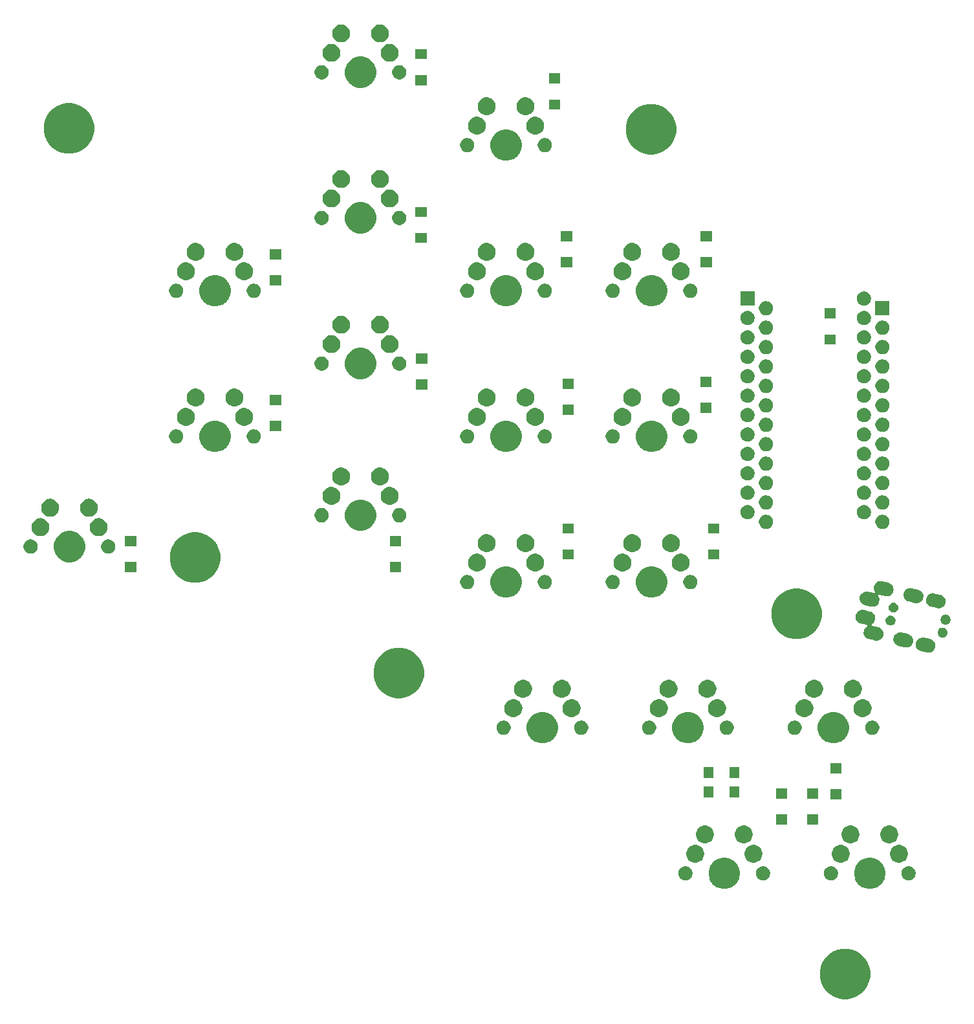
<source format=gbs>
G04 #@! TF.GenerationSoftware,KiCad,Pcbnew,(5.1.4-0)*
G04 #@! TF.CreationDate,2021-02-07T23:01:00-05:00*
G04 #@! TF.ProjectId,mxnatee,6d786e61-7465-4652-9e6b-696361645f70,rev?*
G04 #@! TF.SameCoordinates,Original*
G04 #@! TF.FileFunction,Soldermask,Bot*
G04 #@! TF.FilePolarity,Negative*
%FSLAX46Y46*%
G04 Gerber Fmt 4.6, Leading zero omitted, Abs format (unit mm)*
G04 Created by KiCad (PCBNEW (5.1.4-0)) date 2021-02-07 23:01:00*
%MOMM*%
%LPD*%
G04 APERTURE LIST*
%ADD10C,0.100000*%
G04 APERTURE END LIST*
D10*
G36*
X130121865Y-142367855D02*
G01*
X130722608Y-142616691D01*
X130722610Y-142616692D01*
X131263265Y-142977946D01*
X131723054Y-143437735D01*
X132084308Y-143978390D01*
X132084309Y-143978392D01*
X132333145Y-144579135D01*
X132460000Y-145216879D01*
X132460000Y-145867121D01*
X132333145Y-146504865D01*
X132084309Y-147105608D01*
X132084308Y-147105610D01*
X131723054Y-147646265D01*
X131263265Y-148106054D01*
X130722610Y-148467308D01*
X130722609Y-148467309D01*
X130722608Y-148467309D01*
X130121865Y-148716145D01*
X129484121Y-148843000D01*
X128833879Y-148843000D01*
X128196135Y-148716145D01*
X127595392Y-148467309D01*
X127595391Y-148467309D01*
X127595390Y-148467308D01*
X127054735Y-148106054D01*
X126594946Y-147646265D01*
X126233692Y-147105610D01*
X126233691Y-147105608D01*
X125984855Y-146504865D01*
X125858000Y-145867121D01*
X125858000Y-145216879D01*
X125984855Y-144579135D01*
X126233691Y-143978392D01*
X126233692Y-143978390D01*
X126594946Y-143437735D01*
X127054735Y-142977946D01*
X127595390Y-142616692D01*
X127595392Y-142616691D01*
X128196135Y-142367855D01*
X128833879Y-142241000D01*
X129484121Y-142241000D01*
X130121865Y-142367855D01*
X130121865Y-142367855D01*
G37*
G36*
X113943974Y-130399434D02*
G01*
X114161974Y-130489733D01*
X114316123Y-130553583D01*
X114651048Y-130777373D01*
X114935877Y-131062202D01*
X115159667Y-131397127D01*
X115192062Y-131475336D01*
X115313816Y-131769276D01*
X115392400Y-132164344D01*
X115392400Y-132567156D01*
X115313816Y-132962224D01*
X115262951Y-133085022D01*
X115159667Y-133334373D01*
X114935877Y-133669298D01*
X114651048Y-133954127D01*
X114316123Y-134177917D01*
X114161974Y-134241767D01*
X113943974Y-134332066D01*
X113548906Y-134410650D01*
X113146094Y-134410650D01*
X112751026Y-134332066D01*
X112533026Y-134241767D01*
X112378877Y-134177917D01*
X112043952Y-133954127D01*
X111759123Y-133669298D01*
X111535333Y-133334373D01*
X111432049Y-133085022D01*
X111381184Y-132962224D01*
X111302600Y-132567156D01*
X111302600Y-132164344D01*
X111381184Y-131769276D01*
X111502938Y-131475336D01*
X111535333Y-131397127D01*
X111759123Y-131062202D01*
X112043952Y-130777373D01*
X112378877Y-130553583D01*
X112533026Y-130489733D01*
X112751026Y-130399434D01*
X113146094Y-130320850D01*
X113548906Y-130320850D01*
X113943974Y-130399434D01*
X113943974Y-130399434D01*
G37*
G36*
X132993974Y-130399434D02*
G01*
X133211974Y-130489733D01*
X133366123Y-130553583D01*
X133701048Y-130777373D01*
X133985877Y-131062202D01*
X134209667Y-131397127D01*
X134242062Y-131475336D01*
X134363816Y-131769276D01*
X134442400Y-132164344D01*
X134442400Y-132567156D01*
X134363816Y-132962224D01*
X134312951Y-133085022D01*
X134209667Y-133334373D01*
X133985877Y-133669298D01*
X133701048Y-133954127D01*
X133366123Y-134177917D01*
X133211974Y-134241767D01*
X132993974Y-134332066D01*
X132598906Y-134410650D01*
X132196094Y-134410650D01*
X131801026Y-134332066D01*
X131583026Y-134241767D01*
X131428877Y-134177917D01*
X131093952Y-133954127D01*
X130809123Y-133669298D01*
X130585333Y-133334373D01*
X130482049Y-133085022D01*
X130431184Y-132962224D01*
X130352600Y-132567156D01*
X130352600Y-132164344D01*
X130431184Y-131769276D01*
X130552938Y-131475336D01*
X130585333Y-131397127D01*
X130809123Y-131062202D01*
X131093952Y-130777373D01*
X131428877Y-130553583D01*
X131583026Y-130489733D01*
X131801026Y-130399434D01*
X132196094Y-130320850D01*
X132598906Y-130320850D01*
X132993974Y-130399434D01*
X132993974Y-130399434D01*
G37*
G36*
X137747604Y-131475335D02*
G01*
X137916126Y-131545139D01*
X138067791Y-131646478D01*
X138196772Y-131775459D01*
X138298111Y-131927124D01*
X138367915Y-132095646D01*
X138403500Y-132274547D01*
X138403500Y-132456953D01*
X138367915Y-132635854D01*
X138298111Y-132804376D01*
X138196772Y-132956041D01*
X138067791Y-133085022D01*
X137916126Y-133186361D01*
X137747604Y-133256165D01*
X137568703Y-133291750D01*
X137386297Y-133291750D01*
X137207396Y-133256165D01*
X137038874Y-133186361D01*
X136887209Y-133085022D01*
X136758228Y-132956041D01*
X136656889Y-132804376D01*
X136587085Y-132635854D01*
X136551500Y-132456953D01*
X136551500Y-132274547D01*
X136587085Y-132095646D01*
X136656889Y-131927124D01*
X136758228Y-131775459D01*
X136887209Y-131646478D01*
X137038874Y-131545139D01*
X137207396Y-131475335D01*
X137386297Y-131439750D01*
X137568703Y-131439750D01*
X137747604Y-131475335D01*
X137747604Y-131475335D01*
G37*
G36*
X127587604Y-131475335D02*
G01*
X127756126Y-131545139D01*
X127907791Y-131646478D01*
X128036772Y-131775459D01*
X128138111Y-131927124D01*
X128207915Y-132095646D01*
X128243500Y-132274547D01*
X128243500Y-132456953D01*
X128207915Y-132635854D01*
X128138111Y-132804376D01*
X128036772Y-132956041D01*
X127907791Y-133085022D01*
X127756126Y-133186361D01*
X127587604Y-133256165D01*
X127408703Y-133291750D01*
X127226297Y-133291750D01*
X127047396Y-133256165D01*
X126878874Y-133186361D01*
X126727209Y-133085022D01*
X126598228Y-132956041D01*
X126496889Y-132804376D01*
X126427085Y-132635854D01*
X126391500Y-132456953D01*
X126391500Y-132274547D01*
X126427085Y-132095646D01*
X126496889Y-131927124D01*
X126598228Y-131775459D01*
X126727209Y-131646478D01*
X126878874Y-131545139D01*
X127047396Y-131475335D01*
X127226297Y-131439750D01*
X127408703Y-131439750D01*
X127587604Y-131475335D01*
X127587604Y-131475335D01*
G37*
G36*
X118697604Y-131475335D02*
G01*
X118866126Y-131545139D01*
X119017791Y-131646478D01*
X119146772Y-131775459D01*
X119248111Y-131927124D01*
X119317915Y-132095646D01*
X119353500Y-132274547D01*
X119353500Y-132456953D01*
X119317915Y-132635854D01*
X119248111Y-132804376D01*
X119146772Y-132956041D01*
X119017791Y-133085022D01*
X118866126Y-133186361D01*
X118697604Y-133256165D01*
X118518703Y-133291750D01*
X118336297Y-133291750D01*
X118157396Y-133256165D01*
X117988874Y-133186361D01*
X117837209Y-133085022D01*
X117708228Y-132956041D01*
X117606889Y-132804376D01*
X117537085Y-132635854D01*
X117501500Y-132456953D01*
X117501500Y-132274547D01*
X117537085Y-132095646D01*
X117606889Y-131927124D01*
X117708228Y-131775459D01*
X117837209Y-131646478D01*
X117988874Y-131545139D01*
X118157396Y-131475335D01*
X118336297Y-131439750D01*
X118518703Y-131439750D01*
X118697604Y-131475335D01*
X118697604Y-131475335D01*
G37*
G36*
X108537604Y-131475335D02*
G01*
X108706126Y-131545139D01*
X108857791Y-131646478D01*
X108986772Y-131775459D01*
X109088111Y-131927124D01*
X109157915Y-132095646D01*
X109193500Y-132274547D01*
X109193500Y-132456953D01*
X109157915Y-132635854D01*
X109088111Y-132804376D01*
X108986772Y-132956041D01*
X108857791Y-133085022D01*
X108706126Y-133186361D01*
X108537604Y-133256165D01*
X108358703Y-133291750D01*
X108176297Y-133291750D01*
X107997396Y-133256165D01*
X107828874Y-133186361D01*
X107677209Y-133085022D01*
X107548228Y-132956041D01*
X107446889Y-132804376D01*
X107377085Y-132635854D01*
X107341500Y-132456953D01*
X107341500Y-132274547D01*
X107377085Y-132095646D01*
X107446889Y-131927124D01*
X107548228Y-131775459D01*
X107677209Y-131646478D01*
X107828874Y-131545139D01*
X107997396Y-131475335D01*
X108176297Y-131439750D01*
X108358703Y-131439750D01*
X108537604Y-131475335D01*
X108537604Y-131475335D01*
G37*
G36*
X117349060Y-128664814D02*
G01*
X117500527Y-128694943D01*
X117714545Y-128783592D01*
X117714546Y-128783593D01*
X117907154Y-128912289D01*
X118070961Y-129076096D01*
X118156758Y-129204501D01*
X118199658Y-129268705D01*
X118288307Y-129482723D01*
X118333500Y-129709924D01*
X118333500Y-129941576D01*
X118288307Y-130168777D01*
X118199658Y-130382795D01*
X118199657Y-130382796D01*
X118070961Y-130575404D01*
X117907154Y-130739211D01*
X117850040Y-130777373D01*
X117714545Y-130867908D01*
X117500527Y-130956557D01*
X117349060Y-130986686D01*
X117273327Y-131001750D01*
X117041673Y-131001750D01*
X116965940Y-130986686D01*
X116814473Y-130956557D01*
X116600455Y-130867908D01*
X116464960Y-130777373D01*
X116407846Y-130739211D01*
X116244039Y-130575404D01*
X116115343Y-130382796D01*
X116115342Y-130382795D01*
X116026693Y-130168777D01*
X115981500Y-129941576D01*
X115981500Y-129709924D01*
X116026693Y-129482723D01*
X116115342Y-129268705D01*
X116158242Y-129204501D01*
X116244039Y-129076096D01*
X116407846Y-128912289D01*
X116600454Y-128783593D01*
X116600455Y-128783592D01*
X116814473Y-128694943D01*
X116965940Y-128664814D01*
X117041673Y-128649750D01*
X117273327Y-128649750D01*
X117349060Y-128664814D01*
X117349060Y-128664814D01*
G37*
G36*
X136399060Y-128664814D02*
G01*
X136550527Y-128694943D01*
X136764545Y-128783592D01*
X136764546Y-128783593D01*
X136957154Y-128912289D01*
X137120961Y-129076096D01*
X137206758Y-129204501D01*
X137249658Y-129268705D01*
X137338307Y-129482723D01*
X137383500Y-129709924D01*
X137383500Y-129941576D01*
X137338307Y-130168777D01*
X137249658Y-130382795D01*
X137249657Y-130382796D01*
X137120961Y-130575404D01*
X136957154Y-130739211D01*
X136900040Y-130777373D01*
X136764545Y-130867908D01*
X136550527Y-130956557D01*
X136399060Y-130986686D01*
X136323327Y-131001750D01*
X136091673Y-131001750D01*
X136015940Y-130986686D01*
X135864473Y-130956557D01*
X135650455Y-130867908D01*
X135514960Y-130777373D01*
X135457846Y-130739211D01*
X135294039Y-130575404D01*
X135165343Y-130382796D01*
X135165342Y-130382795D01*
X135076693Y-130168777D01*
X135031500Y-129941576D01*
X135031500Y-129709924D01*
X135076693Y-129482723D01*
X135165342Y-129268705D01*
X135208242Y-129204501D01*
X135294039Y-129076096D01*
X135457846Y-128912289D01*
X135650454Y-128783593D01*
X135650455Y-128783592D01*
X135864473Y-128694943D01*
X136015940Y-128664814D01*
X136091673Y-128649750D01*
X136323327Y-128649750D01*
X136399060Y-128664814D01*
X136399060Y-128664814D01*
G37*
G36*
X128779060Y-128664814D02*
G01*
X128930527Y-128694943D01*
X129144545Y-128783592D01*
X129144546Y-128783593D01*
X129337154Y-128912289D01*
X129500961Y-129076096D01*
X129586758Y-129204501D01*
X129629658Y-129268705D01*
X129718307Y-129482723D01*
X129763500Y-129709924D01*
X129763500Y-129941576D01*
X129718307Y-130168777D01*
X129629658Y-130382795D01*
X129629657Y-130382796D01*
X129500961Y-130575404D01*
X129337154Y-130739211D01*
X129280040Y-130777373D01*
X129144545Y-130867908D01*
X128930527Y-130956557D01*
X128779060Y-130986686D01*
X128703327Y-131001750D01*
X128471673Y-131001750D01*
X128395940Y-130986686D01*
X128244473Y-130956557D01*
X128030455Y-130867908D01*
X127894960Y-130777373D01*
X127837846Y-130739211D01*
X127674039Y-130575404D01*
X127545343Y-130382796D01*
X127545342Y-130382795D01*
X127456693Y-130168777D01*
X127411500Y-129941576D01*
X127411500Y-129709924D01*
X127456693Y-129482723D01*
X127545342Y-129268705D01*
X127588242Y-129204501D01*
X127674039Y-129076096D01*
X127837846Y-128912289D01*
X128030454Y-128783593D01*
X128030455Y-128783592D01*
X128244473Y-128694943D01*
X128395940Y-128664814D01*
X128471673Y-128649750D01*
X128703327Y-128649750D01*
X128779060Y-128664814D01*
X128779060Y-128664814D01*
G37*
G36*
X109729060Y-128664814D02*
G01*
X109880527Y-128694943D01*
X110094545Y-128783592D01*
X110094546Y-128783593D01*
X110287154Y-128912289D01*
X110450961Y-129076096D01*
X110536758Y-129204501D01*
X110579658Y-129268705D01*
X110668307Y-129482723D01*
X110713500Y-129709924D01*
X110713500Y-129941576D01*
X110668307Y-130168777D01*
X110579658Y-130382795D01*
X110579657Y-130382796D01*
X110450961Y-130575404D01*
X110287154Y-130739211D01*
X110230040Y-130777373D01*
X110094545Y-130867908D01*
X109880527Y-130956557D01*
X109729060Y-130986686D01*
X109653327Y-131001750D01*
X109421673Y-131001750D01*
X109345940Y-130986686D01*
X109194473Y-130956557D01*
X108980455Y-130867908D01*
X108844960Y-130777373D01*
X108787846Y-130739211D01*
X108624039Y-130575404D01*
X108495343Y-130382796D01*
X108495342Y-130382795D01*
X108406693Y-130168777D01*
X108361500Y-129941576D01*
X108361500Y-129709924D01*
X108406693Y-129482723D01*
X108495342Y-129268705D01*
X108538242Y-129204501D01*
X108624039Y-129076096D01*
X108787846Y-128912289D01*
X108980454Y-128783593D01*
X108980455Y-128783592D01*
X109194473Y-128694943D01*
X109345940Y-128664814D01*
X109421673Y-128649750D01*
X109653327Y-128649750D01*
X109729060Y-128664814D01*
X109729060Y-128664814D01*
G37*
G36*
X130049060Y-126124814D02*
G01*
X130200527Y-126154943D01*
X130414545Y-126243592D01*
X130414546Y-126243593D01*
X130607154Y-126372289D01*
X130770961Y-126536096D01*
X130856758Y-126664501D01*
X130899658Y-126728705D01*
X130988307Y-126942723D01*
X131033500Y-127169924D01*
X131033500Y-127401576D01*
X130988307Y-127628777D01*
X130899658Y-127842795D01*
X130899657Y-127842796D01*
X130770961Y-128035404D01*
X130607154Y-128199211D01*
X130478749Y-128285008D01*
X130414545Y-128327908D01*
X130200527Y-128416557D01*
X130049060Y-128446686D01*
X129973327Y-128461750D01*
X129741673Y-128461750D01*
X129665940Y-128446686D01*
X129514473Y-128416557D01*
X129300455Y-128327908D01*
X129236251Y-128285008D01*
X129107846Y-128199211D01*
X128944039Y-128035404D01*
X128815343Y-127842796D01*
X128815342Y-127842795D01*
X128726693Y-127628777D01*
X128681500Y-127401576D01*
X128681500Y-127169924D01*
X128726693Y-126942723D01*
X128815342Y-126728705D01*
X128858242Y-126664501D01*
X128944039Y-126536096D01*
X129107846Y-126372289D01*
X129300454Y-126243593D01*
X129300455Y-126243592D01*
X129514473Y-126154943D01*
X129665940Y-126124814D01*
X129741673Y-126109750D01*
X129973327Y-126109750D01*
X130049060Y-126124814D01*
X130049060Y-126124814D01*
G37*
G36*
X135129060Y-126124814D02*
G01*
X135280527Y-126154943D01*
X135494545Y-126243592D01*
X135494546Y-126243593D01*
X135687154Y-126372289D01*
X135850961Y-126536096D01*
X135936758Y-126664501D01*
X135979658Y-126728705D01*
X136068307Y-126942723D01*
X136113500Y-127169924D01*
X136113500Y-127401576D01*
X136068307Y-127628777D01*
X135979658Y-127842795D01*
X135979657Y-127842796D01*
X135850961Y-128035404D01*
X135687154Y-128199211D01*
X135558749Y-128285008D01*
X135494545Y-128327908D01*
X135280527Y-128416557D01*
X135129060Y-128446686D01*
X135053327Y-128461750D01*
X134821673Y-128461750D01*
X134745940Y-128446686D01*
X134594473Y-128416557D01*
X134380455Y-128327908D01*
X134316251Y-128285008D01*
X134187846Y-128199211D01*
X134024039Y-128035404D01*
X133895343Y-127842796D01*
X133895342Y-127842795D01*
X133806693Y-127628777D01*
X133761500Y-127401576D01*
X133761500Y-127169924D01*
X133806693Y-126942723D01*
X133895342Y-126728705D01*
X133938242Y-126664501D01*
X134024039Y-126536096D01*
X134187846Y-126372289D01*
X134380454Y-126243593D01*
X134380455Y-126243592D01*
X134594473Y-126154943D01*
X134745940Y-126124814D01*
X134821673Y-126109750D01*
X135053327Y-126109750D01*
X135129060Y-126124814D01*
X135129060Y-126124814D01*
G37*
G36*
X116079060Y-126124814D02*
G01*
X116230527Y-126154943D01*
X116444545Y-126243592D01*
X116444546Y-126243593D01*
X116637154Y-126372289D01*
X116800961Y-126536096D01*
X116886758Y-126664501D01*
X116929658Y-126728705D01*
X117018307Y-126942723D01*
X117063500Y-127169924D01*
X117063500Y-127401576D01*
X117018307Y-127628777D01*
X116929658Y-127842795D01*
X116929657Y-127842796D01*
X116800961Y-128035404D01*
X116637154Y-128199211D01*
X116508749Y-128285008D01*
X116444545Y-128327908D01*
X116230527Y-128416557D01*
X116079060Y-128446686D01*
X116003327Y-128461750D01*
X115771673Y-128461750D01*
X115695940Y-128446686D01*
X115544473Y-128416557D01*
X115330455Y-128327908D01*
X115266251Y-128285008D01*
X115137846Y-128199211D01*
X114974039Y-128035404D01*
X114845343Y-127842796D01*
X114845342Y-127842795D01*
X114756693Y-127628777D01*
X114711500Y-127401576D01*
X114711500Y-127169924D01*
X114756693Y-126942723D01*
X114845342Y-126728705D01*
X114888242Y-126664501D01*
X114974039Y-126536096D01*
X115137846Y-126372289D01*
X115330454Y-126243593D01*
X115330455Y-126243592D01*
X115544473Y-126154943D01*
X115695940Y-126124814D01*
X115771673Y-126109750D01*
X116003327Y-126109750D01*
X116079060Y-126124814D01*
X116079060Y-126124814D01*
G37*
G36*
X110999060Y-126124814D02*
G01*
X111150527Y-126154943D01*
X111364545Y-126243592D01*
X111364546Y-126243593D01*
X111557154Y-126372289D01*
X111720961Y-126536096D01*
X111806758Y-126664501D01*
X111849658Y-126728705D01*
X111938307Y-126942723D01*
X111983500Y-127169924D01*
X111983500Y-127401576D01*
X111938307Y-127628777D01*
X111849658Y-127842795D01*
X111849657Y-127842796D01*
X111720961Y-128035404D01*
X111557154Y-128199211D01*
X111428749Y-128285008D01*
X111364545Y-128327908D01*
X111150527Y-128416557D01*
X110999060Y-128446686D01*
X110923327Y-128461750D01*
X110691673Y-128461750D01*
X110615940Y-128446686D01*
X110464473Y-128416557D01*
X110250455Y-128327908D01*
X110186251Y-128285008D01*
X110057846Y-128199211D01*
X109894039Y-128035404D01*
X109765343Y-127842796D01*
X109765342Y-127842795D01*
X109676693Y-127628777D01*
X109631500Y-127401576D01*
X109631500Y-127169924D01*
X109676693Y-126942723D01*
X109765342Y-126728705D01*
X109808242Y-126664501D01*
X109894039Y-126536096D01*
X110057846Y-126372289D01*
X110250454Y-126243593D01*
X110250455Y-126243592D01*
X110464473Y-126154943D01*
X110615940Y-126124814D01*
X110691673Y-126109750D01*
X110923327Y-126109750D01*
X110999060Y-126124814D01*
X110999060Y-126124814D01*
G37*
G36*
X125655500Y-125985500D02*
G01*
X124153500Y-125985500D01*
X124153500Y-124683500D01*
X125655500Y-124683500D01*
X125655500Y-125985500D01*
X125655500Y-125985500D01*
G37*
G36*
X121591500Y-125985500D02*
G01*
X120089500Y-125985500D01*
X120089500Y-124683500D01*
X121591500Y-124683500D01*
X121591500Y-125985500D01*
X121591500Y-125985500D01*
G37*
G36*
X128703500Y-122683500D02*
G01*
X127201500Y-122683500D01*
X127201500Y-121381500D01*
X128703500Y-121381500D01*
X128703500Y-122683500D01*
X128703500Y-122683500D01*
G37*
G36*
X121591500Y-122585500D02*
G01*
X120089500Y-122585500D01*
X120089500Y-121283500D01*
X121591500Y-121283500D01*
X121591500Y-122585500D01*
X121591500Y-122585500D01*
G37*
G36*
X125655500Y-122585500D02*
G01*
X124153500Y-122585500D01*
X124153500Y-121283500D01*
X125655500Y-121283500D01*
X125655500Y-122585500D01*
X125655500Y-122585500D01*
G37*
G36*
X111917500Y-122480500D02*
G01*
X110615500Y-122480500D01*
X110615500Y-120978500D01*
X111917500Y-120978500D01*
X111917500Y-122480500D01*
X111917500Y-122480500D01*
G37*
G36*
X115317500Y-122480500D02*
G01*
X114015500Y-122480500D01*
X114015500Y-120978500D01*
X115317500Y-120978500D01*
X115317500Y-122480500D01*
X115317500Y-122480500D01*
G37*
G36*
X111917500Y-119940500D02*
G01*
X110615500Y-119940500D01*
X110615500Y-118438500D01*
X111917500Y-118438500D01*
X111917500Y-119940500D01*
X111917500Y-119940500D01*
G37*
G36*
X115317500Y-119940500D02*
G01*
X114015500Y-119940500D01*
X114015500Y-118438500D01*
X115317500Y-118438500D01*
X115317500Y-119940500D01*
X115317500Y-119940500D01*
G37*
G36*
X128703500Y-119283500D02*
G01*
X127201500Y-119283500D01*
X127201500Y-117981500D01*
X128703500Y-117981500D01*
X128703500Y-119283500D01*
X128703500Y-119283500D01*
G37*
G36*
X109181474Y-111349434D02*
G01*
X109399474Y-111439733D01*
X109553623Y-111503583D01*
X109888548Y-111727373D01*
X110173377Y-112012202D01*
X110397167Y-112347127D01*
X110429562Y-112425336D01*
X110551316Y-112719276D01*
X110629900Y-113114344D01*
X110629900Y-113517156D01*
X110551316Y-113912224D01*
X110500451Y-114035022D01*
X110397167Y-114284373D01*
X110173377Y-114619298D01*
X109888548Y-114904127D01*
X109553623Y-115127917D01*
X109399474Y-115191767D01*
X109181474Y-115282066D01*
X108786406Y-115360650D01*
X108383594Y-115360650D01*
X107988526Y-115282066D01*
X107770526Y-115191767D01*
X107616377Y-115127917D01*
X107281452Y-114904127D01*
X106996623Y-114619298D01*
X106772833Y-114284373D01*
X106669549Y-114035022D01*
X106618684Y-113912224D01*
X106540100Y-113517156D01*
X106540100Y-113114344D01*
X106618684Y-112719276D01*
X106740438Y-112425336D01*
X106772833Y-112347127D01*
X106996623Y-112012202D01*
X107281452Y-111727373D01*
X107616377Y-111503583D01*
X107770526Y-111439733D01*
X107988526Y-111349434D01*
X108383594Y-111270850D01*
X108786406Y-111270850D01*
X109181474Y-111349434D01*
X109181474Y-111349434D01*
G37*
G36*
X128231474Y-111349434D02*
G01*
X128449474Y-111439733D01*
X128603623Y-111503583D01*
X128938548Y-111727373D01*
X129223377Y-112012202D01*
X129447167Y-112347127D01*
X129479562Y-112425336D01*
X129601316Y-112719276D01*
X129679900Y-113114344D01*
X129679900Y-113517156D01*
X129601316Y-113912224D01*
X129550451Y-114035022D01*
X129447167Y-114284373D01*
X129223377Y-114619298D01*
X128938548Y-114904127D01*
X128603623Y-115127917D01*
X128449474Y-115191767D01*
X128231474Y-115282066D01*
X127836406Y-115360650D01*
X127433594Y-115360650D01*
X127038526Y-115282066D01*
X126820526Y-115191767D01*
X126666377Y-115127917D01*
X126331452Y-114904127D01*
X126046623Y-114619298D01*
X125822833Y-114284373D01*
X125719549Y-114035022D01*
X125668684Y-113912224D01*
X125590100Y-113517156D01*
X125590100Y-113114344D01*
X125668684Y-112719276D01*
X125790438Y-112425336D01*
X125822833Y-112347127D01*
X126046623Y-112012202D01*
X126331452Y-111727373D01*
X126666377Y-111503583D01*
X126820526Y-111439733D01*
X127038526Y-111349434D01*
X127433594Y-111270850D01*
X127836406Y-111270850D01*
X128231474Y-111349434D01*
X128231474Y-111349434D01*
G37*
G36*
X90131474Y-111349434D02*
G01*
X90349474Y-111439733D01*
X90503623Y-111503583D01*
X90838548Y-111727373D01*
X91123377Y-112012202D01*
X91347167Y-112347127D01*
X91379562Y-112425336D01*
X91501316Y-112719276D01*
X91579900Y-113114344D01*
X91579900Y-113517156D01*
X91501316Y-113912224D01*
X91450451Y-114035022D01*
X91347167Y-114284373D01*
X91123377Y-114619298D01*
X90838548Y-114904127D01*
X90503623Y-115127917D01*
X90349474Y-115191767D01*
X90131474Y-115282066D01*
X89736406Y-115360650D01*
X89333594Y-115360650D01*
X88938526Y-115282066D01*
X88720526Y-115191767D01*
X88566377Y-115127917D01*
X88231452Y-114904127D01*
X87946623Y-114619298D01*
X87722833Y-114284373D01*
X87619549Y-114035022D01*
X87568684Y-113912224D01*
X87490100Y-113517156D01*
X87490100Y-113114344D01*
X87568684Y-112719276D01*
X87690438Y-112425336D01*
X87722833Y-112347127D01*
X87946623Y-112012202D01*
X88231452Y-111727373D01*
X88566377Y-111503583D01*
X88720526Y-111439733D01*
X88938526Y-111349434D01*
X89333594Y-111270850D01*
X89736406Y-111270850D01*
X90131474Y-111349434D01*
X90131474Y-111349434D01*
G37*
G36*
X122825104Y-112425335D02*
G01*
X122993626Y-112495139D01*
X123145291Y-112596478D01*
X123274272Y-112725459D01*
X123375611Y-112877124D01*
X123445415Y-113045646D01*
X123481000Y-113224547D01*
X123481000Y-113406953D01*
X123445415Y-113585854D01*
X123375611Y-113754376D01*
X123274272Y-113906041D01*
X123145291Y-114035022D01*
X122993626Y-114136361D01*
X122825104Y-114206165D01*
X122646203Y-114241750D01*
X122463797Y-114241750D01*
X122284896Y-114206165D01*
X122116374Y-114136361D01*
X121964709Y-114035022D01*
X121835728Y-113906041D01*
X121734389Y-113754376D01*
X121664585Y-113585854D01*
X121629000Y-113406953D01*
X121629000Y-113224547D01*
X121664585Y-113045646D01*
X121734389Y-112877124D01*
X121835728Y-112725459D01*
X121964709Y-112596478D01*
X122116374Y-112495139D01*
X122284896Y-112425335D01*
X122463797Y-112389750D01*
X122646203Y-112389750D01*
X122825104Y-112425335D01*
X122825104Y-112425335D01*
G37*
G36*
X94885104Y-112425335D02*
G01*
X95053626Y-112495139D01*
X95205291Y-112596478D01*
X95334272Y-112725459D01*
X95435611Y-112877124D01*
X95505415Y-113045646D01*
X95541000Y-113224547D01*
X95541000Y-113406953D01*
X95505415Y-113585854D01*
X95435611Y-113754376D01*
X95334272Y-113906041D01*
X95205291Y-114035022D01*
X95053626Y-114136361D01*
X94885104Y-114206165D01*
X94706203Y-114241750D01*
X94523797Y-114241750D01*
X94344896Y-114206165D01*
X94176374Y-114136361D01*
X94024709Y-114035022D01*
X93895728Y-113906041D01*
X93794389Y-113754376D01*
X93724585Y-113585854D01*
X93689000Y-113406953D01*
X93689000Y-113224547D01*
X93724585Y-113045646D01*
X93794389Y-112877124D01*
X93895728Y-112725459D01*
X94024709Y-112596478D01*
X94176374Y-112495139D01*
X94344896Y-112425335D01*
X94523797Y-112389750D01*
X94706203Y-112389750D01*
X94885104Y-112425335D01*
X94885104Y-112425335D01*
G37*
G36*
X84725104Y-112425335D02*
G01*
X84893626Y-112495139D01*
X85045291Y-112596478D01*
X85174272Y-112725459D01*
X85275611Y-112877124D01*
X85345415Y-113045646D01*
X85381000Y-113224547D01*
X85381000Y-113406953D01*
X85345415Y-113585854D01*
X85275611Y-113754376D01*
X85174272Y-113906041D01*
X85045291Y-114035022D01*
X84893626Y-114136361D01*
X84725104Y-114206165D01*
X84546203Y-114241750D01*
X84363797Y-114241750D01*
X84184896Y-114206165D01*
X84016374Y-114136361D01*
X83864709Y-114035022D01*
X83735728Y-113906041D01*
X83634389Y-113754376D01*
X83564585Y-113585854D01*
X83529000Y-113406953D01*
X83529000Y-113224547D01*
X83564585Y-113045646D01*
X83634389Y-112877124D01*
X83735728Y-112725459D01*
X83864709Y-112596478D01*
X84016374Y-112495139D01*
X84184896Y-112425335D01*
X84363797Y-112389750D01*
X84546203Y-112389750D01*
X84725104Y-112425335D01*
X84725104Y-112425335D01*
G37*
G36*
X103775104Y-112425335D02*
G01*
X103943626Y-112495139D01*
X104095291Y-112596478D01*
X104224272Y-112725459D01*
X104325611Y-112877124D01*
X104395415Y-113045646D01*
X104431000Y-113224547D01*
X104431000Y-113406953D01*
X104395415Y-113585854D01*
X104325611Y-113754376D01*
X104224272Y-113906041D01*
X104095291Y-114035022D01*
X103943626Y-114136361D01*
X103775104Y-114206165D01*
X103596203Y-114241750D01*
X103413797Y-114241750D01*
X103234896Y-114206165D01*
X103066374Y-114136361D01*
X102914709Y-114035022D01*
X102785728Y-113906041D01*
X102684389Y-113754376D01*
X102614585Y-113585854D01*
X102579000Y-113406953D01*
X102579000Y-113224547D01*
X102614585Y-113045646D01*
X102684389Y-112877124D01*
X102785728Y-112725459D01*
X102914709Y-112596478D01*
X103066374Y-112495139D01*
X103234896Y-112425335D01*
X103413797Y-112389750D01*
X103596203Y-112389750D01*
X103775104Y-112425335D01*
X103775104Y-112425335D01*
G37*
G36*
X113935104Y-112425335D02*
G01*
X114103626Y-112495139D01*
X114255291Y-112596478D01*
X114384272Y-112725459D01*
X114485611Y-112877124D01*
X114555415Y-113045646D01*
X114591000Y-113224547D01*
X114591000Y-113406953D01*
X114555415Y-113585854D01*
X114485611Y-113754376D01*
X114384272Y-113906041D01*
X114255291Y-114035022D01*
X114103626Y-114136361D01*
X113935104Y-114206165D01*
X113756203Y-114241750D01*
X113573797Y-114241750D01*
X113394896Y-114206165D01*
X113226374Y-114136361D01*
X113074709Y-114035022D01*
X112945728Y-113906041D01*
X112844389Y-113754376D01*
X112774585Y-113585854D01*
X112739000Y-113406953D01*
X112739000Y-113224547D01*
X112774585Y-113045646D01*
X112844389Y-112877124D01*
X112945728Y-112725459D01*
X113074709Y-112596478D01*
X113226374Y-112495139D01*
X113394896Y-112425335D01*
X113573797Y-112389750D01*
X113756203Y-112389750D01*
X113935104Y-112425335D01*
X113935104Y-112425335D01*
G37*
G36*
X132985104Y-112425335D02*
G01*
X133153626Y-112495139D01*
X133305291Y-112596478D01*
X133434272Y-112725459D01*
X133535611Y-112877124D01*
X133605415Y-113045646D01*
X133641000Y-113224547D01*
X133641000Y-113406953D01*
X133605415Y-113585854D01*
X133535611Y-113754376D01*
X133434272Y-113906041D01*
X133305291Y-114035022D01*
X133153626Y-114136361D01*
X132985104Y-114206165D01*
X132806203Y-114241750D01*
X132623797Y-114241750D01*
X132444896Y-114206165D01*
X132276374Y-114136361D01*
X132124709Y-114035022D01*
X131995728Y-113906041D01*
X131894389Y-113754376D01*
X131824585Y-113585854D01*
X131789000Y-113406953D01*
X131789000Y-113224547D01*
X131824585Y-113045646D01*
X131894389Y-112877124D01*
X131995728Y-112725459D01*
X132124709Y-112596478D01*
X132276374Y-112495139D01*
X132444896Y-112425335D01*
X132623797Y-112389750D01*
X132806203Y-112389750D01*
X132985104Y-112425335D01*
X132985104Y-112425335D01*
G37*
G36*
X104966560Y-109614814D02*
G01*
X105118027Y-109644943D01*
X105332045Y-109733592D01*
X105332046Y-109733593D01*
X105524654Y-109862289D01*
X105688461Y-110026096D01*
X105774258Y-110154501D01*
X105817158Y-110218705D01*
X105905807Y-110432723D01*
X105951000Y-110659924D01*
X105951000Y-110891576D01*
X105905807Y-111118777D01*
X105817158Y-111332795D01*
X105817157Y-111332796D01*
X105688461Y-111525404D01*
X105524654Y-111689211D01*
X105467540Y-111727373D01*
X105332045Y-111817908D01*
X105118027Y-111906557D01*
X104966560Y-111936686D01*
X104890827Y-111951750D01*
X104659173Y-111951750D01*
X104583440Y-111936686D01*
X104431973Y-111906557D01*
X104217955Y-111817908D01*
X104082460Y-111727373D01*
X104025346Y-111689211D01*
X103861539Y-111525404D01*
X103732843Y-111332796D01*
X103732842Y-111332795D01*
X103644193Y-111118777D01*
X103599000Y-110891576D01*
X103599000Y-110659924D01*
X103644193Y-110432723D01*
X103732842Y-110218705D01*
X103775742Y-110154501D01*
X103861539Y-110026096D01*
X104025346Y-109862289D01*
X104217954Y-109733593D01*
X104217955Y-109733592D01*
X104431973Y-109644943D01*
X104583440Y-109614814D01*
X104659173Y-109599750D01*
X104890827Y-109599750D01*
X104966560Y-109614814D01*
X104966560Y-109614814D01*
G37*
G36*
X112586560Y-109614814D02*
G01*
X112738027Y-109644943D01*
X112952045Y-109733592D01*
X112952046Y-109733593D01*
X113144654Y-109862289D01*
X113308461Y-110026096D01*
X113394258Y-110154501D01*
X113437158Y-110218705D01*
X113525807Y-110432723D01*
X113571000Y-110659924D01*
X113571000Y-110891576D01*
X113525807Y-111118777D01*
X113437158Y-111332795D01*
X113437157Y-111332796D01*
X113308461Y-111525404D01*
X113144654Y-111689211D01*
X113087540Y-111727373D01*
X112952045Y-111817908D01*
X112738027Y-111906557D01*
X112586560Y-111936686D01*
X112510827Y-111951750D01*
X112279173Y-111951750D01*
X112203440Y-111936686D01*
X112051973Y-111906557D01*
X111837955Y-111817908D01*
X111702460Y-111727373D01*
X111645346Y-111689211D01*
X111481539Y-111525404D01*
X111352843Y-111332796D01*
X111352842Y-111332795D01*
X111264193Y-111118777D01*
X111219000Y-110891576D01*
X111219000Y-110659924D01*
X111264193Y-110432723D01*
X111352842Y-110218705D01*
X111395742Y-110154501D01*
X111481539Y-110026096D01*
X111645346Y-109862289D01*
X111837954Y-109733593D01*
X111837955Y-109733592D01*
X112051973Y-109644943D01*
X112203440Y-109614814D01*
X112279173Y-109599750D01*
X112510827Y-109599750D01*
X112586560Y-109614814D01*
X112586560Y-109614814D01*
G37*
G36*
X124016560Y-109614814D02*
G01*
X124168027Y-109644943D01*
X124382045Y-109733592D01*
X124382046Y-109733593D01*
X124574654Y-109862289D01*
X124738461Y-110026096D01*
X124824258Y-110154501D01*
X124867158Y-110218705D01*
X124955807Y-110432723D01*
X125001000Y-110659924D01*
X125001000Y-110891576D01*
X124955807Y-111118777D01*
X124867158Y-111332795D01*
X124867157Y-111332796D01*
X124738461Y-111525404D01*
X124574654Y-111689211D01*
X124517540Y-111727373D01*
X124382045Y-111817908D01*
X124168027Y-111906557D01*
X124016560Y-111936686D01*
X123940827Y-111951750D01*
X123709173Y-111951750D01*
X123633440Y-111936686D01*
X123481973Y-111906557D01*
X123267955Y-111817908D01*
X123132460Y-111727373D01*
X123075346Y-111689211D01*
X122911539Y-111525404D01*
X122782843Y-111332796D01*
X122782842Y-111332795D01*
X122694193Y-111118777D01*
X122649000Y-110891576D01*
X122649000Y-110659924D01*
X122694193Y-110432723D01*
X122782842Y-110218705D01*
X122825742Y-110154501D01*
X122911539Y-110026096D01*
X123075346Y-109862289D01*
X123267954Y-109733593D01*
X123267955Y-109733592D01*
X123481973Y-109644943D01*
X123633440Y-109614814D01*
X123709173Y-109599750D01*
X123940827Y-109599750D01*
X124016560Y-109614814D01*
X124016560Y-109614814D01*
G37*
G36*
X131636560Y-109614814D02*
G01*
X131788027Y-109644943D01*
X132002045Y-109733592D01*
X132002046Y-109733593D01*
X132194654Y-109862289D01*
X132358461Y-110026096D01*
X132444258Y-110154501D01*
X132487158Y-110218705D01*
X132575807Y-110432723D01*
X132621000Y-110659924D01*
X132621000Y-110891576D01*
X132575807Y-111118777D01*
X132487158Y-111332795D01*
X132487157Y-111332796D01*
X132358461Y-111525404D01*
X132194654Y-111689211D01*
X132137540Y-111727373D01*
X132002045Y-111817908D01*
X131788027Y-111906557D01*
X131636560Y-111936686D01*
X131560827Y-111951750D01*
X131329173Y-111951750D01*
X131253440Y-111936686D01*
X131101973Y-111906557D01*
X130887955Y-111817908D01*
X130752460Y-111727373D01*
X130695346Y-111689211D01*
X130531539Y-111525404D01*
X130402843Y-111332796D01*
X130402842Y-111332795D01*
X130314193Y-111118777D01*
X130269000Y-110891576D01*
X130269000Y-110659924D01*
X130314193Y-110432723D01*
X130402842Y-110218705D01*
X130445742Y-110154501D01*
X130531539Y-110026096D01*
X130695346Y-109862289D01*
X130887954Y-109733593D01*
X130887955Y-109733592D01*
X131101973Y-109644943D01*
X131253440Y-109614814D01*
X131329173Y-109599750D01*
X131560827Y-109599750D01*
X131636560Y-109614814D01*
X131636560Y-109614814D01*
G37*
G36*
X93536560Y-109614814D02*
G01*
X93688027Y-109644943D01*
X93902045Y-109733592D01*
X93902046Y-109733593D01*
X94094654Y-109862289D01*
X94258461Y-110026096D01*
X94344258Y-110154501D01*
X94387158Y-110218705D01*
X94475807Y-110432723D01*
X94521000Y-110659924D01*
X94521000Y-110891576D01*
X94475807Y-111118777D01*
X94387158Y-111332795D01*
X94387157Y-111332796D01*
X94258461Y-111525404D01*
X94094654Y-111689211D01*
X94037540Y-111727373D01*
X93902045Y-111817908D01*
X93688027Y-111906557D01*
X93536560Y-111936686D01*
X93460827Y-111951750D01*
X93229173Y-111951750D01*
X93153440Y-111936686D01*
X93001973Y-111906557D01*
X92787955Y-111817908D01*
X92652460Y-111727373D01*
X92595346Y-111689211D01*
X92431539Y-111525404D01*
X92302843Y-111332796D01*
X92302842Y-111332795D01*
X92214193Y-111118777D01*
X92169000Y-110891576D01*
X92169000Y-110659924D01*
X92214193Y-110432723D01*
X92302842Y-110218705D01*
X92345742Y-110154501D01*
X92431539Y-110026096D01*
X92595346Y-109862289D01*
X92787954Y-109733593D01*
X92787955Y-109733592D01*
X93001973Y-109644943D01*
X93153440Y-109614814D01*
X93229173Y-109599750D01*
X93460827Y-109599750D01*
X93536560Y-109614814D01*
X93536560Y-109614814D01*
G37*
G36*
X85916560Y-109614814D02*
G01*
X86068027Y-109644943D01*
X86282045Y-109733592D01*
X86282046Y-109733593D01*
X86474654Y-109862289D01*
X86638461Y-110026096D01*
X86724258Y-110154501D01*
X86767158Y-110218705D01*
X86855807Y-110432723D01*
X86901000Y-110659924D01*
X86901000Y-110891576D01*
X86855807Y-111118777D01*
X86767158Y-111332795D01*
X86767157Y-111332796D01*
X86638461Y-111525404D01*
X86474654Y-111689211D01*
X86417540Y-111727373D01*
X86282045Y-111817908D01*
X86068027Y-111906557D01*
X85916560Y-111936686D01*
X85840827Y-111951750D01*
X85609173Y-111951750D01*
X85533440Y-111936686D01*
X85381973Y-111906557D01*
X85167955Y-111817908D01*
X85032460Y-111727373D01*
X84975346Y-111689211D01*
X84811539Y-111525404D01*
X84682843Y-111332796D01*
X84682842Y-111332795D01*
X84594193Y-111118777D01*
X84549000Y-110891576D01*
X84549000Y-110659924D01*
X84594193Y-110432723D01*
X84682842Y-110218705D01*
X84725742Y-110154501D01*
X84811539Y-110026096D01*
X84975346Y-109862289D01*
X85167954Y-109733593D01*
X85167955Y-109733592D01*
X85381973Y-109644943D01*
X85533440Y-109614814D01*
X85609173Y-109599750D01*
X85840827Y-109599750D01*
X85916560Y-109614814D01*
X85916560Y-109614814D01*
G37*
G36*
X71701865Y-102997855D02*
G01*
X72302608Y-103246691D01*
X72302610Y-103246692D01*
X72843265Y-103607946D01*
X73303054Y-104067735D01*
X73664308Y-104608390D01*
X73664309Y-104608392D01*
X73913145Y-105209135D01*
X74040000Y-105846879D01*
X74040000Y-106497121D01*
X73913145Y-107134865D01*
X73767661Y-107486094D01*
X73664308Y-107735610D01*
X73303054Y-108276265D01*
X72843265Y-108736054D01*
X72302610Y-109097308D01*
X72302609Y-109097309D01*
X72302608Y-109097309D01*
X71701865Y-109346145D01*
X71064121Y-109473000D01*
X70413879Y-109473000D01*
X69776135Y-109346145D01*
X69175392Y-109097309D01*
X69175391Y-109097309D01*
X69175390Y-109097308D01*
X68634735Y-108736054D01*
X68174946Y-108276265D01*
X67813692Y-107735610D01*
X67710339Y-107486094D01*
X67564855Y-107134865D01*
X67438000Y-106497121D01*
X67438000Y-105846879D01*
X67564855Y-105209135D01*
X67813691Y-104608392D01*
X67813692Y-104608390D01*
X68174946Y-104067735D01*
X68634735Y-103607946D01*
X69175390Y-103246692D01*
X69175392Y-103246691D01*
X69776135Y-102997855D01*
X70413879Y-102871000D01*
X71064121Y-102871000D01*
X71701865Y-102997855D01*
X71701865Y-102997855D01*
G37*
G36*
X92266560Y-107074814D02*
G01*
X92418027Y-107104943D01*
X92632045Y-107193592D01*
X92632046Y-107193593D01*
X92824654Y-107322289D01*
X92988461Y-107486096D01*
X93074258Y-107614501D01*
X93117158Y-107678705D01*
X93205807Y-107892723D01*
X93251000Y-108119924D01*
X93251000Y-108351576D01*
X93205807Y-108578777D01*
X93117158Y-108792795D01*
X93117157Y-108792796D01*
X92988461Y-108985404D01*
X92824654Y-109149211D01*
X92696249Y-109235008D01*
X92632045Y-109277908D01*
X92418027Y-109366557D01*
X92266560Y-109396686D01*
X92190827Y-109411750D01*
X91959173Y-109411750D01*
X91883440Y-109396686D01*
X91731973Y-109366557D01*
X91517955Y-109277908D01*
X91453751Y-109235008D01*
X91325346Y-109149211D01*
X91161539Y-108985404D01*
X91032843Y-108792796D01*
X91032842Y-108792795D01*
X90944193Y-108578777D01*
X90899000Y-108351576D01*
X90899000Y-108119924D01*
X90944193Y-107892723D01*
X91032842Y-107678705D01*
X91075742Y-107614501D01*
X91161539Y-107486096D01*
X91325346Y-107322289D01*
X91517954Y-107193593D01*
X91517955Y-107193592D01*
X91731973Y-107104943D01*
X91883440Y-107074814D01*
X91959173Y-107059750D01*
X92190827Y-107059750D01*
X92266560Y-107074814D01*
X92266560Y-107074814D01*
G37*
G36*
X125286560Y-107074814D02*
G01*
X125438027Y-107104943D01*
X125652045Y-107193592D01*
X125652046Y-107193593D01*
X125844654Y-107322289D01*
X126008461Y-107486096D01*
X126094258Y-107614501D01*
X126137158Y-107678705D01*
X126225807Y-107892723D01*
X126271000Y-108119924D01*
X126271000Y-108351576D01*
X126225807Y-108578777D01*
X126137158Y-108792795D01*
X126137157Y-108792796D01*
X126008461Y-108985404D01*
X125844654Y-109149211D01*
X125716249Y-109235008D01*
X125652045Y-109277908D01*
X125438027Y-109366557D01*
X125286560Y-109396686D01*
X125210827Y-109411750D01*
X124979173Y-109411750D01*
X124903440Y-109396686D01*
X124751973Y-109366557D01*
X124537955Y-109277908D01*
X124473751Y-109235008D01*
X124345346Y-109149211D01*
X124181539Y-108985404D01*
X124052843Y-108792796D01*
X124052842Y-108792795D01*
X123964193Y-108578777D01*
X123919000Y-108351576D01*
X123919000Y-108119924D01*
X123964193Y-107892723D01*
X124052842Y-107678705D01*
X124095742Y-107614501D01*
X124181539Y-107486096D01*
X124345346Y-107322289D01*
X124537954Y-107193593D01*
X124537955Y-107193592D01*
X124751973Y-107104943D01*
X124903440Y-107074814D01*
X124979173Y-107059750D01*
X125210827Y-107059750D01*
X125286560Y-107074814D01*
X125286560Y-107074814D01*
G37*
G36*
X87186560Y-107074814D02*
G01*
X87338027Y-107104943D01*
X87552045Y-107193592D01*
X87552046Y-107193593D01*
X87744654Y-107322289D01*
X87908461Y-107486096D01*
X87994258Y-107614501D01*
X88037158Y-107678705D01*
X88125807Y-107892723D01*
X88171000Y-108119924D01*
X88171000Y-108351576D01*
X88125807Y-108578777D01*
X88037158Y-108792795D01*
X88037157Y-108792796D01*
X87908461Y-108985404D01*
X87744654Y-109149211D01*
X87616249Y-109235008D01*
X87552045Y-109277908D01*
X87338027Y-109366557D01*
X87186560Y-109396686D01*
X87110827Y-109411750D01*
X86879173Y-109411750D01*
X86803440Y-109396686D01*
X86651973Y-109366557D01*
X86437955Y-109277908D01*
X86373751Y-109235008D01*
X86245346Y-109149211D01*
X86081539Y-108985404D01*
X85952843Y-108792796D01*
X85952842Y-108792795D01*
X85864193Y-108578777D01*
X85819000Y-108351576D01*
X85819000Y-108119924D01*
X85864193Y-107892723D01*
X85952842Y-107678705D01*
X85995742Y-107614501D01*
X86081539Y-107486096D01*
X86245346Y-107322289D01*
X86437954Y-107193593D01*
X86437955Y-107193592D01*
X86651973Y-107104943D01*
X86803440Y-107074814D01*
X86879173Y-107059750D01*
X87110827Y-107059750D01*
X87186560Y-107074814D01*
X87186560Y-107074814D01*
G37*
G36*
X111316560Y-107074814D02*
G01*
X111468027Y-107104943D01*
X111682045Y-107193592D01*
X111682046Y-107193593D01*
X111874654Y-107322289D01*
X112038461Y-107486096D01*
X112124258Y-107614501D01*
X112167158Y-107678705D01*
X112255807Y-107892723D01*
X112301000Y-108119924D01*
X112301000Y-108351576D01*
X112255807Y-108578777D01*
X112167158Y-108792795D01*
X112167157Y-108792796D01*
X112038461Y-108985404D01*
X111874654Y-109149211D01*
X111746249Y-109235008D01*
X111682045Y-109277908D01*
X111468027Y-109366557D01*
X111316560Y-109396686D01*
X111240827Y-109411750D01*
X111009173Y-109411750D01*
X110933440Y-109396686D01*
X110781973Y-109366557D01*
X110567955Y-109277908D01*
X110503751Y-109235008D01*
X110375346Y-109149211D01*
X110211539Y-108985404D01*
X110082843Y-108792796D01*
X110082842Y-108792795D01*
X109994193Y-108578777D01*
X109949000Y-108351576D01*
X109949000Y-108119924D01*
X109994193Y-107892723D01*
X110082842Y-107678705D01*
X110125742Y-107614501D01*
X110211539Y-107486096D01*
X110375346Y-107322289D01*
X110567954Y-107193593D01*
X110567955Y-107193592D01*
X110781973Y-107104943D01*
X110933440Y-107074814D01*
X111009173Y-107059750D01*
X111240827Y-107059750D01*
X111316560Y-107074814D01*
X111316560Y-107074814D01*
G37*
G36*
X106236560Y-107074814D02*
G01*
X106388027Y-107104943D01*
X106602045Y-107193592D01*
X106602046Y-107193593D01*
X106794654Y-107322289D01*
X106958461Y-107486096D01*
X107044258Y-107614501D01*
X107087158Y-107678705D01*
X107175807Y-107892723D01*
X107221000Y-108119924D01*
X107221000Y-108351576D01*
X107175807Y-108578777D01*
X107087158Y-108792795D01*
X107087157Y-108792796D01*
X106958461Y-108985404D01*
X106794654Y-109149211D01*
X106666249Y-109235008D01*
X106602045Y-109277908D01*
X106388027Y-109366557D01*
X106236560Y-109396686D01*
X106160827Y-109411750D01*
X105929173Y-109411750D01*
X105853440Y-109396686D01*
X105701973Y-109366557D01*
X105487955Y-109277908D01*
X105423751Y-109235008D01*
X105295346Y-109149211D01*
X105131539Y-108985404D01*
X105002843Y-108792796D01*
X105002842Y-108792795D01*
X104914193Y-108578777D01*
X104869000Y-108351576D01*
X104869000Y-108119924D01*
X104914193Y-107892723D01*
X105002842Y-107678705D01*
X105045742Y-107614501D01*
X105131539Y-107486096D01*
X105295346Y-107322289D01*
X105487954Y-107193593D01*
X105487955Y-107193592D01*
X105701973Y-107104943D01*
X105853440Y-107074814D01*
X105929173Y-107059750D01*
X106160827Y-107059750D01*
X106236560Y-107074814D01*
X106236560Y-107074814D01*
G37*
G36*
X130366560Y-107074814D02*
G01*
X130518027Y-107104943D01*
X130732045Y-107193592D01*
X130732046Y-107193593D01*
X130924654Y-107322289D01*
X131088461Y-107486096D01*
X131174258Y-107614501D01*
X131217158Y-107678705D01*
X131305807Y-107892723D01*
X131351000Y-108119924D01*
X131351000Y-108351576D01*
X131305807Y-108578777D01*
X131217158Y-108792795D01*
X131217157Y-108792796D01*
X131088461Y-108985404D01*
X130924654Y-109149211D01*
X130796249Y-109235008D01*
X130732045Y-109277908D01*
X130518027Y-109366557D01*
X130366560Y-109396686D01*
X130290827Y-109411750D01*
X130059173Y-109411750D01*
X129983440Y-109396686D01*
X129831973Y-109366557D01*
X129617955Y-109277908D01*
X129553751Y-109235008D01*
X129425346Y-109149211D01*
X129261539Y-108985404D01*
X129132843Y-108792796D01*
X129132842Y-108792795D01*
X129044193Y-108578777D01*
X128999000Y-108351576D01*
X128999000Y-108119924D01*
X129044193Y-107892723D01*
X129132842Y-107678705D01*
X129175742Y-107614501D01*
X129261539Y-107486096D01*
X129425346Y-107322289D01*
X129617954Y-107193593D01*
X129617955Y-107193592D01*
X129831973Y-107104943D01*
X129983440Y-107074814D01*
X130059173Y-107059750D01*
X130290827Y-107059750D01*
X130366560Y-107074814D01*
X130366560Y-107074814D01*
G37*
G36*
X139464990Y-101544996D02*
G01*
X140330728Y-101744866D01*
X140361173Y-101755127D01*
X140456777Y-101787347D01*
X140458852Y-101788539D01*
X140610674Y-101875751D01*
X140646953Y-101907428D01*
X140744367Y-101992483D01*
X140810874Y-102078767D01*
X140852718Y-102133053D01*
X140931562Y-102292056D01*
X140977873Y-102463393D01*
X140985926Y-102582282D01*
X140989867Y-102640466D01*
X140967085Y-102816479D01*
X140910402Y-102984666D01*
X140902825Y-102997856D01*
X140821996Y-103138565D01*
X140763632Y-103205409D01*
X140705266Y-103272256D01*
X140634981Y-103326431D01*
X140564696Y-103380607D01*
X140405693Y-103459451D01*
X140234355Y-103505762D01*
X140149430Y-103511514D01*
X140057282Y-103517756D01*
X139925373Y-103500682D01*
X139059634Y-103300811D01*
X139059631Y-103300810D01*
X138933587Y-103258331D01*
X138779690Y-103169926D01*
X138779688Y-103169925D01*
X138645999Y-103053196D01*
X138537649Y-102912629D01*
X138503074Y-102842902D01*
X138458802Y-102753621D01*
X138412492Y-102582287D01*
X138412492Y-102582285D01*
X138412491Y-102582282D01*
X138404460Y-102463709D01*
X138400497Y-102405212D01*
X138423280Y-102229199D01*
X138479962Y-102061012D01*
X138568367Y-101907115D01*
X138568368Y-101907113D01*
X138685097Y-101773424D01*
X138825664Y-101665074D01*
X138856936Y-101649567D01*
X138984672Y-101586227D01*
X139156006Y-101539917D01*
X139156008Y-101539917D01*
X139156011Y-101539916D01*
X139232753Y-101534718D01*
X139333081Y-101527922D01*
X139464990Y-101544996D01*
X139464990Y-101544996D01*
G37*
G36*
X136541879Y-100870142D02*
G01*
X137407617Y-101070012D01*
X137438062Y-101080273D01*
X137533666Y-101112493D01*
X137533670Y-101112495D01*
X137533669Y-101112495D01*
X137687563Y-101200897D01*
X137764122Y-101267743D01*
X137821256Y-101317629D01*
X137892461Y-101410008D01*
X137929607Y-101458199D01*
X138008451Y-101617202D01*
X138054762Y-101788539D01*
X138065231Y-101943097D01*
X138066756Y-101965612D01*
X138043974Y-102141625D01*
X137987291Y-102309812D01*
X137947925Y-102378341D01*
X137898885Y-102463711D01*
X137840521Y-102530555D01*
X137782155Y-102597402D01*
X137726285Y-102640466D01*
X137641585Y-102705753D01*
X137482582Y-102784597D01*
X137311244Y-102830908D01*
X137226319Y-102836660D01*
X137134171Y-102842902D01*
X137002262Y-102825828D01*
X136961767Y-102816479D01*
X136136523Y-102625957D01*
X136136520Y-102625956D01*
X136010476Y-102583477D01*
X135856579Y-102495072D01*
X135856577Y-102495071D01*
X135722888Y-102378342D01*
X135614538Y-102237775D01*
X135599031Y-102206503D01*
X135535691Y-102078767D01*
X135489381Y-101907433D01*
X135489381Y-101907431D01*
X135489380Y-101907428D01*
X135482507Y-101805949D01*
X135477386Y-101730358D01*
X135500169Y-101554345D01*
X135556851Y-101386158D01*
X135645256Y-101232261D01*
X135645257Y-101232259D01*
X135761986Y-101098570D01*
X135902553Y-100990220D01*
X135933825Y-100974713D01*
X136061561Y-100911373D01*
X136232895Y-100865063D01*
X136232897Y-100865063D01*
X136232900Y-100865062D01*
X136309642Y-100859864D01*
X136409970Y-100853068D01*
X136541879Y-100870142D01*
X136541879Y-100870142D01*
G37*
G36*
X131576508Y-97927764D02*
G01*
X132442246Y-98127634D01*
X132472691Y-98137895D01*
X132568295Y-98170115D01*
X132601649Y-98189275D01*
X132722192Y-98258519D01*
X132798751Y-98325365D01*
X132855885Y-98375251D01*
X132947207Y-98493729D01*
X132964236Y-98515821D01*
X133043080Y-98674824D01*
X133089391Y-98846161D01*
X133097444Y-98965050D01*
X133101385Y-99023234D01*
X133078603Y-99199247D01*
X133021920Y-99367434D01*
X133010183Y-99387866D01*
X132933514Y-99521333D01*
X132875149Y-99588178D01*
X132816784Y-99655024D01*
X132744742Y-99710553D01*
X132671585Y-99766943D01*
X132653737Y-99783733D01*
X132639507Y-99803682D01*
X132629443Y-99826024D01*
X132623931Y-99849900D01*
X132623183Y-99874393D01*
X132627227Y-99898561D01*
X132635909Y-99921475D01*
X132648894Y-99942256D01*
X132665684Y-99960104D01*
X132685633Y-99974334D01*
X132719777Y-99987740D01*
X133510137Y-100170208D01*
X133540582Y-100180469D01*
X133636186Y-100212689D01*
X133636190Y-100212691D01*
X133636189Y-100212691D01*
X133790083Y-100301093D01*
X133866642Y-100367940D01*
X133923776Y-100417825D01*
X134009673Y-100529264D01*
X134032127Y-100558395D01*
X134110971Y-100717398D01*
X134157282Y-100888735D01*
X134164077Y-100989054D01*
X134169276Y-101065808D01*
X134146494Y-101241821D01*
X134089811Y-101410008D01*
X134062128Y-101458199D01*
X134001405Y-101563907D01*
X133970638Y-101599144D01*
X133884675Y-101697598D01*
X133842170Y-101730360D01*
X133744105Y-101805949D01*
X133585102Y-101884793D01*
X133413764Y-101931104D01*
X133328839Y-101936856D01*
X133236691Y-101943098D01*
X133104782Y-101926024D01*
X133022869Y-101907113D01*
X132239043Y-101726153D01*
X132238589Y-101726000D01*
X132112996Y-101683673D01*
X131959099Y-101595268D01*
X131959097Y-101595267D01*
X131825408Y-101478538D01*
X131717058Y-101337971D01*
X131701551Y-101306699D01*
X131638211Y-101178963D01*
X131591901Y-101007629D01*
X131591901Y-101007627D01*
X131591900Y-101007624D01*
X131585381Y-100911373D01*
X131579906Y-100830554D01*
X131602689Y-100654541D01*
X131659371Y-100486354D01*
X131747776Y-100332457D01*
X131747777Y-100332455D01*
X131864506Y-100198766D01*
X132009705Y-100086845D01*
X132027553Y-100070055D01*
X132041783Y-100050106D01*
X132051847Y-100027764D01*
X132057359Y-100003887D01*
X132058107Y-99979395D01*
X132054063Y-99955227D01*
X132045381Y-99932312D01*
X132032396Y-99911532D01*
X132015606Y-99893684D01*
X131995657Y-99879454D01*
X131961513Y-99866048D01*
X131171152Y-99683579D01*
X131166737Y-99682091D01*
X131045105Y-99641099D01*
X130891208Y-99552694D01*
X130891206Y-99552693D01*
X130757517Y-99435964D01*
X130649167Y-99295397D01*
X130621968Y-99240545D01*
X130570320Y-99136389D01*
X130524010Y-98965055D01*
X130524010Y-98965053D01*
X130524009Y-98965050D01*
X130517440Y-98868062D01*
X130512015Y-98787980D01*
X130534798Y-98611967D01*
X130591480Y-98443780D01*
X130679885Y-98289883D01*
X130679886Y-98289881D01*
X130796615Y-98156192D01*
X130937182Y-98047842D01*
X130968454Y-98032335D01*
X131096190Y-97968995D01*
X131267524Y-97922685D01*
X131267526Y-97922685D01*
X131267529Y-97922684D01*
X131344271Y-97917486D01*
X131444599Y-97910690D01*
X131576508Y-97927764D01*
X131576508Y-97927764D01*
G37*
G36*
X123771865Y-95250855D02*
G01*
X124238928Y-95444319D01*
X124372610Y-95499692D01*
X124913265Y-95860946D01*
X125373054Y-96320735D01*
X125721996Y-96842964D01*
X125734309Y-96861392D01*
X125983145Y-97462135D01*
X126110000Y-98099879D01*
X126110000Y-98750121D01*
X125983145Y-99387865D01*
X125734309Y-99988608D01*
X125734308Y-99988610D01*
X125373054Y-100529265D01*
X124913265Y-100989054D01*
X124372610Y-101350308D01*
X124372609Y-101350309D01*
X124372608Y-101350309D01*
X123771865Y-101599145D01*
X123134121Y-101726000D01*
X122483879Y-101726000D01*
X121846135Y-101599145D01*
X121245392Y-101350309D01*
X121245391Y-101350309D01*
X121245390Y-101350308D01*
X120704735Y-100989054D01*
X120244946Y-100529265D01*
X119883692Y-99988610D01*
X119883691Y-99988608D01*
X119634855Y-99387865D01*
X119508000Y-98750121D01*
X119508000Y-98099879D01*
X119634855Y-97462135D01*
X119883691Y-96861392D01*
X119896004Y-96842964D01*
X120244946Y-96320735D01*
X120704735Y-95860946D01*
X121245390Y-95499692D01*
X121379072Y-95444319D01*
X121846135Y-95250855D01*
X122483879Y-95124000D01*
X123134121Y-95124000D01*
X123771865Y-95250855D01*
X123771865Y-95250855D01*
G37*
G36*
X142111335Y-100255590D02*
G01*
X142221191Y-100301094D01*
X142229809Y-100304664D01*
X142336433Y-100375908D01*
X142427110Y-100466585D01*
X142488456Y-100558395D01*
X142498355Y-100573211D01*
X142547428Y-100691683D01*
X142572445Y-100817454D01*
X142572445Y-100945692D01*
X142547428Y-101071463D01*
X142502901Y-101178961D01*
X142498354Y-101189937D01*
X142427110Y-101296561D01*
X142336433Y-101387238D01*
X142229809Y-101458482D01*
X142229808Y-101458483D01*
X142229807Y-101458483D01*
X142111335Y-101507556D01*
X141985564Y-101532573D01*
X141857326Y-101532573D01*
X141731555Y-101507556D01*
X141613083Y-101458483D01*
X141613082Y-101458483D01*
X141613081Y-101458482D01*
X141506457Y-101387238D01*
X141415780Y-101296561D01*
X141344536Y-101189937D01*
X141339990Y-101178961D01*
X141295462Y-101071463D01*
X141270445Y-100945692D01*
X141270445Y-100817454D01*
X141295462Y-100691683D01*
X141344535Y-100573211D01*
X141354435Y-100558395D01*
X141415780Y-100466585D01*
X141506457Y-100375908D01*
X141613081Y-100304664D01*
X141621700Y-100301094D01*
X141731555Y-100255590D01*
X141857326Y-100230573D01*
X141985564Y-100230573D01*
X142111335Y-100255590D01*
X142111335Y-100255590D01*
G37*
G36*
X135290744Y-98680933D02*
G01*
X135409218Y-98730007D01*
X135515842Y-98801251D01*
X135606519Y-98891928D01*
X135655378Y-98965050D01*
X135677764Y-98998554D01*
X135726837Y-99117026D01*
X135751854Y-99242797D01*
X135751854Y-99371035D01*
X135726837Y-99496806D01*
X135716678Y-99521333D01*
X135677763Y-99615280D01*
X135606519Y-99721904D01*
X135515842Y-99812581D01*
X135409218Y-99883825D01*
X135409217Y-99883826D01*
X135409216Y-99883826D01*
X135290744Y-99932899D01*
X135164973Y-99957916D01*
X135036735Y-99957916D01*
X134910964Y-99932899D01*
X134792492Y-99883826D01*
X134792491Y-99883826D01*
X134792490Y-99883825D01*
X134685866Y-99812581D01*
X134595189Y-99721904D01*
X134523945Y-99615280D01*
X134485031Y-99521333D01*
X134474871Y-99496806D01*
X134449854Y-99371035D01*
X134449854Y-99242797D01*
X134474871Y-99117026D01*
X134523944Y-98998554D01*
X134546331Y-98965050D01*
X134595189Y-98891928D01*
X134685866Y-98801251D01*
X134792490Y-98730007D01*
X134910964Y-98680933D01*
X135036735Y-98655916D01*
X135164973Y-98655916D01*
X135290744Y-98680933D01*
X135290744Y-98680933D01*
G37*
G36*
X142504999Y-98550443D02*
G01*
X142623473Y-98599517D01*
X142730097Y-98670761D01*
X142820774Y-98761438D01*
X142892018Y-98868062D01*
X142941092Y-98986536D01*
X142966109Y-99112308D01*
X142966109Y-99240544D01*
X142941092Y-99366316D01*
X142892018Y-99484790D01*
X142820774Y-99591414D01*
X142730097Y-99682091D01*
X142623473Y-99753335D01*
X142623472Y-99753336D01*
X142623471Y-99753336D01*
X142504999Y-99802409D01*
X142379228Y-99827426D01*
X142250990Y-99827426D01*
X142125219Y-99802409D01*
X142006747Y-99753336D01*
X142006746Y-99753336D01*
X142006745Y-99753335D01*
X141900121Y-99682091D01*
X141809444Y-99591414D01*
X141738200Y-99484790D01*
X141689126Y-99366316D01*
X141664109Y-99240544D01*
X141664109Y-99112308D01*
X141689126Y-98986536D01*
X141738200Y-98868062D01*
X141809444Y-98761438D01*
X141900121Y-98670761D01*
X142006745Y-98599517D01*
X142125219Y-98550443D01*
X142250990Y-98525426D01*
X142379228Y-98525426D01*
X142504999Y-98550443D01*
X142504999Y-98550443D01*
G37*
G36*
X135684409Y-96975785D02*
G01*
X135802883Y-97024859D01*
X135909507Y-97096103D01*
X136000184Y-97186780D01*
X136071429Y-97293406D01*
X136120502Y-97411878D01*
X136145519Y-97537649D01*
X136145519Y-97665887D01*
X136134705Y-97720253D01*
X136120502Y-97791658D01*
X136071428Y-97910132D01*
X136000184Y-98016756D01*
X135909507Y-98107433D01*
X135802883Y-98178677D01*
X135802882Y-98178678D01*
X135802881Y-98178678D01*
X135684409Y-98227751D01*
X135558638Y-98252768D01*
X135430400Y-98252768D01*
X135304629Y-98227751D01*
X135186157Y-98178678D01*
X135186156Y-98178678D01*
X135186155Y-98178677D01*
X135079531Y-98107433D01*
X134988854Y-98016756D01*
X134917610Y-97910132D01*
X134868536Y-97791658D01*
X134854333Y-97720253D01*
X134843519Y-97665887D01*
X134843519Y-97537649D01*
X134868536Y-97411878D01*
X134917609Y-97293406D01*
X134988854Y-97186780D01*
X135079531Y-97096103D01*
X135186155Y-97024859D01*
X135304629Y-96975785D01*
X135430400Y-96950768D01*
X135558638Y-96950768D01*
X135684409Y-96975785D01*
X135684409Y-96975785D01*
G37*
G36*
X140803448Y-95747494D02*
G01*
X141669186Y-95947364D01*
X141699631Y-95957625D01*
X141795235Y-95989845D01*
X141804663Y-95995261D01*
X141949132Y-96078249D01*
X142006709Y-96128522D01*
X142082825Y-96194981D01*
X142149333Y-96281266D01*
X142191176Y-96335551D01*
X142270020Y-96494554D01*
X142316331Y-96665891D01*
X142324384Y-96784780D01*
X142328325Y-96842964D01*
X142305543Y-97018977D01*
X142248860Y-97187164D01*
X142202529Y-97267817D01*
X142160454Y-97341063D01*
X142129804Y-97376166D01*
X142043724Y-97474754D01*
X141993693Y-97513317D01*
X141903154Y-97583105D01*
X141744151Y-97661949D01*
X141572813Y-97708260D01*
X141487888Y-97714012D01*
X141395740Y-97720254D01*
X141263831Y-97703180D01*
X141102297Y-97665887D01*
X140398092Y-97503309D01*
X140377126Y-97496243D01*
X140272045Y-97460829D01*
X140149824Y-97390620D01*
X140118146Y-97372423D01*
X139984457Y-97255694D01*
X139876107Y-97115127D01*
X139843197Y-97048757D01*
X139797260Y-96956119D01*
X139750950Y-96784785D01*
X139750950Y-96784783D01*
X139750949Y-96784780D01*
X139742918Y-96666208D01*
X139738955Y-96607710D01*
X139761738Y-96431697D01*
X139818420Y-96263510D01*
X139906642Y-96109932D01*
X139906826Y-96109611D01*
X140023555Y-95975922D01*
X140164122Y-95867572D01*
X140195394Y-95852065D01*
X140323130Y-95788725D01*
X140494464Y-95742415D01*
X140494466Y-95742415D01*
X140494469Y-95742414D01*
X140571211Y-95737216D01*
X140671539Y-95730420D01*
X140803448Y-95747494D01*
X140803448Y-95747494D01*
G37*
G36*
X133982858Y-94172836D02*
G01*
X134848596Y-94372706D01*
X134879041Y-94382967D01*
X134974645Y-94415187D01*
X134974649Y-94415189D01*
X134974648Y-94415189D01*
X135128542Y-94503591D01*
X135205101Y-94570438D01*
X135262235Y-94620323D01*
X135353557Y-94738801D01*
X135370586Y-94760893D01*
X135449430Y-94919896D01*
X135495741Y-95091233D01*
X135506553Y-95250855D01*
X135507735Y-95268306D01*
X135484953Y-95444319D01*
X135428270Y-95612506D01*
X135388904Y-95681035D01*
X135339864Y-95766405D01*
X135293329Y-95819701D01*
X135223134Y-95900096D01*
X135161810Y-95947364D01*
X135082564Y-96008447D01*
X134923561Y-96087291D01*
X134752223Y-96133602D01*
X134667298Y-96139354D01*
X134575150Y-96145596D01*
X134443241Y-96128522D01*
X134420960Y-96123378D01*
X133652876Y-95946053D01*
X133628574Y-95942907D01*
X133604126Y-95944563D01*
X133580471Y-95950957D01*
X133558518Y-95961843D01*
X133539110Y-95976802D01*
X133522993Y-95995261D01*
X133510788Y-96016509D01*
X133502962Y-96039729D01*
X133499816Y-96064031D01*
X133501472Y-96088479D01*
X133512770Y-96123378D01*
X133594210Y-96287617D01*
X133640521Y-96458954D01*
X133644135Y-96512310D01*
X133652515Y-96636027D01*
X133629733Y-96812040D01*
X133573050Y-96980227D01*
X133542501Y-97033407D01*
X133484644Y-97134126D01*
X133438670Y-97186780D01*
X133367914Y-97267817D01*
X133297630Y-97321991D01*
X133227344Y-97376168D01*
X133068341Y-97455012D01*
X132897003Y-97501323D01*
X132812078Y-97507075D01*
X132719930Y-97513317D01*
X132588021Y-97496243D01*
X132434626Y-97460829D01*
X131722282Y-97296372D01*
X131713475Y-97293404D01*
X131596235Y-97253892D01*
X131442338Y-97165487D01*
X131442336Y-97165486D01*
X131308647Y-97048757D01*
X131200297Y-96908190D01*
X131160760Y-96828456D01*
X131121450Y-96749182D01*
X131075140Y-96577848D01*
X131075140Y-96577846D01*
X131075139Y-96577843D01*
X131069498Y-96494554D01*
X131063145Y-96400773D01*
X131085928Y-96224760D01*
X131142610Y-96056573D01*
X131231015Y-95902676D01*
X131231016Y-95902674D01*
X131347745Y-95768985D01*
X131351095Y-95766403D01*
X131375626Y-95747494D01*
X131488312Y-95660635D01*
X131519584Y-95645128D01*
X131647320Y-95581788D01*
X131818654Y-95535478D01*
X131818656Y-95535478D01*
X131818659Y-95535477D01*
X131895401Y-95530279D01*
X131995729Y-95523483D01*
X132096543Y-95536532D01*
X132127641Y-95540557D01*
X132918005Y-95723026D01*
X132942306Y-95726172D01*
X132966754Y-95724516D01*
X132990409Y-95718122D01*
X133012363Y-95707236D01*
X133031770Y-95692277D01*
X133047887Y-95673818D01*
X133060092Y-95652570D01*
X133067918Y-95629349D01*
X133071064Y-95605048D01*
X133069408Y-95580600D01*
X133058111Y-95545701D01*
X133033043Y-95495145D01*
X132976670Y-95381461D01*
X132930360Y-95210127D01*
X132930360Y-95210125D01*
X132930359Y-95210122D01*
X132923840Y-95113872D01*
X132918365Y-95033052D01*
X132941148Y-94857039D01*
X132997830Y-94688852D01*
X133068039Y-94566631D01*
X133086236Y-94534953D01*
X133202965Y-94401264D01*
X133343532Y-94292914D01*
X133374804Y-94277407D01*
X133502540Y-94214067D01*
X133673874Y-94167757D01*
X133673876Y-94167757D01*
X133673879Y-94167756D01*
X133750621Y-94162558D01*
X133850949Y-94155762D01*
X133982858Y-94172836D01*
X133982858Y-94172836D01*
G37*
G36*
X137880338Y-95072641D02*
G01*
X138746076Y-95272511D01*
X138776521Y-95282772D01*
X138872125Y-95314992D01*
X138872129Y-95314994D01*
X138872128Y-95314994D01*
X139026022Y-95403396D01*
X139102581Y-95470243D01*
X139159715Y-95520128D01*
X139243902Y-95629349D01*
X139268066Y-95660698D01*
X139346910Y-95819701D01*
X139393221Y-95991038D01*
X139403690Y-96145595D01*
X139405215Y-96168111D01*
X139382433Y-96344124D01*
X139325750Y-96512311D01*
X139255541Y-96634532D01*
X139237344Y-96666210D01*
X139178979Y-96733055D01*
X139120614Y-96799901D01*
X139064748Y-96842962D01*
X138980044Y-96908252D01*
X138821041Y-96987096D01*
X138649703Y-97033407D01*
X138564778Y-97039159D01*
X138472630Y-97045401D01*
X138340721Y-97028327D01*
X138300222Y-97018977D01*
X137474982Y-96828456D01*
X137474979Y-96828455D01*
X137348935Y-96785976D01*
X137195038Y-96697571D01*
X137195036Y-96697570D01*
X137061347Y-96580841D01*
X136952997Y-96440274D01*
X136933410Y-96400773D01*
X136874150Y-96281266D01*
X136827840Y-96109932D01*
X136827840Y-96109930D01*
X136827839Y-96109927D01*
X136821512Y-96016509D01*
X136815845Y-95932857D01*
X136838628Y-95756844D01*
X136895310Y-95588657D01*
X136983715Y-95434760D01*
X136983716Y-95434758D01*
X137100445Y-95301069D01*
X137241012Y-95192719D01*
X137272284Y-95177212D01*
X137400020Y-95113872D01*
X137571354Y-95067562D01*
X137571356Y-95067562D01*
X137571359Y-95067561D01*
X137648101Y-95062363D01*
X137748429Y-95055567D01*
X137880338Y-95072641D01*
X137880338Y-95072641D01*
G37*
G36*
X104418974Y-92299434D02*
G01*
X104636974Y-92389733D01*
X104791123Y-92453583D01*
X105126048Y-92677373D01*
X105410877Y-92962202D01*
X105634667Y-93297127D01*
X105667062Y-93375336D01*
X105788816Y-93669276D01*
X105867400Y-94064344D01*
X105867400Y-94467156D01*
X105788816Y-94862224D01*
X105718056Y-95033054D01*
X105634667Y-95234373D01*
X105410877Y-95569298D01*
X105126048Y-95854127D01*
X104791123Y-96077917D01*
X104681370Y-96123378D01*
X104418974Y-96232066D01*
X104023906Y-96310650D01*
X103621094Y-96310650D01*
X103226026Y-96232066D01*
X102963630Y-96123378D01*
X102853877Y-96077917D01*
X102518952Y-95854127D01*
X102234123Y-95569298D01*
X102010333Y-95234373D01*
X101926944Y-95033054D01*
X101856184Y-94862224D01*
X101777600Y-94467156D01*
X101777600Y-94064344D01*
X101856184Y-93669276D01*
X101977938Y-93375336D01*
X102010333Y-93297127D01*
X102234123Y-92962202D01*
X102518952Y-92677373D01*
X102853877Y-92453583D01*
X103008026Y-92389733D01*
X103226026Y-92299434D01*
X103621094Y-92220850D01*
X104023906Y-92220850D01*
X104418974Y-92299434D01*
X104418974Y-92299434D01*
G37*
G36*
X85368974Y-92299434D02*
G01*
X85586974Y-92389733D01*
X85741123Y-92453583D01*
X86076048Y-92677373D01*
X86360877Y-92962202D01*
X86584667Y-93297127D01*
X86617062Y-93375336D01*
X86738816Y-93669276D01*
X86817400Y-94064344D01*
X86817400Y-94467156D01*
X86738816Y-94862224D01*
X86668056Y-95033054D01*
X86584667Y-95234373D01*
X86360877Y-95569298D01*
X86076048Y-95854127D01*
X85741123Y-96077917D01*
X85631370Y-96123378D01*
X85368974Y-96232066D01*
X84973906Y-96310650D01*
X84571094Y-96310650D01*
X84176026Y-96232066D01*
X83913630Y-96123378D01*
X83803877Y-96077917D01*
X83468952Y-95854127D01*
X83184123Y-95569298D01*
X82960333Y-95234373D01*
X82876944Y-95033054D01*
X82806184Y-94862224D01*
X82727600Y-94467156D01*
X82727600Y-94064344D01*
X82806184Y-93669276D01*
X82927938Y-93375336D01*
X82960333Y-93297127D01*
X83184123Y-92962202D01*
X83468952Y-92677373D01*
X83803877Y-92453583D01*
X83958026Y-92389733D01*
X84176026Y-92299434D01*
X84571094Y-92220850D01*
X84973906Y-92220850D01*
X85368974Y-92299434D01*
X85368974Y-92299434D01*
G37*
G36*
X109172604Y-93375335D02*
G01*
X109341126Y-93445139D01*
X109492791Y-93546478D01*
X109621772Y-93675459D01*
X109723111Y-93827124D01*
X109792915Y-93995646D01*
X109828500Y-94174547D01*
X109828500Y-94356953D01*
X109792915Y-94535854D01*
X109723111Y-94704376D01*
X109621772Y-94856041D01*
X109492791Y-94985022D01*
X109341126Y-95086361D01*
X109172604Y-95156165D01*
X108993703Y-95191750D01*
X108811297Y-95191750D01*
X108632396Y-95156165D01*
X108463874Y-95086361D01*
X108312209Y-94985022D01*
X108183228Y-94856041D01*
X108081889Y-94704376D01*
X108012085Y-94535854D01*
X107976500Y-94356953D01*
X107976500Y-94174547D01*
X108012085Y-93995646D01*
X108081889Y-93827124D01*
X108183228Y-93675459D01*
X108312209Y-93546478D01*
X108463874Y-93445139D01*
X108632396Y-93375335D01*
X108811297Y-93339750D01*
X108993703Y-93339750D01*
X109172604Y-93375335D01*
X109172604Y-93375335D01*
G37*
G36*
X79962604Y-93375335D02*
G01*
X80131126Y-93445139D01*
X80282791Y-93546478D01*
X80411772Y-93675459D01*
X80513111Y-93827124D01*
X80582915Y-93995646D01*
X80618500Y-94174547D01*
X80618500Y-94356953D01*
X80582915Y-94535854D01*
X80513111Y-94704376D01*
X80411772Y-94856041D01*
X80282791Y-94985022D01*
X80131126Y-95086361D01*
X79962604Y-95156165D01*
X79783703Y-95191750D01*
X79601297Y-95191750D01*
X79422396Y-95156165D01*
X79253874Y-95086361D01*
X79102209Y-94985022D01*
X78973228Y-94856041D01*
X78871889Y-94704376D01*
X78802085Y-94535854D01*
X78766500Y-94356953D01*
X78766500Y-94174547D01*
X78802085Y-93995646D01*
X78871889Y-93827124D01*
X78973228Y-93675459D01*
X79102209Y-93546478D01*
X79253874Y-93445139D01*
X79422396Y-93375335D01*
X79601297Y-93339750D01*
X79783703Y-93339750D01*
X79962604Y-93375335D01*
X79962604Y-93375335D01*
G37*
G36*
X99012604Y-93375335D02*
G01*
X99181126Y-93445139D01*
X99332791Y-93546478D01*
X99461772Y-93675459D01*
X99563111Y-93827124D01*
X99632915Y-93995646D01*
X99668500Y-94174547D01*
X99668500Y-94356953D01*
X99632915Y-94535854D01*
X99563111Y-94704376D01*
X99461772Y-94856041D01*
X99332791Y-94985022D01*
X99181126Y-95086361D01*
X99012604Y-95156165D01*
X98833703Y-95191750D01*
X98651297Y-95191750D01*
X98472396Y-95156165D01*
X98303874Y-95086361D01*
X98152209Y-94985022D01*
X98023228Y-94856041D01*
X97921889Y-94704376D01*
X97852085Y-94535854D01*
X97816500Y-94356953D01*
X97816500Y-94174547D01*
X97852085Y-93995646D01*
X97921889Y-93827124D01*
X98023228Y-93675459D01*
X98152209Y-93546478D01*
X98303874Y-93445139D01*
X98472396Y-93375335D01*
X98651297Y-93339750D01*
X98833703Y-93339750D01*
X99012604Y-93375335D01*
X99012604Y-93375335D01*
G37*
G36*
X90122604Y-93375335D02*
G01*
X90291126Y-93445139D01*
X90442791Y-93546478D01*
X90571772Y-93675459D01*
X90673111Y-93827124D01*
X90742915Y-93995646D01*
X90778500Y-94174547D01*
X90778500Y-94356953D01*
X90742915Y-94535854D01*
X90673111Y-94704376D01*
X90571772Y-94856041D01*
X90442791Y-94985022D01*
X90291126Y-95086361D01*
X90122604Y-95156165D01*
X89943703Y-95191750D01*
X89761297Y-95191750D01*
X89582396Y-95156165D01*
X89413874Y-95086361D01*
X89262209Y-94985022D01*
X89133228Y-94856041D01*
X89031889Y-94704376D01*
X88962085Y-94535854D01*
X88926500Y-94356953D01*
X88926500Y-94174547D01*
X88962085Y-93995646D01*
X89031889Y-93827124D01*
X89133228Y-93675459D01*
X89262209Y-93546478D01*
X89413874Y-93445139D01*
X89582396Y-93375335D01*
X89761297Y-93339750D01*
X89943703Y-93339750D01*
X90122604Y-93375335D01*
X90122604Y-93375335D01*
G37*
G36*
X45031865Y-87884855D02*
G01*
X45632608Y-88133691D01*
X45632610Y-88133692D01*
X46173265Y-88494946D01*
X46633054Y-88954735D01*
X46949843Y-89428844D01*
X46994309Y-89495392D01*
X47243145Y-90096135D01*
X47370000Y-90733879D01*
X47370000Y-91384121D01*
X47243145Y-92021865D01*
X47064321Y-92453583D01*
X46994308Y-92622610D01*
X46633054Y-93163265D01*
X46173265Y-93623054D01*
X45632610Y-93984308D01*
X45632609Y-93984309D01*
X45632608Y-93984309D01*
X45031865Y-94233145D01*
X44394121Y-94360000D01*
X43743879Y-94360000D01*
X43106135Y-94233145D01*
X42505392Y-93984309D01*
X42505391Y-93984309D01*
X42505390Y-93984308D01*
X41964735Y-93623054D01*
X41504946Y-93163265D01*
X41143692Y-92622610D01*
X41073679Y-92453583D01*
X40894855Y-92021865D01*
X40768000Y-91384121D01*
X40768000Y-90733879D01*
X40894855Y-90096135D01*
X41143691Y-89495392D01*
X41188157Y-89428844D01*
X41504946Y-88954735D01*
X41964735Y-88494946D01*
X42505390Y-88133692D01*
X42505392Y-88133691D01*
X43106135Y-87884855D01*
X43743879Y-87758000D01*
X44394121Y-87758000D01*
X45031865Y-87884855D01*
X45031865Y-87884855D01*
G37*
G36*
X36374500Y-92965500D02*
G01*
X34872500Y-92965500D01*
X34872500Y-91663500D01*
X36374500Y-91663500D01*
X36374500Y-92965500D01*
X36374500Y-92965500D01*
G37*
G36*
X71045500Y-92965500D02*
G01*
X69543500Y-92965500D01*
X69543500Y-91663500D01*
X71045500Y-91663500D01*
X71045500Y-92965500D01*
X71045500Y-92965500D01*
G37*
G36*
X88731004Y-90556250D02*
G01*
X88925527Y-90594943D01*
X89139545Y-90683592D01*
X89139546Y-90683593D01*
X89332154Y-90812289D01*
X89495961Y-90976096D01*
X89581758Y-91104501D01*
X89624658Y-91168705D01*
X89713307Y-91382723D01*
X89758500Y-91609924D01*
X89758500Y-91841576D01*
X89713307Y-92068777D01*
X89624658Y-92282795D01*
X89624657Y-92282796D01*
X89495961Y-92475404D01*
X89332154Y-92639211D01*
X89275040Y-92677373D01*
X89139545Y-92767908D01*
X88925527Y-92856557D01*
X88774060Y-92886686D01*
X88698327Y-92901750D01*
X88466673Y-92901750D01*
X88390940Y-92886686D01*
X88239473Y-92856557D01*
X88025455Y-92767908D01*
X87889960Y-92677373D01*
X87832846Y-92639211D01*
X87669039Y-92475404D01*
X87540343Y-92282796D01*
X87540342Y-92282795D01*
X87451693Y-92068777D01*
X87406500Y-91841576D01*
X87406500Y-91609924D01*
X87451693Y-91382723D01*
X87540342Y-91168705D01*
X87583242Y-91104501D01*
X87669039Y-90976096D01*
X87832846Y-90812289D01*
X88025454Y-90683593D01*
X88025455Y-90683592D01*
X88239473Y-90594943D01*
X88433996Y-90556250D01*
X88466673Y-90549750D01*
X88698327Y-90549750D01*
X88731004Y-90556250D01*
X88731004Y-90556250D01*
G37*
G36*
X81111004Y-90556250D02*
G01*
X81305527Y-90594943D01*
X81519545Y-90683592D01*
X81519546Y-90683593D01*
X81712154Y-90812289D01*
X81875961Y-90976096D01*
X81961758Y-91104501D01*
X82004658Y-91168705D01*
X82093307Y-91382723D01*
X82138500Y-91609924D01*
X82138500Y-91841576D01*
X82093307Y-92068777D01*
X82004658Y-92282795D01*
X82004657Y-92282796D01*
X81875961Y-92475404D01*
X81712154Y-92639211D01*
X81655040Y-92677373D01*
X81519545Y-92767908D01*
X81305527Y-92856557D01*
X81154060Y-92886686D01*
X81078327Y-92901750D01*
X80846673Y-92901750D01*
X80770940Y-92886686D01*
X80619473Y-92856557D01*
X80405455Y-92767908D01*
X80269960Y-92677373D01*
X80212846Y-92639211D01*
X80049039Y-92475404D01*
X79920343Y-92282796D01*
X79920342Y-92282795D01*
X79831693Y-92068777D01*
X79786500Y-91841576D01*
X79786500Y-91609924D01*
X79831693Y-91382723D01*
X79920342Y-91168705D01*
X79963242Y-91104501D01*
X80049039Y-90976096D01*
X80212846Y-90812289D01*
X80405454Y-90683593D01*
X80405455Y-90683592D01*
X80619473Y-90594943D01*
X80813996Y-90556250D01*
X80846673Y-90549750D01*
X81078327Y-90549750D01*
X81111004Y-90556250D01*
X81111004Y-90556250D01*
G37*
G36*
X100161004Y-90556250D02*
G01*
X100355527Y-90594943D01*
X100569545Y-90683592D01*
X100569546Y-90683593D01*
X100762154Y-90812289D01*
X100925961Y-90976096D01*
X101011758Y-91104501D01*
X101054658Y-91168705D01*
X101143307Y-91382723D01*
X101188500Y-91609924D01*
X101188500Y-91841576D01*
X101143307Y-92068777D01*
X101054658Y-92282795D01*
X101054657Y-92282796D01*
X100925961Y-92475404D01*
X100762154Y-92639211D01*
X100705040Y-92677373D01*
X100569545Y-92767908D01*
X100355527Y-92856557D01*
X100204060Y-92886686D01*
X100128327Y-92901750D01*
X99896673Y-92901750D01*
X99820940Y-92886686D01*
X99669473Y-92856557D01*
X99455455Y-92767908D01*
X99319960Y-92677373D01*
X99262846Y-92639211D01*
X99099039Y-92475404D01*
X98970343Y-92282796D01*
X98970342Y-92282795D01*
X98881693Y-92068777D01*
X98836500Y-91841576D01*
X98836500Y-91609924D01*
X98881693Y-91382723D01*
X98970342Y-91168705D01*
X99013242Y-91104501D01*
X99099039Y-90976096D01*
X99262846Y-90812289D01*
X99455454Y-90683593D01*
X99455455Y-90683592D01*
X99669473Y-90594943D01*
X99863996Y-90556250D01*
X99896673Y-90549750D01*
X100128327Y-90549750D01*
X100161004Y-90556250D01*
X100161004Y-90556250D01*
G37*
G36*
X107781004Y-90556250D02*
G01*
X107975527Y-90594943D01*
X108189545Y-90683592D01*
X108189546Y-90683593D01*
X108382154Y-90812289D01*
X108545961Y-90976096D01*
X108631758Y-91104501D01*
X108674658Y-91168705D01*
X108763307Y-91382723D01*
X108808500Y-91609924D01*
X108808500Y-91841576D01*
X108763307Y-92068777D01*
X108674658Y-92282795D01*
X108674657Y-92282796D01*
X108545961Y-92475404D01*
X108382154Y-92639211D01*
X108325040Y-92677373D01*
X108189545Y-92767908D01*
X107975527Y-92856557D01*
X107824060Y-92886686D01*
X107748327Y-92901750D01*
X107516673Y-92901750D01*
X107440940Y-92886686D01*
X107289473Y-92856557D01*
X107075455Y-92767908D01*
X106939960Y-92677373D01*
X106882846Y-92639211D01*
X106719039Y-92475404D01*
X106590343Y-92282796D01*
X106590342Y-92282795D01*
X106501693Y-92068777D01*
X106456500Y-91841576D01*
X106456500Y-91609924D01*
X106501693Y-91382723D01*
X106590342Y-91168705D01*
X106633242Y-91104501D01*
X106719039Y-90976096D01*
X106882846Y-90812289D01*
X107075454Y-90683593D01*
X107075455Y-90683592D01*
X107289473Y-90594943D01*
X107483996Y-90556250D01*
X107516673Y-90549750D01*
X107748327Y-90549750D01*
X107781004Y-90556250D01*
X107781004Y-90556250D01*
G37*
G36*
X28218974Y-87663934D02*
G01*
X28436974Y-87754233D01*
X28591123Y-87818083D01*
X28926048Y-88041873D01*
X29210877Y-88326702D01*
X29434667Y-88661627D01*
X29467062Y-88739836D01*
X29588816Y-89033776D01*
X29667400Y-89428844D01*
X29667400Y-89831656D01*
X29588816Y-90226724D01*
X29537951Y-90349522D01*
X29434667Y-90598873D01*
X29210877Y-90933798D01*
X28926048Y-91218627D01*
X28591123Y-91442417D01*
X28436974Y-91506267D01*
X28218974Y-91596566D01*
X27823906Y-91675150D01*
X27421094Y-91675150D01*
X27026026Y-91596566D01*
X26808026Y-91506267D01*
X26653877Y-91442417D01*
X26318952Y-91218627D01*
X26034123Y-90933798D01*
X25810333Y-90598873D01*
X25707049Y-90349522D01*
X25656184Y-90226724D01*
X25577600Y-89831656D01*
X25577600Y-89428844D01*
X25656184Y-89033776D01*
X25777938Y-88739836D01*
X25810333Y-88661627D01*
X26034123Y-88326702D01*
X26318952Y-88041873D01*
X26653877Y-87818083D01*
X26808026Y-87754233D01*
X27026026Y-87663934D01*
X27421094Y-87585350D01*
X27823906Y-87585350D01*
X28218974Y-87663934D01*
X28218974Y-87663934D01*
G37*
G36*
X93651500Y-91315500D02*
G01*
X92149500Y-91315500D01*
X92149500Y-90013500D01*
X93651500Y-90013500D01*
X93651500Y-91315500D01*
X93651500Y-91315500D01*
G37*
G36*
X112701500Y-91314500D02*
G01*
X111199500Y-91314500D01*
X111199500Y-90012500D01*
X112701500Y-90012500D01*
X112701500Y-91314500D01*
X112701500Y-91314500D01*
G37*
G36*
X22812604Y-88739835D02*
G01*
X22981126Y-88809639D01*
X23132791Y-88910978D01*
X23261772Y-89039959D01*
X23363111Y-89191624D01*
X23432915Y-89360146D01*
X23468500Y-89539047D01*
X23468500Y-89721453D01*
X23432915Y-89900354D01*
X23363111Y-90068876D01*
X23261772Y-90220541D01*
X23132791Y-90349522D01*
X22981126Y-90450861D01*
X22812604Y-90520665D01*
X22633703Y-90556250D01*
X22451297Y-90556250D01*
X22272396Y-90520665D01*
X22103874Y-90450861D01*
X21952209Y-90349522D01*
X21823228Y-90220541D01*
X21721889Y-90068876D01*
X21652085Y-89900354D01*
X21616500Y-89721453D01*
X21616500Y-89539047D01*
X21652085Y-89360146D01*
X21721889Y-89191624D01*
X21823228Y-89039959D01*
X21952209Y-88910978D01*
X22103874Y-88809639D01*
X22272396Y-88739835D01*
X22451297Y-88704250D01*
X22633703Y-88704250D01*
X22812604Y-88739835D01*
X22812604Y-88739835D01*
G37*
G36*
X32972604Y-88739835D02*
G01*
X33141126Y-88809639D01*
X33292791Y-88910978D01*
X33421772Y-89039959D01*
X33523111Y-89191624D01*
X33592915Y-89360146D01*
X33628500Y-89539047D01*
X33628500Y-89721453D01*
X33592915Y-89900354D01*
X33523111Y-90068876D01*
X33421772Y-90220541D01*
X33292791Y-90349522D01*
X33141126Y-90450861D01*
X32972604Y-90520665D01*
X32793703Y-90556250D01*
X32611297Y-90556250D01*
X32432396Y-90520665D01*
X32263874Y-90450861D01*
X32112209Y-90349522D01*
X31983228Y-90220541D01*
X31881889Y-90068876D01*
X31812085Y-89900354D01*
X31776500Y-89721453D01*
X31776500Y-89539047D01*
X31812085Y-89360146D01*
X31881889Y-89191624D01*
X31983228Y-89039959D01*
X32112209Y-88910978D01*
X32263874Y-88809639D01*
X32432396Y-88739835D01*
X32611297Y-88704250D01*
X32793703Y-88704250D01*
X32972604Y-88739835D01*
X32972604Y-88739835D01*
G37*
G36*
X82424060Y-88024814D02*
G01*
X82575527Y-88054943D01*
X82789545Y-88143592D01*
X82789546Y-88143593D01*
X82982154Y-88272289D01*
X83145961Y-88436096D01*
X83185283Y-88494946D01*
X83274658Y-88628705D01*
X83363307Y-88842723D01*
X83408500Y-89069924D01*
X83408500Y-89301576D01*
X83363307Y-89528777D01*
X83274658Y-89742795D01*
X83274657Y-89742796D01*
X83145961Y-89935404D01*
X82982154Y-90099211D01*
X82853749Y-90185008D01*
X82789545Y-90227908D01*
X82575527Y-90316557D01*
X82424060Y-90346686D01*
X82348327Y-90361750D01*
X82116673Y-90361750D01*
X82040940Y-90346686D01*
X81889473Y-90316557D01*
X81675455Y-90227908D01*
X81611251Y-90185008D01*
X81482846Y-90099211D01*
X81319039Y-89935404D01*
X81190343Y-89742796D01*
X81190342Y-89742795D01*
X81101693Y-89528777D01*
X81056500Y-89301576D01*
X81056500Y-89069924D01*
X81101693Y-88842723D01*
X81190342Y-88628705D01*
X81279717Y-88494946D01*
X81319039Y-88436096D01*
X81482846Y-88272289D01*
X81675454Y-88143593D01*
X81675455Y-88143592D01*
X81889473Y-88054943D01*
X82040940Y-88024814D01*
X82116673Y-88009750D01*
X82348327Y-88009750D01*
X82424060Y-88024814D01*
X82424060Y-88024814D01*
G37*
G36*
X106554060Y-88024814D02*
G01*
X106705527Y-88054943D01*
X106919545Y-88143592D01*
X106919546Y-88143593D01*
X107112154Y-88272289D01*
X107275961Y-88436096D01*
X107315283Y-88494946D01*
X107404658Y-88628705D01*
X107493307Y-88842723D01*
X107538500Y-89069924D01*
X107538500Y-89301576D01*
X107493307Y-89528777D01*
X107404658Y-89742795D01*
X107404657Y-89742796D01*
X107275961Y-89935404D01*
X107112154Y-90099211D01*
X106983749Y-90185008D01*
X106919545Y-90227908D01*
X106705527Y-90316557D01*
X106554060Y-90346686D01*
X106478327Y-90361750D01*
X106246673Y-90361750D01*
X106170940Y-90346686D01*
X106019473Y-90316557D01*
X105805455Y-90227908D01*
X105741251Y-90185008D01*
X105612846Y-90099211D01*
X105449039Y-89935404D01*
X105320343Y-89742796D01*
X105320342Y-89742795D01*
X105231693Y-89528777D01*
X105186500Y-89301576D01*
X105186500Y-89069924D01*
X105231693Y-88842723D01*
X105320342Y-88628705D01*
X105409717Y-88494946D01*
X105449039Y-88436096D01*
X105612846Y-88272289D01*
X105805454Y-88143593D01*
X105805455Y-88143592D01*
X106019473Y-88054943D01*
X106170940Y-88024814D01*
X106246673Y-88009750D01*
X106478327Y-88009750D01*
X106554060Y-88024814D01*
X106554060Y-88024814D01*
G37*
G36*
X87504060Y-88024814D02*
G01*
X87655527Y-88054943D01*
X87869545Y-88143592D01*
X87869546Y-88143593D01*
X88062154Y-88272289D01*
X88225961Y-88436096D01*
X88265283Y-88494946D01*
X88354658Y-88628705D01*
X88443307Y-88842723D01*
X88488500Y-89069924D01*
X88488500Y-89301576D01*
X88443307Y-89528777D01*
X88354658Y-89742795D01*
X88354657Y-89742796D01*
X88225961Y-89935404D01*
X88062154Y-90099211D01*
X87933749Y-90185008D01*
X87869545Y-90227908D01*
X87655527Y-90316557D01*
X87504060Y-90346686D01*
X87428327Y-90361750D01*
X87196673Y-90361750D01*
X87120940Y-90346686D01*
X86969473Y-90316557D01*
X86755455Y-90227908D01*
X86691251Y-90185008D01*
X86562846Y-90099211D01*
X86399039Y-89935404D01*
X86270343Y-89742796D01*
X86270342Y-89742795D01*
X86181693Y-89528777D01*
X86136500Y-89301576D01*
X86136500Y-89069924D01*
X86181693Y-88842723D01*
X86270342Y-88628705D01*
X86359717Y-88494946D01*
X86399039Y-88436096D01*
X86562846Y-88272289D01*
X86755454Y-88143593D01*
X86755455Y-88143592D01*
X86969473Y-88054943D01*
X87120940Y-88024814D01*
X87196673Y-88009750D01*
X87428327Y-88009750D01*
X87504060Y-88024814D01*
X87504060Y-88024814D01*
G37*
G36*
X101474060Y-88024814D02*
G01*
X101625527Y-88054943D01*
X101839545Y-88143592D01*
X101839546Y-88143593D01*
X102032154Y-88272289D01*
X102195961Y-88436096D01*
X102235283Y-88494946D01*
X102324658Y-88628705D01*
X102413307Y-88842723D01*
X102458500Y-89069924D01*
X102458500Y-89301576D01*
X102413307Y-89528777D01*
X102324658Y-89742795D01*
X102324657Y-89742796D01*
X102195961Y-89935404D01*
X102032154Y-90099211D01*
X101903749Y-90185008D01*
X101839545Y-90227908D01*
X101625527Y-90316557D01*
X101474060Y-90346686D01*
X101398327Y-90361750D01*
X101166673Y-90361750D01*
X101090940Y-90346686D01*
X100939473Y-90316557D01*
X100725455Y-90227908D01*
X100661251Y-90185008D01*
X100532846Y-90099211D01*
X100369039Y-89935404D01*
X100240343Y-89742796D01*
X100240342Y-89742795D01*
X100151693Y-89528777D01*
X100106500Y-89301576D01*
X100106500Y-89069924D01*
X100151693Y-88842723D01*
X100240342Y-88628705D01*
X100329717Y-88494946D01*
X100369039Y-88436096D01*
X100532846Y-88272289D01*
X100725454Y-88143593D01*
X100725455Y-88143592D01*
X100939473Y-88054943D01*
X101090940Y-88024814D01*
X101166673Y-88009750D01*
X101398327Y-88009750D01*
X101474060Y-88024814D01*
X101474060Y-88024814D01*
G37*
G36*
X71045500Y-89565500D02*
G01*
X69543500Y-89565500D01*
X69543500Y-88263500D01*
X71045500Y-88263500D01*
X71045500Y-89565500D01*
X71045500Y-89565500D01*
G37*
G36*
X36374500Y-89565500D02*
G01*
X34872500Y-89565500D01*
X34872500Y-88263500D01*
X36374500Y-88263500D01*
X36374500Y-89565500D01*
X36374500Y-89565500D01*
G37*
G36*
X31624060Y-85929314D02*
G01*
X31775527Y-85959443D01*
X31989545Y-86048092D01*
X32053749Y-86090992D01*
X32182154Y-86176789D01*
X32345961Y-86340596D01*
X32402300Y-86424914D01*
X32474658Y-86533205D01*
X32563307Y-86747223D01*
X32563307Y-86747225D01*
X32608500Y-86974423D01*
X32608500Y-87206077D01*
X32593436Y-87281810D01*
X32563307Y-87433277D01*
X32474658Y-87647295D01*
X32474657Y-87647296D01*
X32345961Y-87839904D01*
X32182154Y-88003711D01*
X32053749Y-88089508D01*
X31989545Y-88132408D01*
X31775527Y-88221057D01*
X31624060Y-88251186D01*
X31548327Y-88266250D01*
X31316673Y-88266250D01*
X31240940Y-88251186D01*
X31089473Y-88221057D01*
X30875455Y-88132408D01*
X30811251Y-88089508D01*
X30682846Y-88003711D01*
X30519039Y-87839904D01*
X30390343Y-87647296D01*
X30390342Y-87647295D01*
X30301693Y-87433277D01*
X30271564Y-87281810D01*
X30256500Y-87206077D01*
X30256500Y-86974423D01*
X30301693Y-86747225D01*
X30301693Y-86747223D01*
X30390342Y-86533205D01*
X30462700Y-86424914D01*
X30519039Y-86340596D01*
X30682846Y-86176789D01*
X30811251Y-86090992D01*
X30875455Y-86048092D01*
X31089473Y-85959443D01*
X31240940Y-85929314D01*
X31316673Y-85914250D01*
X31548327Y-85914250D01*
X31624060Y-85929314D01*
X31624060Y-85929314D01*
G37*
G36*
X24004060Y-85929314D02*
G01*
X24155527Y-85959443D01*
X24369545Y-86048092D01*
X24433749Y-86090992D01*
X24562154Y-86176789D01*
X24725961Y-86340596D01*
X24782300Y-86424914D01*
X24854658Y-86533205D01*
X24943307Y-86747223D01*
X24943307Y-86747225D01*
X24988500Y-86974423D01*
X24988500Y-87206077D01*
X24973436Y-87281810D01*
X24943307Y-87433277D01*
X24854658Y-87647295D01*
X24854657Y-87647296D01*
X24725961Y-87839904D01*
X24562154Y-88003711D01*
X24433749Y-88089508D01*
X24369545Y-88132408D01*
X24155527Y-88221057D01*
X24004060Y-88251186D01*
X23928327Y-88266250D01*
X23696673Y-88266250D01*
X23620940Y-88251186D01*
X23469473Y-88221057D01*
X23255455Y-88132408D01*
X23191251Y-88089508D01*
X23062846Y-88003711D01*
X22899039Y-87839904D01*
X22770343Y-87647296D01*
X22770342Y-87647295D01*
X22681693Y-87433277D01*
X22651564Y-87281810D01*
X22636500Y-87206077D01*
X22636500Y-86974423D01*
X22681693Y-86747225D01*
X22681693Y-86747223D01*
X22770342Y-86533205D01*
X22842700Y-86424914D01*
X22899039Y-86340596D01*
X23062846Y-86176789D01*
X23191251Y-86090992D01*
X23255455Y-86048092D01*
X23469473Y-85959443D01*
X23620940Y-85929314D01*
X23696673Y-85914250D01*
X23928327Y-85914250D01*
X24004060Y-85929314D01*
X24004060Y-85929314D01*
G37*
G36*
X93651500Y-87915500D02*
G01*
X92149500Y-87915500D01*
X92149500Y-86613500D01*
X93651500Y-86613500D01*
X93651500Y-87915500D01*
X93651500Y-87915500D01*
G37*
G36*
X112701500Y-87914500D02*
G01*
X111199500Y-87914500D01*
X111199500Y-86612500D01*
X112701500Y-86612500D01*
X112701500Y-87914500D01*
X112701500Y-87914500D01*
G37*
G36*
X66318974Y-83568184D02*
G01*
X66536974Y-83658483D01*
X66691123Y-83722333D01*
X67026048Y-83946123D01*
X67310877Y-84230952D01*
X67534667Y-84565877D01*
X67576171Y-84666077D01*
X67688816Y-84938026D01*
X67767400Y-85333094D01*
X67767400Y-85735906D01*
X67688816Y-86130974D01*
X67637951Y-86253772D01*
X67534667Y-86503123D01*
X67310877Y-86838048D01*
X67026048Y-87122877D01*
X66691123Y-87346667D01*
X66536974Y-87410517D01*
X66318974Y-87500816D01*
X65923906Y-87579400D01*
X65521094Y-87579400D01*
X65126026Y-87500816D01*
X64908026Y-87410517D01*
X64753877Y-87346667D01*
X64418952Y-87122877D01*
X64134123Y-86838048D01*
X63910333Y-86503123D01*
X63807049Y-86253772D01*
X63756184Y-86130974D01*
X63677600Y-85735906D01*
X63677600Y-85333094D01*
X63756184Y-84938026D01*
X63868829Y-84666077D01*
X63910333Y-84565877D01*
X64134123Y-84230952D01*
X64418952Y-83946123D01*
X64753877Y-83722333D01*
X64908026Y-83658483D01*
X65126026Y-83568184D01*
X65521094Y-83489600D01*
X65923906Y-83489600D01*
X66318974Y-83568184D01*
X66318974Y-83568184D01*
G37*
G36*
X134318983Y-85500085D02*
G01*
X134487740Y-85569986D01*
X134639618Y-85671468D01*
X134768782Y-85800632D01*
X134870264Y-85952510D01*
X134940165Y-86121267D01*
X134975800Y-86300418D01*
X134975800Y-86483082D01*
X134940165Y-86662233D01*
X134870264Y-86830990D01*
X134768782Y-86982868D01*
X134639618Y-87112032D01*
X134487740Y-87213514D01*
X134318983Y-87283415D01*
X134139832Y-87319050D01*
X133957168Y-87319050D01*
X133778017Y-87283415D01*
X133609260Y-87213514D01*
X133457382Y-87112032D01*
X133328218Y-86982868D01*
X133226736Y-86830990D01*
X133156835Y-86662233D01*
X133121200Y-86483082D01*
X133121200Y-86300418D01*
X133156835Y-86121267D01*
X133226736Y-85952510D01*
X133328218Y-85800632D01*
X133457382Y-85671468D01*
X133609260Y-85569986D01*
X133778017Y-85500085D01*
X133957168Y-85464450D01*
X134139832Y-85464450D01*
X134318983Y-85500085D01*
X134318983Y-85500085D01*
G37*
G36*
X119078983Y-85500085D02*
G01*
X119247740Y-85569986D01*
X119399618Y-85671468D01*
X119528782Y-85800632D01*
X119630264Y-85952510D01*
X119700165Y-86121267D01*
X119735800Y-86300418D01*
X119735800Y-86483082D01*
X119700165Y-86662233D01*
X119630264Y-86830990D01*
X119528782Y-86982868D01*
X119399618Y-87112032D01*
X119247740Y-87213514D01*
X119078983Y-87283415D01*
X118899832Y-87319050D01*
X118717168Y-87319050D01*
X118538017Y-87283415D01*
X118369260Y-87213514D01*
X118217382Y-87112032D01*
X118088218Y-86982868D01*
X117986736Y-86830990D01*
X117916835Y-86662233D01*
X117881200Y-86483082D01*
X117881200Y-86300418D01*
X117916835Y-86121267D01*
X117986736Y-85952510D01*
X118088218Y-85800632D01*
X118217382Y-85671468D01*
X118369260Y-85569986D01*
X118538017Y-85500085D01*
X118717168Y-85464450D01*
X118899832Y-85464450D01*
X119078983Y-85500085D01*
X119078983Y-85500085D01*
G37*
G36*
X71072604Y-84644085D02*
G01*
X71241126Y-84713889D01*
X71392791Y-84815228D01*
X71521772Y-84944209D01*
X71623111Y-85095874D01*
X71692915Y-85264396D01*
X71728500Y-85443297D01*
X71728500Y-85625703D01*
X71692915Y-85804604D01*
X71623111Y-85973126D01*
X71521772Y-86124791D01*
X71392791Y-86253772D01*
X71241126Y-86355111D01*
X71072604Y-86424915D01*
X70893703Y-86460500D01*
X70711297Y-86460500D01*
X70532396Y-86424915D01*
X70363874Y-86355111D01*
X70212209Y-86253772D01*
X70083228Y-86124791D01*
X69981889Y-85973126D01*
X69912085Y-85804604D01*
X69876500Y-85625703D01*
X69876500Y-85443297D01*
X69912085Y-85264396D01*
X69981889Y-85095874D01*
X70083228Y-84944209D01*
X70212209Y-84815228D01*
X70363874Y-84713889D01*
X70532396Y-84644085D01*
X70711297Y-84608500D01*
X70893703Y-84608500D01*
X71072604Y-84644085D01*
X71072604Y-84644085D01*
G37*
G36*
X60912604Y-84644085D02*
G01*
X61081126Y-84713889D01*
X61232791Y-84815228D01*
X61361772Y-84944209D01*
X61463111Y-85095874D01*
X61532915Y-85264396D01*
X61568500Y-85443297D01*
X61568500Y-85625703D01*
X61532915Y-85804604D01*
X61463111Y-85973126D01*
X61361772Y-86124791D01*
X61232791Y-86253772D01*
X61081126Y-86355111D01*
X60912604Y-86424915D01*
X60733703Y-86460500D01*
X60551297Y-86460500D01*
X60372396Y-86424915D01*
X60203874Y-86355111D01*
X60052209Y-86253772D01*
X59923228Y-86124791D01*
X59821889Y-85973126D01*
X59752085Y-85804604D01*
X59716500Y-85625703D01*
X59716500Y-85443297D01*
X59752085Y-85264396D01*
X59821889Y-85095874D01*
X59923228Y-84944209D01*
X60052209Y-84815228D01*
X60203874Y-84713889D01*
X60372396Y-84644085D01*
X60551297Y-84608500D01*
X60733703Y-84608500D01*
X60912604Y-84644085D01*
X60912604Y-84644085D01*
G37*
G36*
X131905983Y-84230085D02*
G01*
X132074740Y-84299986D01*
X132226618Y-84401468D01*
X132355782Y-84530632D01*
X132457264Y-84682510D01*
X132527165Y-84851267D01*
X132562800Y-85030418D01*
X132562800Y-85213082D01*
X132527165Y-85392233D01*
X132457264Y-85560990D01*
X132355782Y-85712868D01*
X132226618Y-85842032D01*
X132074740Y-85943514D01*
X131905983Y-86013415D01*
X131726832Y-86049050D01*
X131544168Y-86049050D01*
X131365017Y-86013415D01*
X131196260Y-85943514D01*
X131044382Y-85842032D01*
X130915218Y-85712868D01*
X130813736Y-85560990D01*
X130743835Y-85392233D01*
X130708200Y-85213082D01*
X130708200Y-85030418D01*
X130743835Y-84851267D01*
X130813736Y-84682510D01*
X130915218Y-84530632D01*
X131044382Y-84401468D01*
X131196260Y-84299986D01*
X131365017Y-84230085D01*
X131544168Y-84194450D01*
X131726832Y-84194450D01*
X131905983Y-84230085D01*
X131905983Y-84230085D01*
G37*
G36*
X116665983Y-84230085D02*
G01*
X116834740Y-84299986D01*
X116986618Y-84401468D01*
X117115782Y-84530632D01*
X117217264Y-84682510D01*
X117287165Y-84851267D01*
X117322800Y-85030418D01*
X117322800Y-85213082D01*
X117287165Y-85392233D01*
X117217264Y-85560990D01*
X117115782Y-85712868D01*
X116986618Y-85842032D01*
X116834740Y-85943514D01*
X116665983Y-86013415D01*
X116486832Y-86049050D01*
X116304168Y-86049050D01*
X116125017Y-86013415D01*
X115956260Y-85943514D01*
X115804382Y-85842032D01*
X115675218Y-85712868D01*
X115573736Y-85560990D01*
X115503835Y-85392233D01*
X115468200Y-85213082D01*
X115468200Y-85030418D01*
X115503835Y-84851267D01*
X115573736Y-84682510D01*
X115675218Y-84530632D01*
X115804382Y-84401468D01*
X115956260Y-84299986D01*
X116125017Y-84230085D01*
X116304168Y-84194450D01*
X116486832Y-84194450D01*
X116665983Y-84230085D01*
X116665983Y-84230085D01*
G37*
G36*
X30354060Y-83389314D02*
G01*
X30505527Y-83419443D01*
X30719545Y-83508092D01*
X30783749Y-83550992D01*
X30912154Y-83636789D01*
X31075961Y-83800596D01*
X31147698Y-83907959D01*
X31204658Y-83993205D01*
X31293307Y-84207223D01*
X31298027Y-84230952D01*
X31338500Y-84434423D01*
X31338500Y-84666077D01*
X31335231Y-84682509D01*
X31293307Y-84893277D01*
X31204658Y-85107295D01*
X31204657Y-85107296D01*
X31075961Y-85299904D01*
X30912154Y-85463711D01*
X30857716Y-85500085D01*
X30719545Y-85592408D01*
X30505527Y-85681057D01*
X30354060Y-85711186D01*
X30278327Y-85726250D01*
X30046673Y-85726250D01*
X29970940Y-85711186D01*
X29819473Y-85681057D01*
X29605455Y-85592408D01*
X29467284Y-85500085D01*
X29412846Y-85463711D01*
X29249039Y-85299904D01*
X29120343Y-85107296D01*
X29120342Y-85107295D01*
X29031693Y-84893277D01*
X28989769Y-84682509D01*
X28986500Y-84666077D01*
X28986500Y-84434423D01*
X29026973Y-84230952D01*
X29031693Y-84207223D01*
X29120342Y-83993205D01*
X29177302Y-83907959D01*
X29249039Y-83800596D01*
X29412846Y-83636789D01*
X29541251Y-83550992D01*
X29605455Y-83508092D01*
X29819473Y-83419443D01*
X29970940Y-83389314D01*
X30046673Y-83374250D01*
X30278327Y-83374250D01*
X30354060Y-83389314D01*
X30354060Y-83389314D01*
G37*
G36*
X25274060Y-83389314D02*
G01*
X25425527Y-83419443D01*
X25639545Y-83508092D01*
X25703749Y-83550992D01*
X25832154Y-83636789D01*
X25995961Y-83800596D01*
X26067698Y-83907959D01*
X26124658Y-83993205D01*
X26213307Y-84207223D01*
X26218027Y-84230952D01*
X26258500Y-84434423D01*
X26258500Y-84666077D01*
X26255231Y-84682509D01*
X26213307Y-84893277D01*
X26124658Y-85107295D01*
X26124657Y-85107296D01*
X25995961Y-85299904D01*
X25832154Y-85463711D01*
X25777716Y-85500085D01*
X25639545Y-85592408D01*
X25425527Y-85681057D01*
X25274060Y-85711186D01*
X25198327Y-85726250D01*
X24966673Y-85726250D01*
X24890940Y-85711186D01*
X24739473Y-85681057D01*
X24525455Y-85592408D01*
X24387284Y-85500085D01*
X24332846Y-85463711D01*
X24169039Y-85299904D01*
X24040343Y-85107296D01*
X24040342Y-85107295D01*
X23951693Y-84893277D01*
X23909769Y-84682509D01*
X23906500Y-84666077D01*
X23906500Y-84434423D01*
X23946973Y-84230952D01*
X23951693Y-84207223D01*
X24040342Y-83993205D01*
X24097302Y-83907959D01*
X24169039Y-83800596D01*
X24332846Y-83636789D01*
X24461251Y-83550992D01*
X24525455Y-83508092D01*
X24739473Y-83419443D01*
X24890940Y-83389314D01*
X24966673Y-83374250D01*
X25198327Y-83374250D01*
X25274060Y-83389314D01*
X25274060Y-83389314D01*
G37*
G36*
X134318983Y-82960085D02*
G01*
X134487740Y-83029986D01*
X134639618Y-83131468D01*
X134768782Y-83260632D01*
X134870264Y-83412510D01*
X134940165Y-83581267D01*
X134975800Y-83760418D01*
X134975800Y-83943082D01*
X134940165Y-84122233D01*
X134870264Y-84290990D01*
X134768782Y-84442868D01*
X134639618Y-84572032D01*
X134487740Y-84673514D01*
X134318983Y-84743415D01*
X134139832Y-84779050D01*
X133957168Y-84779050D01*
X133778017Y-84743415D01*
X133609260Y-84673514D01*
X133457382Y-84572032D01*
X133328218Y-84442868D01*
X133226736Y-84290990D01*
X133156835Y-84122233D01*
X133121200Y-83943082D01*
X133121200Y-83760418D01*
X133156835Y-83581267D01*
X133226736Y-83412510D01*
X133328218Y-83260632D01*
X133457382Y-83131468D01*
X133609260Y-83029986D01*
X133778017Y-82960085D01*
X133957168Y-82924450D01*
X134139832Y-82924450D01*
X134318983Y-82960085D01*
X134318983Y-82960085D01*
G37*
G36*
X119078983Y-82960085D02*
G01*
X119247740Y-83029986D01*
X119399618Y-83131468D01*
X119528782Y-83260632D01*
X119630264Y-83412510D01*
X119700165Y-83581267D01*
X119735800Y-83760418D01*
X119735800Y-83943082D01*
X119700165Y-84122233D01*
X119630264Y-84290990D01*
X119528782Y-84442868D01*
X119399618Y-84572032D01*
X119247740Y-84673514D01*
X119078983Y-84743415D01*
X118899832Y-84779050D01*
X118717168Y-84779050D01*
X118538017Y-84743415D01*
X118369260Y-84673514D01*
X118217382Y-84572032D01*
X118088218Y-84442868D01*
X117986736Y-84290990D01*
X117916835Y-84122233D01*
X117881200Y-83943082D01*
X117881200Y-83760418D01*
X117916835Y-83581267D01*
X117986736Y-83412510D01*
X118088218Y-83260632D01*
X118217382Y-83131468D01*
X118369260Y-83029986D01*
X118538017Y-82960085D01*
X118717168Y-82924450D01*
X118899832Y-82924450D01*
X119078983Y-82960085D01*
X119078983Y-82960085D01*
G37*
G36*
X62104060Y-81833564D02*
G01*
X62255527Y-81863693D01*
X62469545Y-81952342D01*
X62469546Y-81952343D01*
X62662154Y-82081039D01*
X62825961Y-82244846D01*
X62870342Y-82311267D01*
X62954658Y-82437455D01*
X63043307Y-82651473D01*
X63043307Y-82651475D01*
X63088500Y-82878673D01*
X63088500Y-83110327D01*
X63076060Y-83172868D01*
X63043307Y-83337527D01*
X62954658Y-83551545D01*
X62954657Y-83551546D01*
X62825961Y-83744154D01*
X62662154Y-83907961D01*
X62609591Y-83943082D01*
X62469545Y-84036658D01*
X62255527Y-84125307D01*
X62104060Y-84155436D01*
X62028327Y-84170500D01*
X61796673Y-84170500D01*
X61720940Y-84155436D01*
X61569473Y-84125307D01*
X61355455Y-84036658D01*
X61215409Y-83943082D01*
X61162846Y-83907961D01*
X60999039Y-83744154D01*
X60870343Y-83551546D01*
X60870342Y-83551545D01*
X60781693Y-83337527D01*
X60748940Y-83172868D01*
X60736500Y-83110327D01*
X60736500Y-82878673D01*
X60781693Y-82651475D01*
X60781693Y-82651473D01*
X60870342Y-82437455D01*
X60954658Y-82311267D01*
X60999039Y-82244846D01*
X61162846Y-82081039D01*
X61355454Y-81952343D01*
X61355455Y-81952342D01*
X61569473Y-81863693D01*
X61720940Y-81833564D01*
X61796673Y-81818500D01*
X62028327Y-81818500D01*
X62104060Y-81833564D01*
X62104060Y-81833564D01*
G37*
G36*
X69724060Y-81833564D02*
G01*
X69875527Y-81863693D01*
X70089545Y-81952342D01*
X70089546Y-81952343D01*
X70282154Y-82081039D01*
X70445961Y-82244846D01*
X70490342Y-82311267D01*
X70574658Y-82437455D01*
X70663307Y-82651473D01*
X70663307Y-82651475D01*
X70708500Y-82878673D01*
X70708500Y-83110327D01*
X70696060Y-83172868D01*
X70663307Y-83337527D01*
X70574658Y-83551545D01*
X70574657Y-83551546D01*
X70445961Y-83744154D01*
X70282154Y-83907961D01*
X70229591Y-83943082D01*
X70089545Y-84036658D01*
X69875527Y-84125307D01*
X69724060Y-84155436D01*
X69648327Y-84170500D01*
X69416673Y-84170500D01*
X69340940Y-84155436D01*
X69189473Y-84125307D01*
X68975455Y-84036658D01*
X68835409Y-83943082D01*
X68782846Y-83907961D01*
X68619039Y-83744154D01*
X68490343Y-83551546D01*
X68490342Y-83551545D01*
X68401693Y-83337527D01*
X68368940Y-83172868D01*
X68356500Y-83110327D01*
X68356500Y-82878673D01*
X68401693Y-82651475D01*
X68401693Y-82651473D01*
X68490342Y-82437455D01*
X68574658Y-82311267D01*
X68619039Y-82244846D01*
X68782846Y-82081039D01*
X68975454Y-81952343D01*
X68975455Y-81952342D01*
X69189473Y-81863693D01*
X69340940Y-81833564D01*
X69416673Y-81818500D01*
X69648327Y-81818500D01*
X69724060Y-81833564D01*
X69724060Y-81833564D01*
G37*
G36*
X116665983Y-81690085D02*
G01*
X116834740Y-81759986D01*
X116986618Y-81861468D01*
X117115782Y-81990632D01*
X117217264Y-82142510D01*
X117287165Y-82311267D01*
X117322800Y-82490418D01*
X117322800Y-82673082D01*
X117287165Y-82852233D01*
X117217264Y-83020990D01*
X117115782Y-83172868D01*
X116986618Y-83302032D01*
X116834740Y-83403514D01*
X116665983Y-83473415D01*
X116486832Y-83509050D01*
X116304168Y-83509050D01*
X116125017Y-83473415D01*
X115956260Y-83403514D01*
X115804382Y-83302032D01*
X115675218Y-83172868D01*
X115573736Y-83020990D01*
X115503835Y-82852233D01*
X115468200Y-82673082D01*
X115468200Y-82490418D01*
X115503835Y-82311267D01*
X115573736Y-82142510D01*
X115675218Y-81990632D01*
X115804382Y-81861468D01*
X115956260Y-81759986D01*
X116125017Y-81690085D01*
X116304168Y-81654450D01*
X116486832Y-81654450D01*
X116665983Y-81690085D01*
X116665983Y-81690085D01*
G37*
G36*
X131905983Y-81690085D02*
G01*
X132074740Y-81759986D01*
X132226618Y-81861468D01*
X132355782Y-81990632D01*
X132457264Y-82142510D01*
X132527165Y-82311267D01*
X132562800Y-82490418D01*
X132562800Y-82673082D01*
X132527165Y-82852233D01*
X132457264Y-83020990D01*
X132355782Y-83172868D01*
X132226618Y-83302032D01*
X132074740Y-83403514D01*
X131905983Y-83473415D01*
X131726832Y-83509050D01*
X131544168Y-83509050D01*
X131365017Y-83473415D01*
X131196260Y-83403514D01*
X131044382Y-83302032D01*
X130915218Y-83172868D01*
X130813736Y-83020990D01*
X130743835Y-82852233D01*
X130708200Y-82673082D01*
X130708200Y-82490418D01*
X130743835Y-82311267D01*
X130813736Y-82142510D01*
X130915218Y-81990632D01*
X131044382Y-81861468D01*
X131196260Y-81759986D01*
X131365017Y-81690085D01*
X131544168Y-81654450D01*
X131726832Y-81654450D01*
X131905983Y-81690085D01*
X131905983Y-81690085D01*
G37*
G36*
X119078983Y-80420085D02*
G01*
X119247740Y-80489986D01*
X119399618Y-80591468D01*
X119528782Y-80720632D01*
X119630264Y-80872510D01*
X119700165Y-81041267D01*
X119735800Y-81220418D01*
X119735800Y-81403082D01*
X119700165Y-81582233D01*
X119630264Y-81750990D01*
X119528782Y-81902868D01*
X119399618Y-82032032D01*
X119247740Y-82133514D01*
X119078983Y-82203415D01*
X118899832Y-82239050D01*
X118717168Y-82239050D01*
X118538017Y-82203415D01*
X118369260Y-82133514D01*
X118217382Y-82032032D01*
X118088218Y-81902868D01*
X117986736Y-81750990D01*
X117916835Y-81582233D01*
X117881200Y-81403082D01*
X117881200Y-81220418D01*
X117916835Y-81041267D01*
X117986736Y-80872510D01*
X118088218Y-80720632D01*
X118217382Y-80591468D01*
X118369260Y-80489986D01*
X118538017Y-80420085D01*
X118717168Y-80384450D01*
X118899832Y-80384450D01*
X119078983Y-80420085D01*
X119078983Y-80420085D01*
G37*
G36*
X134318983Y-80420085D02*
G01*
X134487740Y-80489986D01*
X134639618Y-80591468D01*
X134768782Y-80720632D01*
X134870264Y-80872510D01*
X134940165Y-81041267D01*
X134975800Y-81220418D01*
X134975800Y-81403082D01*
X134940165Y-81582233D01*
X134870264Y-81750990D01*
X134768782Y-81902868D01*
X134639618Y-82032032D01*
X134487740Y-82133514D01*
X134318983Y-82203415D01*
X134139832Y-82239050D01*
X133957168Y-82239050D01*
X133778017Y-82203415D01*
X133609260Y-82133514D01*
X133457382Y-82032032D01*
X133328218Y-81902868D01*
X133226736Y-81750990D01*
X133156835Y-81582233D01*
X133121200Y-81403082D01*
X133121200Y-81220418D01*
X133156835Y-81041267D01*
X133226736Y-80872510D01*
X133328218Y-80720632D01*
X133457382Y-80591468D01*
X133609260Y-80489986D01*
X133778017Y-80420085D01*
X133957168Y-80384450D01*
X134139832Y-80384450D01*
X134318983Y-80420085D01*
X134318983Y-80420085D01*
G37*
G36*
X68454060Y-79293564D02*
G01*
X68605527Y-79323693D01*
X68819545Y-79412342D01*
X68819546Y-79412343D01*
X69012154Y-79541039D01*
X69175961Y-79704846D01*
X69220342Y-79771267D01*
X69304658Y-79897455D01*
X69393307Y-80111473D01*
X69393307Y-80111475D01*
X69438500Y-80338673D01*
X69438500Y-80570327D01*
X69426060Y-80632868D01*
X69393307Y-80797527D01*
X69304658Y-81011545D01*
X69304657Y-81011546D01*
X69175961Y-81204154D01*
X69012154Y-81367961D01*
X68959591Y-81403082D01*
X68819545Y-81496658D01*
X68605527Y-81585307D01*
X68454060Y-81615436D01*
X68378327Y-81630500D01*
X68146673Y-81630500D01*
X68070940Y-81615436D01*
X67919473Y-81585307D01*
X67705455Y-81496658D01*
X67565409Y-81403082D01*
X67512846Y-81367961D01*
X67349039Y-81204154D01*
X67220343Y-81011546D01*
X67220342Y-81011545D01*
X67131693Y-80797527D01*
X67098940Y-80632868D01*
X67086500Y-80570327D01*
X67086500Y-80338673D01*
X67131693Y-80111475D01*
X67131693Y-80111473D01*
X67220342Y-79897455D01*
X67304658Y-79771267D01*
X67349039Y-79704846D01*
X67512846Y-79541039D01*
X67705454Y-79412343D01*
X67705455Y-79412342D01*
X67919473Y-79323693D01*
X68070940Y-79293564D01*
X68146673Y-79278500D01*
X68378327Y-79278500D01*
X68454060Y-79293564D01*
X68454060Y-79293564D01*
G37*
G36*
X63374060Y-79293564D02*
G01*
X63525527Y-79323693D01*
X63739545Y-79412342D01*
X63739546Y-79412343D01*
X63932154Y-79541039D01*
X64095961Y-79704846D01*
X64140342Y-79771267D01*
X64224658Y-79897455D01*
X64313307Y-80111473D01*
X64313307Y-80111475D01*
X64358500Y-80338673D01*
X64358500Y-80570327D01*
X64346060Y-80632868D01*
X64313307Y-80797527D01*
X64224658Y-81011545D01*
X64224657Y-81011546D01*
X64095961Y-81204154D01*
X63932154Y-81367961D01*
X63879591Y-81403082D01*
X63739545Y-81496658D01*
X63525527Y-81585307D01*
X63374060Y-81615436D01*
X63298327Y-81630500D01*
X63066673Y-81630500D01*
X62990940Y-81615436D01*
X62839473Y-81585307D01*
X62625455Y-81496658D01*
X62485409Y-81403082D01*
X62432846Y-81367961D01*
X62269039Y-81204154D01*
X62140343Y-81011546D01*
X62140342Y-81011545D01*
X62051693Y-80797527D01*
X62018940Y-80632868D01*
X62006500Y-80570327D01*
X62006500Y-80338673D01*
X62051693Y-80111475D01*
X62051693Y-80111473D01*
X62140342Y-79897455D01*
X62224658Y-79771267D01*
X62269039Y-79704846D01*
X62432846Y-79541039D01*
X62625454Y-79412343D01*
X62625455Y-79412342D01*
X62839473Y-79323693D01*
X62990940Y-79293564D01*
X63066673Y-79278500D01*
X63298327Y-79278500D01*
X63374060Y-79293564D01*
X63374060Y-79293564D01*
G37*
G36*
X116665983Y-79150085D02*
G01*
X116834740Y-79219986D01*
X116986618Y-79321468D01*
X117115782Y-79450632D01*
X117217264Y-79602510D01*
X117287165Y-79771267D01*
X117322800Y-79950418D01*
X117322800Y-80133082D01*
X117287165Y-80312233D01*
X117217264Y-80480990D01*
X117115782Y-80632868D01*
X116986618Y-80762032D01*
X116834740Y-80863514D01*
X116665983Y-80933415D01*
X116486832Y-80969050D01*
X116304168Y-80969050D01*
X116125017Y-80933415D01*
X115956260Y-80863514D01*
X115804382Y-80762032D01*
X115675218Y-80632868D01*
X115573736Y-80480990D01*
X115503835Y-80312233D01*
X115468200Y-80133082D01*
X115468200Y-79950418D01*
X115503835Y-79771267D01*
X115573736Y-79602510D01*
X115675218Y-79450632D01*
X115804382Y-79321468D01*
X115956260Y-79219986D01*
X116125017Y-79150085D01*
X116304168Y-79114450D01*
X116486832Y-79114450D01*
X116665983Y-79150085D01*
X116665983Y-79150085D01*
G37*
G36*
X131905983Y-79150085D02*
G01*
X132074740Y-79219986D01*
X132226618Y-79321468D01*
X132355782Y-79450632D01*
X132457264Y-79602510D01*
X132527165Y-79771267D01*
X132562800Y-79950418D01*
X132562800Y-80133082D01*
X132527165Y-80312233D01*
X132457264Y-80480990D01*
X132355782Y-80632868D01*
X132226618Y-80762032D01*
X132074740Y-80863514D01*
X131905983Y-80933415D01*
X131726832Y-80969050D01*
X131544168Y-80969050D01*
X131365017Y-80933415D01*
X131196260Y-80863514D01*
X131044382Y-80762032D01*
X130915218Y-80632868D01*
X130813736Y-80480990D01*
X130743835Y-80312233D01*
X130708200Y-80133082D01*
X130708200Y-79950418D01*
X130743835Y-79771267D01*
X130813736Y-79602510D01*
X130915218Y-79450632D01*
X131044382Y-79321468D01*
X131196260Y-79219986D01*
X131365017Y-79150085D01*
X131544168Y-79114450D01*
X131726832Y-79114450D01*
X131905983Y-79150085D01*
X131905983Y-79150085D01*
G37*
G36*
X119078983Y-77880085D02*
G01*
X119247740Y-77949986D01*
X119399618Y-78051468D01*
X119528782Y-78180632D01*
X119630264Y-78332510D01*
X119700165Y-78501267D01*
X119735800Y-78680418D01*
X119735800Y-78863082D01*
X119700165Y-79042233D01*
X119630264Y-79210990D01*
X119528782Y-79362868D01*
X119399618Y-79492032D01*
X119247740Y-79593514D01*
X119078983Y-79663415D01*
X118899832Y-79699050D01*
X118717168Y-79699050D01*
X118538017Y-79663415D01*
X118369260Y-79593514D01*
X118217382Y-79492032D01*
X118088218Y-79362868D01*
X117986736Y-79210990D01*
X117916835Y-79042233D01*
X117881200Y-78863082D01*
X117881200Y-78680418D01*
X117916835Y-78501267D01*
X117986736Y-78332510D01*
X118088218Y-78180632D01*
X118217382Y-78051468D01*
X118369260Y-77949986D01*
X118538017Y-77880085D01*
X118717168Y-77844450D01*
X118899832Y-77844450D01*
X119078983Y-77880085D01*
X119078983Y-77880085D01*
G37*
G36*
X134318983Y-77880085D02*
G01*
X134487740Y-77949986D01*
X134639618Y-78051468D01*
X134768782Y-78180632D01*
X134870264Y-78332510D01*
X134940165Y-78501267D01*
X134975800Y-78680418D01*
X134975800Y-78863082D01*
X134940165Y-79042233D01*
X134870264Y-79210990D01*
X134768782Y-79362868D01*
X134639618Y-79492032D01*
X134487740Y-79593514D01*
X134318983Y-79663415D01*
X134139832Y-79699050D01*
X133957168Y-79699050D01*
X133778017Y-79663415D01*
X133609260Y-79593514D01*
X133457382Y-79492032D01*
X133328218Y-79362868D01*
X133226736Y-79210990D01*
X133156835Y-79042233D01*
X133121200Y-78863082D01*
X133121200Y-78680418D01*
X133156835Y-78501267D01*
X133226736Y-78332510D01*
X133328218Y-78180632D01*
X133457382Y-78051468D01*
X133609260Y-77949986D01*
X133778017Y-77880085D01*
X133957168Y-77844450D01*
X134139832Y-77844450D01*
X134318983Y-77880085D01*
X134318983Y-77880085D01*
G37*
G36*
X116665983Y-76610085D02*
G01*
X116834740Y-76679986D01*
X116986618Y-76781468D01*
X117115782Y-76910632D01*
X117217264Y-77062510D01*
X117287165Y-77231267D01*
X117322800Y-77410418D01*
X117322800Y-77593082D01*
X117287165Y-77772233D01*
X117217264Y-77940990D01*
X117115782Y-78092868D01*
X116986618Y-78222032D01*
X116834740Y-78323514D01*
X116665983Y-78393415D01*
X116486832Y-78429050D01*
X116304168Y-78429050D01*
X116125017Y-78393415D01*
X115956260Y-78323514D01*
X115804382Y-78222032D01*
X115675218Y-78092868D01*
X115573736Y-77940990D01*
X115503835Y-77772233D01*
X115468200Y-77593082D01*
X115468200Y-77410418D01*
X115503835Y-77231267D01*
X115573736Y-77062510D01*
X115675218Y-76910632D01*
X115804382Y-76781468D01*
X115956260Y-76679986D01*
X116125017Y-76610085D01*
X116304168Y-76574450D01*
X116486832Y-76574450D01*
X116665983Y-76610085D01*
X116665983Y-76610085D01*
G37*
G36*
X131905983Y-76610085D02*
G01*
X132074740Y-76679986D01*
X132226618Y-76781468D01*
X132355782Y-76910632D01*
X132457264Y-77062510D01*
X132527165Y-77231267D01*
X132562800Y-77410418D01*
X132562800Y-77593082D01*
X132527165Y-77772233D01*
X132457264Y-77940990D01*
X132355782Y-78092868D01*
X132226618Y-78222032D01*
X132074740Y-78323514D01*
X131905983Y-78393415D01*
X131726832Y-78429050D01*
X131544168Y-78429050D01*
X131365017Y-78393415D01*
X131196260Y-78323514D01*
X131044382Y-78222032D01*
X130915218Y-78092868D01*
X130813736Y-77940990D01*
X130743835Y-77772233D01*
X130708200Y-77593082D01*
X130708200Y-77410418D01*
X130743835Y-77231267D01*
X130813736Y-77062510D01*
X130915218Y-76910632D01*
X131044382Y-76781468D01*
X131196260Y-76679986D01*
X131365017Y-76610085D01*
X131544168Y-76574450D01*
X131726832Y-76574450D01*
X131905983Y-76610085D01*
X131905983Y-76610085D01*
G37*
G36*
X85368974Y-73249434D02*
G01*
X85586974Y-73339733D01*
X85741123Y-73403583D01*
X86076048Y-73627373D01*
X86360877Y-73912202D01*
X86584667Y-74247127D01*
X86617062Y-74325336D01*
X86738816Y-74619276D01*
X86817400Y-75014344D01*
X86817400Y-75417156D01*
X86738816Y-75812224D01*
X86687951Y-75935022D01*
X86584667Y-76184373D01*
X86360877Y-76519298D01*
X86076048Y-76804127D01*
X85741123Y-77027917D01*
X85586974Y-77091767D01*
X85368974Y-77182066D01*
X84973906Y-77260650D01*
X84571094Y-77260650D01*
X84176026Y-77182066D01*
X83958026Y-77091767D01*
X83803877Y-77027917D01*
X83468952Y-76804127D01*
X83184123Y-76519298D01*
X82960333Y-76184373D01*
X82857049Y-75935022D01*
X82806184Y-75812224D01*
X82727600Y-75417156D01*
X82727600Y-75014344D01*
X82806184Y-74619276D01*
X82927938Y-74325336D01*
X82960333Y-74247127D01*
X83184123Y-73912202D01*
X83468952Y-73627373D01*
X83803877Y-73403583D01*
X83958026Y-73339733D01*
X84176026Y-73249434D01*
X84571094Y-73170850D01*
X84973906Y-73170850D01*
X85368974Y-73249434D01*
X85368974Y-73249434D01*
G37*
G36*
X47268974Y-73249434D02*
G01*
X47486974Y-73339733D01*
X47641123Y-73403583D01*
X47976048Y-73627373D01*
X48260877Y-73912202D01*
X48484667Y-74247127D01*
X48517062Y-74325336D01*
X48638816Y-74619276D01*
X48717400Y-75014344D01*
X48717400Y-75417156D01*
X48638816Y-75812224D01*
X48587951Y-75935022D01*
X48484667Y-76184373D01*
X48260877Y-76519298D01*
X47976048Y-76804127D01*
X47641123Y-77027917D01*
X47486974Y-77091767D01*
X47268974Y-77182066D01*
X46873906Y-77260650D01*
X46471094Y-77260650D01*
X46076026Y-77182066D01*
X45858026Y-77091767D01*
X45703877Y-77027917D01*
X45368952Y-76804127D01*
X45084123Y-76519298D01*
X44860333Y-76184373D01*
X44757049Y-75935022D01*
X44706184Y-75812224D01*
X44627600Y-75417156D01*
X44627600Y-75014344D01*
X44706184Y-74619276D01*
X44827938Y-74325336D01*
X44860333Y-74247127D01*
X45084123Y-73912202D01*
X45368952Y-73627373D01*
X45703877Y-73403583D01*
X45858026Y-73339733D01*
X46076026Y-73249434D01*
X46471094Y-73170850D01*
X46873906Y-73170850D01*
X47268974Y-73249434D01*
X47268974Y-73249434D01*
G37*
G36*
X104418974Y-73249434D02*
G01*
X104636974Y-73339733D01*
X104791123Y-73403583D01*
X105126048Y-73627373D01*
X105410877Y-73912202D01*
X105634667Y-74247127D01*
X105667062Y-74325336D01*
X105788816Y-74619276D01*
X105867400Y-75014344D01*
X105867400Y-75417156D01*
X105788816Y-75812224D01*
X105737951Y-75935022D01*
X105634667Y-76184373D01*
X105410877Y-76519298D01*
X105126048Y-76804127D01*
X104791123Y-77027917D01*
X104636974Y-77091767D01*
X104418974Y-77182066D01*
X104023906Y-77260650D01*
X103621094Y-77260650D01*
X103226026Y-77182066D01*
X103008026Y-77091767D01*
X102853877Y-77027917D01*
X102518952Y-76804127D01*
X102234123Y-76519298D01*
X102010333Y-76184373D01*
X101907049Y-75935022D01*
X101856184Y-75812224D01*
X101777600Y-75417156D01*
X101777600Y-75014344D01*
X101856184Y-74619276D01*
X101977938Y-74325336D01*
X102010333Y-74247127D01*
X102234123Y-73912202D01*
X102518952Y-73627373D01*
X102853877Y-73403583D01*
X103008026Y-73339733D01*
X103226026Y-73249434D01*
X103621094Y-73170850D01*
X104023906Y-73170850D01*
X104418974Y-73249434D01*
X104418974Y-73249434D01*
G37*
G36*
X134318983Y-75340085D02*
G01*
X134487740Y-75409986D01*
X134639618Y-75511468D01*
X134768782Y-75640632D01*
X134870264Y-75792510D01*
X134940165Y-75961267D01*
X134975800Y-76140418D01*
X134975800Y-76323082D01*
X134940165Y-76502233D01*
X134870264Y-76670990D01*
X134768782Y-76822868D01*
X134639618Y-76952032D01*
X134487740Y-77053514D01*
X134318983Y-77123415D01*
X134139832Y-77159050D01*
X133957168Y-77159050D01*
X133778017Y-77123415D01*
X133609260Y-77053514D01*
X133457382Y-76952032D01*
X133328218Y-76822868D01*
X133226736Y-76670990D01*
X133156835Y-76502233D01*
X133121200Y-76323082D01*
X133121200Y-76140418D01*
X133156835Y-75961267D01*
X133226736Y-75792510D01*
X133328218Y-75640632D01*
X133457382Y-75511468D01*
X133609260Y-75409986D01*
X133778017Y-75340085D01*
X133957168Y-75304450D01*
X134139832Y-75304450D01*
X134318983Y-75340085D01*
X134318983Y-75340085D01*
G37*
G36*
X119078983Y-75340085D02*
G01*
X119247740Y-75409986D01*
X119399618Y-75511468D01*
X119528782Y-75640632D01*
X119630264Y-75792510D01*
X119700165Y-75961267D01*
X119735800Y-76140418D01*
X119735800Y-76323082D01*
X119700165Y-76502233D01*
X119630264Y-76670990D01*
X119528782Y-76822868D01*
X119399618Y-76952032D01*
X119247740Y-77053514D01*
X119078983Y-77123415D01*
X118899832Y-77159050D01*
X118717168Y-77159050D01*
X118538017Y-77123415D01*
X118369260Y-77053514D01*
X118217382Y-76952032D01*
X118088218Y-76822868D01*
X117986736Y-76670990D01*
X117916835Y-76502233D01*
X117881200Y-76323082D01*
X117881200Y-76140418D01*
X117916835Y-75961267D01*
X117986736Y-75792510D01*
X118088218Y-75640632D01*
X118217382Y-75511468D01*
X118369260Y-75409986D01*
X118538017Y-75340085D01*
X118717168Y-75304450D01*
X118899832Y-75304450D01*
X119078983Y-75340085D01*
X119078983Y-75340085D01*
G37*
G36*
X52022604Y-74325335D02*
G01*
X52191126Y-74395139D01*
X52342791Y-74496478D01*
X52471772Y-74625459D01*
X52573111Y-74777124D01*
X52642915Y-74945646D01*
X52678500Y-75124547D01*
X52678500Y-75306953D01*
X52642915Y-75485854D01*
X52573111Y-75654376D01*
X52471772Y-75806041D01*
X52342791Y-75935022D01*
X52191126Y-76036361D01*
X52022604Y-76106165D01*
X51843703Y-76141750D01*
X51661297Y-76141750D01*
X51482396Y-76106165D01*
X51313874Y-76036361D01*
X51162209Y-75935022D01*
X51033228Y-75806041D01*
X50931889Y-75654376D01*
X50862085Y-75485854D01*
X50826500Y-75306953D01*
X50826500Y-75124547D01*
X50862085Y-74945646D01*
X50931889Y-74777124D01*
X51033228Y-74625459D01*
X51162209Y-74496478D01*
X51313874Y-74395139D01*
X51482396Y-74325335D01*
X51661297Y-74289750D01*
X51843703Y-74289750D01*
X52022604Y-74325335D01*
X52022604Y-74325335D01*
G37*
G36*
X90122604Y-74325335D02*
G01*
X90291126Y-74395139D01*
X90442791Y-74496478D01*
X90571772Y-74625459D01*
X90673111Y-74777124D01*
X90742915Y-74945646D01*
X90778500Y-75124547D01*
X90778500Y-75306953D01*
X90742915Y-75485854D01*
X90673111Y-75654376D01*
X90571772Y-75806041D01*
X90442791Y-75935022D01*
X90291126Y-76036361D01*
X90122604Y-76106165D01*
X89943703Y-76141750D01*
X89761297Y-76141750D01*
X89582396Y-76106165D01*
X89413874Y-76036361D01*
X89262209Y-75935022D01*
X89133228Y-75806041D01*
X89031889Y-75654376D01*
X88962085Y-75485854D01*
X88926500Y-75306953D01*
X88926500Y-75124547D01*
X88962085Y-74945646D01*
X89031889Y-74777124D01*
X89133228Y-74625459D01*
X89262209Y-74496478D01*
X89413874Y-74395139D01*
X89582396Y-74325335D01*
X89761297Y-74289750D01*
X89943703Y-74289750D01*
X90122604Y-74325335D01*
X90122604Y-74325335D01*
G37*
G36*
X79962604Y-74325335D02*
G01*
X80131126Y-74395139D01*
X80282791Y-74496478D01*
X80411772Y-74625459D01*
X80513111Y-74777124D01*
X80582915Y-74945646D01*
X80618500Y-75124547D01*
X80618500Y-75306953D01*
X80582915Y-75485854D01*
X80513111Y-75654376D01*
X80411772Y-75806041D01*
X80282791Y-75935022D01*
X80131126Y-76036361D01*
X79962604Y-76106165D01*
X79783703Y-76141750D01*
X79601297Y-76141750D01*
X79422396Y-76106165D01*
X79253874Y-76036361D01*
X79102209Y-75935022D01*
X78973228Y-75806041D01*
X78871889Y-75654376D01*
X78802085Y-75485854D01*
X78766500Y-75306953D01*
X78766500Y-75124547D01*
X78802085Y-74945646D01*
X78871889Y-74777124D01*
X78973228Y-74625459D01*
X79102209Y-74496478D01*
X79253874Y-74395139D01*
X79422396Y-74325335D01*
X79601297Y-74289750D01*
X79783703Y-74289750D01*
X79962604Y-74325335D01*
X79962604Y-74325335D01*
G37*
G36*
X41862604Y-74325335D02*
G01*
X42031126Y-74395139D01*
X42182791Y-74496478D01*
X42311772Y-74625459D01*
X42413111Y-74777124D01*
X42482915Y-74945646D01*
X42518500Y-75124547D01*
X42518500Y-75306953D01*
X42482915Y-75485854D01*
X42413111Y-75654376D01*
X42311772Y-75806041D01*
X42182791Y-75935022D01*
X42031126Y-76036361D01*
X41862604Y-76106165D01*
X41683703Y-76141750D01*
X41501297Y-76141750D01*
X41322396Y-76106165D01*
X41153874Y-76036361D01*
X41002209Y-75935022D01*
X40873228Y-75806041D01*
X40771889Y-75654376D01*
X40702085Y-75485854D01*
X40666500Y-75306953D01*
X40666500Y-75124547D01*
X40702085Y-74945646D01*
X40771889Y-74777124D01*
X40873228Y-74625459D01*
X41002209Y-74496478D01*
X41153874Y-74395139D01*
X41322396Y-74325335D01*
X41501297Y-74289750D01*
X41683703Y-74289750D01*
X41862604Y-74325335D01*
X41862604Y-74325335D01*
G37*
G36*
X99012604Y-74325335D02*
G01*
X99181126Y-74395139D01*
X99332791Y-74496478D01*
X99461772Y-74625459D01*
X99563111Y-74777124D01*
X99632915Y-74945646D01*
X99668500Y-75124547D01*
X99668500Y-75306953D01*
X99632915Y-75485854D01*
X99563111Y-75654376D01*
X99461772Y-75806041D01*
X99332791Y-75935022D01*
X99181126Y-76036361D01*
X99012604Y-76106165D01*
X98833703Y-76141750D01*
X98651297Y-76141750D01*
X98472396Y-76106165D01*
X98303874Y-76036361D01*
X98152209Y-75935022D01*
X98023228Y-75806041D01*
X97921889Y-75654376D01*
X97852085Y-75485854D01*
X97816500Y-75306953D01*
X97816500Y-75124547D01*
X97852085Y-74945646D01*
X97921889Y-74777124D01*
X98023228Y-74625459D01*
X98152209Y-74496478D01*
X98303874Y-74395139D01*
X98472396Y-74325335D01*
X98651297Y-74289750D01*
X98833703Y-74289750D01*
X99012604Y-74325335D01*
X99012604Y-74325335D01*
G37*
G36*
X109172604Y-74325335D02*
G01*
X109341126Y-74395139D01*
X109492791Y-74496478D01*
X109621772Y-74625459D01*
X109723111Y-74777124D01*
X109792915Y-74945646D01*
X109828500Y-75124547D01*
X109828500Y-75306953D01*
X109792915Y-75485854D01*
X109723111Y-75654376D01*
X109621772Y-75806041D01*
X109492791Y-75935022D01*
X109341126Y-76036361D01*
X109172604Y-76106165D01*
X108993703Y-76141750D01*
X108811297Y-76141750D01*
X108632396Y-76106165D01*
X108463874Y-76036361D01*
X108312209Y-75935022D01*
X108183228Y-75806041D01*
X108081889Y-75654376D01*
X108012085Y-75485854D01*
X107976500Y-75306953D01*
X107976500Y-75124547D01*
X108012085Y-74945646D01*
X108081889Y-74777124D01*
X108183228Y-74625459D01*
X108312209Y-74496478D01*
X108463874Y-74395139D01*
X108632396Y-74325335D01*
X108811297Y-74289750D01*
X108993703Y-74289750D01*
X109172604Y-74325335D01*
X109172604Y-74325335D01*
G37*
G36*
X131905983Y-74070085D02*
G01*
X132074740Y-74139986D01*
X132226618Y-74241468D01*
X132355782Y-74370632D01*
X132457264Y-74522510D01*
X132527165Y-74691267D01*
X132562800Y-74870418D01*
X132562800Y-75053082D01*
X132527165Y-75232233D01*
X132457264Y-75400990D01*
X132355782Y-75552868D01*
X132226618Y-75682032D01*
X132074740Y-75783514D01*
X131905983Y-75853415D01*
X131726832Y-75889050D01*
X131544168Y-75889050D01*
X131365017Y-75853415D01*
X131196260Y-75783514D01*
X131044382Y-75682032D01*
X130915218Y-75552868D01*
X130813736Y-75400990D01*
X130743835Y-75232233D01*
X130708200Y-75053082D01*
X130708200Y-74870418D01*
X130743835Y-74691267D01*
X130813736Y-74522510D01*
X130915218Y-74370632D01*
X131044382Y-74241468D01*
X131196260Y-74139986D01*
X131365017Y-74070085D01*
X131544168Y-74034450D01*
X131726832Y-74034450D01*
X131905983Y-74070085D01*
X131905983Y-74070085D01*
G37*
G36*
X116665983Y-74070085D02*
G01*
X116834740Y-74139986D01*
X116986618Y-74241468D01*
X117115782Y-74370632D01*
X117217264Y-74522510D01*
X117287165Y-74691267D01*
X117322800Y-74870418D01*
X117322800Y-75053082D01*
X117287165Y-75232233D01*
X117217264Y-75400990D01*
X117115782Y-75552868D01*
X116986618Y-75682032D01*
X116834740Y-75783514D01*
X116665983Y-75853415D01*
X116486832Y-75889050D01*
X116304168Y-75889050D01*
X116125017Y-75853415D01*
X115956260Y-75783514D01*
X115804382Y-75682032D01*
X115675218Y-75552868D01*
X115573736Y-75400990D01*
X115503835Y-75232233D01*
X115468200Y-75053082D01*
X115468200Y-74870418D01*
X115503835Y-74691267D01*
X115573736Y-74522510D01*
X115675218Y-74370632D01*
X115804382Y-74241468D01*
X115956260Y-74139986D01*
X116125017Y-74070085D01*
X116304168Y-74034450D01*
X116486832Y-74034450D01*
X116665983Y-74070085D01*
X116665983Y-74070085D01*
G37*
G36*
X134318983Y-72800085D02*
G01*
X134487740Y-72869986D01*
X134639618Y-72971468D01*
X134768782Y-73100632D01*
X134870264Y-73252510D01*
X134940165Y-73421267D01*
X134975800Y-73600418D01*
X134975800Y-73783082D01*
X134940165Y-73962233D01*
X134870264Y-74130990D01*
X134768782Y-74282868D01*
X134639618Y-74412032D01*
X134487740Y-74513514D01*
X134318983Y-74583415D01*
X134139832Y-74619050D01*
X133957168Y-74619050D01*
X133778017Y-74583415D01*
X133609260Y-74513514D01*
X133457382Y-74412032D01*
X133328218Y-74282868D01*
X133226736Y-74130990D01*
X133156835Y-73962233D01*
X133121200Y-73783082D01*
X133121200Y-73600418D01*
X133156835Y-73421267D01*
X133226736Y-73252510D01*
X133328218Y-73100632D01*
X133457382Y-72971468D01*
X133609260Y-72869986D01*
X133778017Y-72800085D01*
X133957168Y-72764450D01*
X134139832Y-72764450D01*
X134318983Y-72800085D01*
X134318983Y-72800085D01*
G37*
G36*
X119078983Y-72800085D02*
G01*
X119247740Y-72869986D01*
X119399618Y-72971468D01*
X119528782Y-73100632D01*
X119630264Y-73252510D01*
X119700165Y-73421267D01*
X119735800Y-73600418D01*
X119735800Y-73783082D01*
X119700165Y-73962233D01*
X119630264Y-74130990D01*
X119528782Y-74282868D01*
X119399618Y-74412032D01*
X119247740Y-74513514D01*
X119078983Y-74583415D01*
X118899832Y-74619050D01*
X118717168Y-74619050D01*
X118538017Y-74583415D01*
X118369260Y-74513514D01*
X118217382Y-74412032D01*
X118088218Y-74282868D01*
X117986736Y-74130990D01*
X117916835Y-73962233D01*
X117881200Y-73783082D01*
X117881200Y-73600418D01*
X117916835Y-73421267D01*
X117986736Y-73252510D01*
X118088218Y-73100632D01*
X118217382Y-72971468D01*
X118369260Y-72869986D01*
X118538017Y-72800085D01*
X118717168Y-72764450D01*
X118899832Y-72764450D01*
X119078983Y-72800085D01*
X119078983Y-72800085D01*
G37*
G36*
X55361000Y-74518750D02*
G01*
X53859000Y-74518750D01*
X53859000Y-73216750D01*
X55361000Y-73216750D01*
X55361000Y-74518750D01*
X55361000Y-74518750D01*
G37*
G36*
X81154060Y-71514814D02*
G01*
X81305527Y-71544943D01*
X81519545Y-71633592D01*
X81519546Y-71633593D01*
X81712154Y-71762289D01*
X81875961Y-71926096D01*
X81913655Y-71982510D01*
X82004658Y-72118705D01*
X82093307Y-72332723D01*
X82093307Y-72332725D01*
X82138500Y-72559923D01*
X82138500Y-72791577D01*
X82124693Y-72860990D01*
X82093307Y-73018777D01*
X82004658Y-73232795D01*
X81993540Y-73249434D01*
X81875961Y-73425404D01*
X81712154Y-73589211D01*
X81655040Y-73627373D01*
X81519545Y-73717908D01*
X81305527Y-73806557D01*
X81154060Y-73836686D01*
X81078327Y-73851750D01*
X80846673Y-73851750D01*
X80770940Y-73836686D01*
X80619473Y-73806557D01*
X80405455Y-73717908D01*
X80269960Y-73627373D01*
X80212846Y-73589211D01*
X80049039Y-73425404D01*
X79931460Y-73249434D01*
X79920342Y-73232795D01*
X79831693Y-73018777D01*
X79800307Y-72860990D01*
X79786500Y-72791577D01*
X79786500Y-72559923D01*
X79831693Y-72332725D01*
X79831693Y-72332723D01*
X79920342Y-72118705D01*
X80011345Y-71982510D01*
X80049039Y-71926096D01*
X80212846Y-71762289D01*
X80405454Y-71633593D01*
X80405455Y-71633592D01*
X80619473Y-71544943D01*
X80770940Y-71514814D01*
X80846673Y-71499750D01*
X81078327Y-71499750D01*
X81154060Y-71514814D01*
X81154060Y-71514814D01*
G37*
G36*
X107824060Y-71514814D02*
G01*
X107975527Y-71544943D01*
X108189545Y-71633592D01*
X108189546Y-71633593D01*
X108382154Y-71762289D01*
X108545961Y-71926096D01*
X108583655Y-71982510D01*
X108674658Y-72118705D01*
X108763307Y-72332723D01*
X108763307Y-72332725D01*
X108808500Y-72559923D01*
X108808500Y-72791577D01*
X108794693Y-72860990D01*
X108763307Y-73018777D01*
X108674658Y-73232795D01*
X108663540Y-73249434D01*
X108545961Y-73425404D01*
X108382154Y-73589211D01*
X108325040Y-73627373D01*
X108189545Y-73717908D01*
X107975527Y-73806557D01*
X107824060Y-73836686D01*
X107748327Y-73851750D01*
X107516673Y-73851750D01*
X107440940Y-73836686D01*
X107289473Y-73806557D01*
X107075455Y-73717908D01*
X106939960Y-73627373D01*
X106882846Y-73589211D01*
X106719039Y-73425404D01*
X106601460Y-73249434D01*
X106590342Y-73232795D01*
X106501693Y-73018777D01*
X106470307Y-72860990D01*
X106456500Y-72791577D01*
X106456500Y-72559923D01*
X106501693Y-72332725D01*
X106501693Y-72332723D01*
X106590342Y-72118705D01*
X106681345Y-71982510D01*
X106719039Y-71926096D01*
X106882846Y-71762289D01*
X107075454Y-71633593D01*
X107075455Y-71633592D01*
X107289473Y-71544943D01*
X107440940Y-71514814D01*
X107516673Y-71499750D01*
X107748327Y-71499750D01*
X107824060Y-71514814D01*
X107824060Y-71514814D01*
G37*
G36*
X43054060Y-71514814D02*
G01*
X43205527Y-71544943D01*
X43419545Y-71633592D01*
X43419546Y-71633593D01*
X43612154Y-71762289D01*
X43775961Y-71926096D01*
X43813655Y-71982510D01*
X43904658Y-72118705D01*
X43993307Y-72332723D01*
X43993307Y-72332725D01*
X44038500Y-72559923D01*
X44038500Y-72791577D01*
X44024693Y-72860990D01*
X43993307Y-73018777D01*
X43904658Y-73232795D01*
X43893540Y-73249434D01*
X43775961Y-73425404D01*
X43612154Y-73589211D01*
X43555040Y-73627373D01*
X43419545Y-73717908D01*
X43205527Y-73806557D01*
X43054060Y-73836686D01*
X42978327Y-73851750D01*
X42746673Y-73851750D01*
X42670940Y-73836686D01*
X42519473Y-73806557D01*
X42305455Y-73717908D01*
X42169960Y-73627373D01*
X42112846Y-73589211D01*
X41949039Y-73425404D01*
X41831460Y-73249434D01*
X41820342Y-73232795D01*
X41731693Y-73018777D01*
X41700307Y-72860990D01*
X41686500Y-72791577D01*
X41686500Y-72559923D01*
X41731693Y-72332725D01*
X41731693Y-72332723D01*
X41820342Y-72118705D01*
X41911345Y-71982510D01*
X41949039Y-71926096D01*
X42112846Y-71762289D01*
X42305454Y-71633593D01*
X42305455Y-71633592D01*
X42519473Y-71544943D01*
X42670940Y-71514814D01*
X42746673Y-71499750D01*
X42978327Y-71499750D01*
X43054060Y-71514814D01*
X43054060Y-71514814D01*
G37*
G36*
X50674060Y-71514814D02*
G01*
X50825527Y-71544943D01*
X51039545Y-71633592D01*
X51039546Y-71633593D01*
X51232154Y-71762289D01*
X51395961Y-71926096D01*
X51433655Y-71982510D01*
X51524658Y-72118705D01*
X51613307Y-72332723D01*
X51613307Y-72332725D01*
X51658500Y-72559923D01*
X51658500Y-72791577D01*
X51644693Y-72860990D01*
X51613307Y-73018777D01*
X51524658Y-73232795D01*
X51513540Y-73249434D01*
X51395961Y-73425404D01*
X51232154Y-73589211D01*
X51175040Y-73627373D01*
X51039545Y-73717908D01*
X50825527Y-73806557D01*
X50674060Y-73836686D01*
X50598327Y-73851750D01*
X50366673Y-73851750D01*
X50290940Y-73836686D01*
X50139473Y-73806557D01*
X49925455Y-73717908D01*
X49789960Y-73627373D01*
X49732846Y-73589211D01*
X49569039Y-73425404D01*
X49451460Y-73249434D01*
X49440342Y-73232795D01*
X49351693Y-73018777D01*
X49320307Y-72860990D01*
X49306500Y-72791577D01*
X49306500Y-72559923D01*
X49351693Y-72332725D01*
X49351693Y-72332723D01*
X49440342Y-72118705D01*
X49531345Y-71982510D01*
X49569039Y-71926096D01*
X49732846Y-71762289D01*
X49925454Y-71633593D01*
X49925455Y-71633592D01*
X50139473Y-71544943D01*
X50290940Y-71514814D01*
X50366673Y-71499750D01*
X50598327Y-71499750D01*
X50674060Y-71514814D01*
X50674060Y-71514814D01*
G37*
G36*
X100204060Y-71514814D02*
G01*
X100355527Y-71544943D01*
X100569545Y-71633592D01*
X100569546Y-71633593D01*
X100762154Y-71762289D01*
X100925961Y-71926096D01*
X100963655Y-71982510D01*
X101054658Y-72118705D01*
X101143307Y-72332723D01*
X101143307Y-72332725D01*
X101188500Y-72559923D01*
X101188500Y-72791577D01*
X101174693Y-72860990D01*
X101143307Y-73018777D01*
X101054658Y-73232795D01*
X101043540Y-73249434D01*
X100925961Y-73425404D01*
X100762154Y-73589211D01*
X100705040Y-73627373D01*
X100569545Y-73717908D01*
X100355527Y-73806557D01*
X100204060Y-73836686D01*
X100128327Y-73851750D01*
X99896673Y-73851750D01*
X99820940Y-73836686D01*
X99669473Y-73806557D01*
X99455455Y-73717908D01*
X99319960Y-73627373D01*
X99262846Y-73589211D01*
X99099039Y-73425404D01*
X98981460Y-73249434D01*
X98970342Y-73232795D01*
X98881693Y-73018777D01*
X98850307Y-72860990D01*
X98836500Y-72791577D01*
X98836500Y-72559923D01*
X98881693Y-72332725D01*
X98881693Y-72332723D01*
X98970342Y-72118705D01*
X99061345Y-71982510D01*
X99099039Y-71926096D01*
X99262846Y-71762289D01*
X99455454Y-71633593D01*
X99455455Y-71633592D01*
X99669473Y-71544943D01*
X99820940Y-71514814D01*
X99896673Y-71499750D01*
X100128327Y-71499750D01*
X100204060Y-71514814D01*
X100204060Y-71514814D01*
G37*
G36*
X88774060Y-71514814D02*
G01*
X88925527Y-71544943D01*
X89139545Y-71633592D01*
X89139546Y-71633593D01*
X89332154Y-71762289D01*
X89495961Y-71926096D01*
X89533655Y-71982510D01*
X89624658Y-72118705D01*
X89713307Y-72332723D01*
X89713307Y-72332725D01*
X89758500Y-72559923D01*
X89758500Y-72791577D01*
X89744693Y-72860990D01*
X89713307Y-73018777D01*
X89624658Y-73232795D01*
X89613540Y-73249434D01*
X89495961Y-73425404D01*
X89332154Y-73589211D01*
X89275040Y-73627373D01*
X89139545Y-73717908D01*
X88925527Y-73806557D01*
X88774060Y-73836686D01*
X88698327Y-73851750D01*
X88466673Y-73851750D01*
X88390940Y-73836686D01*
X88239473Y-73806557D01*
X88025455Y-73717908D01*
X87889960Y-73627373D01*
X87832846Y-73589211D01*
X87669039Y-73425404D01*
X87551460Y-73249434D01*
X87540342Y-73232795D01*
X87451693Y-73018777D01*
X87420307Y-72860990D01*
X87406500Y-72791577D01*
X87406500Y-72559923D01*
X87451693Y-72332725D01*
X87451693Y-72332723D01*
X87540342Y-72118705D01*
X87631345Y-71982510D01*
X87669039Y-71926096D01*
X87832846Y-71762289D01*
X88025454Y-71633593D01*
X88025455Y-71633592D01*
X88239473Y-71544943D01*
X88390940Y-71514814D01*
X88466673Y-71499750D01*
X88698327Y-71499750D01*
X88774060Y-71514814D01*
X88774060Y-71514814D01*
G37*
G36*
X131905983Y-71530085D02*
G01*
X132074740Y-71599986D01*
X132226618Y-71701468D01*
X132355782Y-71830632D01*
X132457264Y-71982510D01*
X132527165Y-72151267D01*
X132562800Y-72330418D01*
X132562800Y-72513082D01*
X132527165Y-72692233D01*
X132457264Y-72860990D01*
X132355782Y-73012868D01*
X132226618Y-73142032D01*
X132074740Y-73243514D01*
X131905983Y-73313415D01*
X131726832Y-73349050D01*
X131544168Y-73349050D01*
X131365017Y-73313415D01*
X131196260Y-73243514D01*
X131044382Y-73142032D01*
X130915218Y-73012868D01*
X130813736Y-72860990D01*
X130743835Y-72692233D01*
X130708200Y-72513082D01*
X130708200Y-72330418D01*
X130743835Y-72151267D01*
X130813736Y-71982510D01*
X130915218Y-71830632D01*
X131044382Y-71701468D01*
X131196260Y-71599986D01*
X131365017Y-71530085D01*
X131544168Y-71494450D01*
X131726832Y-71494450D01*
X131905983Y-71530085D01*
X131905983Y-71530085D01*
G37*
G36*
X116665983Y-71530085D02*
G01*
X116834740Y-71599986D01*
X116986618Y-71701468D01*
X117115782Y-71830632D01*
X117217264Y-71982510D01*
X117287165Y-72151267D01*
X117322800Y-72330418D01*
X117322800Y-72513082D01*
X117287165Y-72692233D01*
X117217264Y-72860990D01*
X117115782Y-73012868D01*
X116986618Y-73142032D01*
X116834740Y-73243514D01*
X116665983Y-73313415D01*
X116486832Y-73349050D01*
X116304168Y-73349050D01*
X116125017Y-73313415D01*
X115956260Y-73243514D01*
X115804382Y-73142032D01*
X115675218Y-73012868D01*
X115573736Y-72860990D01*
X115503835Y-72692233D01*
X115468200Y-72513082D01*
X115468200Y-72330418D01*
X115503835Y-72151267D01*
X115573736Y-71982510D01*
X115675218Y-71830632D01*
X115804382Y-71701468D01*
X115956260Y-71599986D01*
X116125017Y-71530085D01*
X116304168Y-71494450D01*
X116486832Y-71494450D01*
X116665983Y-71530085D01*
X116665983Y-71530085D01*
G37*
G36*
X93651500Y-72391500D02*
G01*
X92149500Y-72391500D01*
X92149500Y-71089500D01*
X93651500Y-71089500D01*
X93651500Y-72391500D01*
X93651500Y-72391500D01*
G37*
G36*
X111685500Y-72137500D02*
G01*
X110183500Y-72137500D01*
X110183500Y-70835500D01*
X111685500Y-70835500D01*
X111685500Y-72137500D01*
X111685500Y-72137500D01*
G37*
G36*
X119078983Y-70260085D02*
G01*
X119247740Y-70329986D01*
X119399618Y-70431468D01*
X119528782Y-70560632D01*
X119630264Y-70712510D01*
X119700165Y-70881267D01*
X119735800Y-71060418D01*
X119735800Y-71243082D01*
X119700165Y-71422233D01*
X119630264Y-71590990D01*
X119528782Y-71742868D01*
X119399618Y-71872032D01*
X119247740Y-71973514D01*
X119078983Y-72043415D01*
X118899832Y-72079050D01*
X118717168Y-72079050D01*
X118538017Y-72043415D01*
X118369260Y-71973514D01*
X118217382Y-71872032D01*
X118088218Y-71742868D01*
X117986736Y-71590990D01*
X117916835Y-71422233D01*
X117881200Y-71243082D01*
X117881200Y-71060418D01*
X117916835Y-70881267D01*
X117986736Y-70712510D01*
X118088218Y-70560632D01*
X118217382Y-70431468D01*
X118369260Y-70329986D01*
X118538017Y-70260085D01*
X118717168Y-70224450D01*
X118899832Y-70224450D01*
X119078983Y-70260085D01*
X119078983Y-70260085D01*
G37*
G36*
X134318983Y-70260085D02*
G01*
X134487740Y-70329986D01*
X134639618Y-70431468D01*
X134768782Y-70560632D01*
X134870264Y-70712510D01*
X134940165Y-70881267D01*
X134975800Y-71060418D01*
X134975800Y-71243082D01*
X134940165Y-71422233D01*
X134870264Y-71590990D01*
X134768782Y-71742868D01*
X134639618Y-71872032D01*
X134487740Y-71973514D01*
X134318983Y-72043415D01*
X134139832Y-72079050D01*
X133957168Y-72079050D01*
X133778017Y-72043415D01*
X133609260Y-71973514D01*
X133457382Y-71872032D01*
X133328218Y-71742868D01*
X133226736Y-71590990D01*
X133156835Y-71422233D01*
X133121200Y-71243082D01*
X133121200Y-71060418D01*
X133156835Y-70881267D01*
X133226736Y-70712510D01*
X133328218Y-70560632D01*
X133457382Y-70431468D01*
X133609260Y-70329986D01*
X133778017Y-70260085D01*
X133957168Y-70224450D01*
X134139832Y-70224450D01*
X134318983Y-70260085D01*
X134318983Y-70260085D01*
G37*
G36*
X82424060Y-68974814D02*
G01*
X82575527Y-69004943D01*
X82789545Y-69093592D01*
X82789546Y-69093593D01*
X82982154Y-69222289D01*
X83145961Y-69386096D01*
X83183655Y-69442510D01*
X83274658Y-69578705D01*
X83363307Y-69792723D01*
X83363307Y-69792725D01*
X83408500Y-70019923D01*
X83408500Y-70251577D01*
X83394693Y-70320990D01*
X83363307Y-70478777D01*
X83274658Y-70692795D01*
X83261485Y-70712509D01*
X83145961Y-70885404D01*
X82982154Y-71049211D01*
X82878081Y-71118750D01*
X82789545Y-71177908D01*
X82575527Y-71266557D01*
X82424060Y-71296686D01*
X82348327Y-71311750D01*
X82116673Y-71311750D01*
X82040940Y-71296686D01*
X81889473Y-71266557D01*
X81675455Y-71177908D01*
X81586919Y-71118750D01*
X81482846Y-71049211D01*
X81319039Y-70885404D01*
X81203515Y-70712509D01*
X81190342Y-70692795D01*
X81101693Y-70478777D01*
X81070307Y-70320990D01*
X81056500Y-70251577D01*
X81056500Y-70019923D01*
X81101693Y-69792725D01*
X81101693Y-69792723D01*
X81190342Y-69578705D01*
X81281345Y-69442510D01*
X81319039Y-69386096D01*
X81482846Y-69222289D01*
X81675454Y-69093593D01*
X81675455Y-69093592D01*
X81889473Y-69004943D01*
X82040940Y-68974814D01*
X82116673Y-68959750D01*
X82348327Y-68959750D01*
X82424060Y-68974814D01*
X82424060Y-68974814D01*
G37*
G36*
X106554060Y-68974814D02*
G01*
X106705527Y-69004943D01*
X106919545Y-69093592D01*
X106919546Y-69093593D01*
X107112154Y-69222289D01*
X107275961Y-69386096D01*
X107313655Y-69442510D01*
X107404658Y-69578705D01*
X107493307Y-69792723D01*
X107493307Y-69792725D01*
X107538500Y-70019923D01*
X107538500Y-70251577D01*
X107524693Y-70320990D01*
X107493307Y-70478777D01*
X107404658Y-70692795D01*
X107391485Y-70712509D01*
X107275961Y-70885404D01*
X107112154Y-71049211D01*
X107008081Y-71118750D01*
X106919545Y-71177908D01*
X106705527Y-71266557D01*
X106554060Y-71296686D01*
X106478327Y-71311750D01*
X106246673Y-71311750D01*
X106170940Y-71296686D01*
X106019473Y-71266557D01*
X105805455Y-71177908D01*
X105716919Y-71118750D01*
X105612846Y-71049211D01*
X105449039Y-70885404D01*
X105333515Y-70712509D01*
X105320342Y-70692795D01*
X105231693Y-70478777D01*
X105200307Y-70320990D01*
X105186500Y-70251577D01*
X105186500Y-70019923D01*
X105231693Y-69792725D01*
X105231693Y-69792723D01*
X105320342Y-69578705D01*
X105411345Y-69442510D01*
X105449039Y-69386096D01*
X105612846Y-69222289D01*
X105805454Y-69093593D01*
X105805455Y-69093592D01*
X106019473Y-69004943D01*
X106170940Y-68974814D01*
X106246673Y-68959750D01*
X106478327Y-68959750D01*
X106554060Y-68974814D01*
X106554060Y-68974814D01*
G37*
G36*
X44324060Y-68974814D02*
G01*
X44475527Y-69004943D01*
X44689545Y-69093592D01*
X44689546Y-69093593D01*
X44882154Y-69222289D01*
X45045961Y-69386096D01*
X45083655Y-69442510D01*
X45174658Y-69578705D01*
X45263307Y-69792723D01*
X45263307Y-69792725D01*
X45308500Y-70019923D01*
X45308500Y-70251577D01*
X45294693Y-70320990D01*
X45263307Y-70478777D01*
X45174658Y-70692795D01*
X45161485Y-70712509D01*
X45045961Y-70885404D01*
X44882154Y-71049211D01*
X44778081Y-71118750D01*
X44689545Y-71177908D01*
X44475527Y-71266557D01*
X44324060Y-71296686D01*
X44248327Y-71311750D01*
X44016673Y-71311750D01*
X43940940Y-71296686D01*
X43789473Y-71266557D01*
X43575455Y-71177908D01*
X43486919Y-71118750D01*
X43382846Y-71049211D01*
X43219039Y-70885404D01*
X43103515Y-70712509D01*
X43090342Y-70692795D01*
X43001693Y-70478777D01*
X42970307Y-70320990D01*
X42956500Y-70251577D01*
X42956500Y-70019923D01*
X43001693Y-69792725D01*
X43001693Y-69792723D01*
X43090342Y-69578705D01*
X43181345Y-69442510D01*
X43219039Y-69386096D01*
X43382846Y-69222289D01*
X43575454Y-69093593D01*
X43575455Y-69093592D01*
X43789473Y-69004943D01*
X43940940Y-68974814D01*
X44016673Y-68959750D01*
X44248327Y-68959750D01*
X44324060Y-68974814D01*
X44324060Y-68974814D01*
G37*
G36*
X101474060Y-68974814D02*
G01*
X101625527Y-69004943D01*
X101839545Y-69093592D01*
X101839546Y-69093593D01*
X102032154Y-69222289D01*
X102195961Y-69386096D01*
X102233655Y-69442510D01*
X102324658Y-69578705D01*
X102413307Y-69792723D01*
X102413307Y-69792725D01*
X102458500Y-70019923D01*
X102458500Y-70251577D01*
X102444693Y-70320990D01*
X102413307Y-70478777D01*
X102324658Y-70692795D01*
X102311485Y-70712509D01*
X102195961Y-70885404D01*
X102032154Y-71049211D01*
X101928081Y-71118750D01*
X101839545Y-71177908D01*
X101625527Y-71266557D01*
X101474060Y-71296686D01*
X101398327Y-71311750D01*
X101166673Y-71311750D01*
X101090940Y-71296686D01*
X100939473Y-71266557D01*
X100725455Y-71177908D01*
X100636919Y-71118750D01*
X100532846Y-71049211D01*
X100369039Y-70885404D01*
X100253515Y-70712509D01*
X100240342Y-70692795D01*
X100151693Y-70478777D01*
X100120307Y-70320990D01*
X100106500Y-70251577D01*
X100106500Y-70019923D01*
X100151693Y-69792725D01*
X100151693Y-69792723D01*
X100240342Y-69578705D01*
X100331345Y-69442510D01*
X100369039Y-69386096D01*
X100532846Y-69222289D01*
X100725454Y-69093593D01*
X100725455Y-69093592D01*
X100939473Y-69004943D01*
X101090940Y-68974814D01*
X101166673Y-68959750D01*
X101398327Y-68959750D01*
X101474060Y-68974814D01*
X101474060Y-68974814D01*
G37*
G36*
X87504060Y-68974814D02*
G01*
X87655527Y-69004943D01*
X87869545Y-69093592D01*
X87869546Y-69093593D01*
X88062154Y-69222289D01*
X88225961Y-69386096D01*
X88263655Y-69442510D01*
X88354658Y-69578705D01*
X88443307Y-69792723D01*
X88443307Y-69792725D01*
X88488500Y-70019923D01*
X88488500Y-70251577D01*
X88474693Y-70320990D01*
X88443307Y-70478777D01*
X88354658Y-70692795D01*
X88341485Y-70712509D01*
X88225961Y-70885404D01*
X88062154Y-71049211D01*
X87958081Y-71118750D01*
X87869545Y-71177908D01*
X87655527Y-71266557D01*
X87504060Y-71296686D01*
X87428327Y-71311750D01*
X87196673Y-71311750D01*
X87120940Y-71296686D01*
X86969473Y-71266557D01*
X86755455Y-71177908D01*
X86666919Y-71118750D01*
X86562846Y-71049211D01*
X86399039Y-70885404D01*
X86283515Y-70712509D01*
X86270342Y-70692795D01*
X86181693Y-70478777D01*
X86150307Y-70320990D01*
X86136500Y-70251577D01*
X86136500Y-70019923D01*
X86181693Y-69792725D01*
X86181693Y-69792723D01*
X86270342Y-69578705D01*
X86361345Y-69442510D01*
X86399039Y-69386096D01*
X86562846Y-69222289D01*
X86755454Y-69093593D01*
X86755455Y-69093592D01*
X86969473Y-69004943D01*
X87120940Y-68974814D01*
X87196673Y-68959750D01*
X87428327Y-68959750D01*
X87504060Y-68974814D01*
X87504060Y-68974814D01*
G37*
G36*
X49404060Y-68974814D02*
G01*
X49555527Y-69004943D01*
X49769545Y-69093592D01*
X49769546Y-69093593D01*
X49962154Y-69222289D01*
X50125961Y-69386096D01*
X50163655Y-69442510D01*
X50254658Y-69578705D01*
X50343307Y-69792723D01*
X50343307Y-69792725D01*
X50388500Y-70019923D01*
X50388500Y-70251577D01*
X50374693Y-70320990D01*
X50343307Y-70478777D01*
X50254658Y-70692795D01*
X50241485Y-70712509D01*
X50125961Y-70885404D01*
X49962154Y-71049211D01*
X49858081Y-71118750D01*
X49769545Y-71177908D01*
X49555527Y-71266557D01*
X49404060Y-71296686D01*
X49328327Y-71311750D01*
X49096673Y-71311750D01*
X49020940Y-71296686D01*
X48869473Y-71266557D01*
X48655455Y-71177908D01*
X48566919Y-71118750D01*
X48462846Y-71049211D01*
X48299039Y-70885404D01*
X48183515Y-70712509D01*
X48170342Y-70692795D01*
X48081693Y-70478777D01*
X48050307Y-70320990D01*
X48036500Y-70251577D01*
X48036500Y-70019923D01*
X48081693Y-69792725D01*
X48081693Y-69792723D01*
X48170342Y-69578705D01*
X48261345Y-69442510D01*
X48299039Y-69386096D01*
X48462846Y-69222289D01*
X48655454Y-69093593D01*
X48655455Y-69093592D01*
X48869473Y-69004943D01*
X49020940Y-68974814D01*
X49096673Y-68959750D01*
X49328327Y-68959750D01*
X49404060Y-68974814D01*
X49404060Y-68974814D01*
G37*
G36*
X55361000Y-71118750D02*
G01*
X53859000Y-71118750D01*
X53859000Y-69816750D01*
X55361000Y-69816750D01*
X55361000Y-71118750D01*
X55361000Y-71118750D01*
G37*
G36*
X116665983Y-68990085D02*
G01*
X116834740Y-69059986D01*
X116986618Y-69161468D01*
X117115782Y-69290632D01*
X117217264Y-69442510D01*
X117287165Y-69611267D01*
X117322800Y-69790418D01*
X117322800Y-69973082D01*
X117287165Y-70152233D01*
X117217264Y-70320990D01*
X117115782Y-70472868D01*
X116986618Y-70602032D01*
X116834740Y-70703514D01*
X116665983Y-70773415D01*
X116486832Y-70809050D01*
X116304168Y-70809050D01*
X116125017Y-70773415D01*
X115956260Y-70703514D01*
X115804382Y-70602032D01*
X115675218Y-70472868D01*
X115573736Y-70320990D01*
X115503835Y-70152233D01*
X115468200Y-69973082D01*
X115468200Y-69790418D01*
X115503835Y-69611267D01*
X115573736Y-69442510D01*
X115675218Y-69290632D01*
X115804382Y-69161468D01*
X115956260Y-69059986D01*
X116125017Y-68990085D01*
X116304168Y-68954450D01*
X116486832Y-68954450D01*
X116665983Y-68990085D01*
X116665983Y-68990085D01*
G37*
G36*
X131905983Y-68990085D02*
G01*
X132074740Y-69059986D01*
X132226618Y-69161468D01*
X132355782Y-69290632D01*
X132457264Y-69442510D01*
X132527165Y-69611267D01*
X132562800Y-69790418D01*
X132562800Y-69973082D01*
X132527165Y-70152233D01*
X132457264Y-70320990D01*
X132355782Y-70472868D01*
X132226618Y-70602032D01*
X132074740Y-70703514D01*
X131905983Y-70773415D01*
X131726832Y-70809050D01*
X131544168Y-70809050D01*
X131365017Y-70773415D01*
X131196260Y-70703514D01*
X131044382Y-70602032D01*
X130915218Y-70472868D01*
X130813736Y-70320990D01*
X130743835Y-70152233D01*
X130708200Y-69973082D01*
X130708200Y-69790418D01*
X130743835Y-69611267D01*
X130813736Y-69442510D01*
X130915218Y-69290632D01*
X131044382Y-69161468D01*
X131196260Y-69059986D01*
X131365017Y-68990085D01*
X131544168Y-68954450D01*
X131726832Y-68954450D01*
X131905983Y-68990085D01*
X131905983Y-68990085D01*
G37*
G36*
X134318983Y-67720085D02*
G01*
X134487740Y-67789986D01*
X134639618Y-67891468D01*
X134768782Y-68020632D01*
X134870264Y-68172510D01*
X134940165Y-68341267D01*
X134975800Y-68520418D01*
X134975800Y-68703082D01*
X134940165Y-68882233D01*
X134870264Y-69050990D01*
X134768782Y-69202868D01*
X134639618Y-69332032D01*
X134487740Y-69433514D01*
X134318983Y-69503415D01*
X134139832Y-69539050D01*
X133957168Y-69539050D01*
X133778017Y-69503415D01*
X133609260Y-69433514D01*
X133457382Y-69332032D01*
X133328218Y-69202868D01*
X133226736Y-69050990D01*
X133156835Y-68882233D01*
X133121200Y-68703082D01*
X133121200Y-68520418D01*
X133156835Y-68341267D01*
X133226736Y-68172510D01*
X133328218Y-68020632D01*
X133457382Y-67891468D01*
X133609260Y-67789986D01*
X133778017Y-67720085D01*
X133957168Y-67684450D01*
X134139832Y-67684450D01*
X134318983Y-67720085D01*
X134318983Y-67720085D01*
G37*
G36*
X119078983Y-67720085D02*
G01*
X119247740Y-67789986D01*
X119399618Y-67891468D01*
X119528782Y-68020632D01*
X119630264Y-68172510D01*
X119700165Y-68341267D01*
X119735800Y-68520418D01*
X119735800Y-68703082D01*
X119700165Y-68882233D01*
X119630264Y-69050990D01*
X119528782Y-69202868D01*
X119399618Y-69332032D01*
X119247740Y-69433514D01*
X119078983Y-69503415D01*
X118899832Y-69539050D01*
X118717168Y-69539050D01*
X118538017Y-69503415D01*
X118369260Y-69433514D01*
X118217382Y-69332032D01*
X118088218Y-69202868D01*
X117986736Y-69050990D01*
X117916835Y-68882233D01*
X117881200Y-68703082D01*
X117881200Y-68520418D01*
X117916835Y-68341267D01*
X117986736Y-68172510D01*
X118088218Y-68020632D01*
X118217382Y-67891468D01*
X118369260Y-67789986D01*
X118538017Y-67720085D01*
X118717168Y-67684450D01*
X118899832Y-67684450D01*
X119078983Y-67720085D01*
X119078983Y-67720085D01*
G37*
G36*
X74474500Y-69089500D02*
G01*
X72972500Y-69089500D01*
X72972500Y-67787500D01*
X74474500Y-67787500D01*
X74474500Y-69089500D01*
X74474500Y-69089500D01*
G37*
G36*
X93651500Y-68991500D02*
G01*
X92149500Y-68991500D01*
X92149500Y-67689500D01*
X93651500Y-67689500D01*
X93651500Y-68991500D01*
X93651500Y-68991500D01*
G37*
G36*
X111685500Y-68737500D02*
G01*
X110183500Y-68737500D01*
X110183500Y-67435500D01*
X111685500Y-67435500D01*
X111685500Y-68737500D01*
X111685500Y-68737500D01*
G37*
G36*
X116665983Y-66450085D02*
G01*
X116834740Y-66519986D01*
X116986618Y-66621468D01*
X117115782Y-66750632D01*
X117217264Y-66902510D01*
X117287165Y-67071267D01*
X117322800Y-67250418D01*
X117322800Y-67433082D01*
X117287165Y-67612233D01*
X117217264Y-67780990D01*
X117115782Y-67932868D01*
X116986618Y-68062032D01*
X116834740Y-68163514D01*
X116665983Y-68233415D01*
X116486832Y-68269050D01*
X116304168Y-68269050D01*
X116125017Y-68233415D01*
X115956260Y-68163514D01*
X115804382Y-68062032D01*
X115675218Y-67932868D01*
X115573736Y-67780990D01*
X115503835Y-67612233D01*
X115468200Y-67433082D01*
X115468200Y-67250418D01*
X115503835Y-67071267D01*
X115573736Y-66902510D01*
X115675218Y-66750632D01*
X115804382Y-66621468D01*
X115956260Y-66519986D01*
X116125017Y-66450085D01*
X116304168Y-66414450D01*
X116486832Y-66414450D01*
X116665983Y-66450085D01*
X116665983Y-66450085D01*
G37*
G36*
X131905983Y-66450085D02*
G01*
X132074740Y-66519986D01*
X132226618Y-66621468D01*
X132355782Y-66750632D01*
X132457264Y-66902510D01*
X132527165Y-67071267D01*
X132562800Y-67250418D01*
X132562800Y-67433082D01*
X132527165Y-67612233D01*
X132457264Y-67780990D01*
X132355782Y-67932868D01*
X132226618Y-68062032D01*
X132074740Y-68163514D01*
X131905983Y-68233415D01*
X131726832Y-68269050D01*
X131544168Y-68269050D01*
X131365017Y-68233415D01*
X131196260Y-68163514D01*
X131044382Y-68062032D01*
X130915218Y-67932868D01*
X130813736Y-67780990D01*
X130743835Y-67612233D01*
X130708200Y-67433082D01*
X130708200Y-67250418D01*
X130743835Y-67071267D01*
X130813736Y-66902510D01*
X130915218Y-66750632D01*
X131044382Y-66621468D01*
X131196260Y-66519986D01*
X131365017Y-66450085D01*
X131544168Y-66414450D01*
X131726832Y-66414450D01*
X131905983Y-66450085D01*
X131905983Y-66450085D01*
G37*
G36*
X66318974Y-63724434D02*
G01*
X66506797Y-63802233D01*
X66691123Y-63878583D01*
X67026048Y-64102373D01*
X67310877Y-64387202D01*
X67534667Y-64722127D01*
X67567062Y-64800336D01*
X67688816Y-65094276D01*
X67767400Y-65489344D01*
X67767400Y-65892156D01*
X67688816Y-66287224D01*
X67637951Y-66410022D01*
X67534667Y-66659373D01*
X67310877Y-66994298D01*
X67026048Y-67279127D01*
X66691123Y-67502917D01*
X66536974Y-67566767D01*
X66318974Y-67657066D01*
X65923906Y-67735650D01*
X65521094Y-67735650D01*
X65126026Y-67657066D01*
X64908026Y-67566767D01*
X64753877Y-67502917D01*
X64418952Y-67279127D01*
X64134123Y-66994298D01*
X63910333Y-66659373D01*
X63807049Y-66410022D01*
X63756184Y-66287224D01*
X63677600Y-65892156D01*
X63677600Y-65489344D01*
X63756184Y-65094276D01*
X63877938Y-64800336D01*
X63910333Y-64722127D01*
X64134123Y-64387202D01*
X64418952Y-64102373D01*
X64753877Y-63878583D01*
X64938203Y-63802233D01*
X65126026Y-63724434D01*
X65521094Y-63645850D01*
X65923906Y-63645850D01*
X66318974Y-63724434D01*
X66318974Y-63724434D01*
G37*
G36*
X134318983Y-65180085D02*
G01*
X134487740Y-65249986D01*
X134639618Y-65351468D01*
X134768782Y-65480632D01*
X134870264Y-65632510D01*
X134940165Y-65801267D01*
X134975800Y-65980418D01*
X134975800Y-66163082D01*
X134940165Y-66342233D01*
X134870264Y-66510990D01*
X134768782Y-66662868D01*
X134639618Y-66792032D01*
X134487740Y-66893514D01*
X134318983Y-66963415D01*
X134139832Y-66999050D01*
X133957168Y-66999050D01*
X133778017Y-66963415D01*
X133609260Y-66893514D01*
X133457382Y-66792032D01*
X133328218Y-66662868D01*
X133226736Y-66510990D01*
X133156835Y-66342233D01*
X133121200Y-66163082D01*
X133121200Y-65980418D01*
X133156835Y-65801267D01*
X133226736Y-65632510D01*
X133328218Y-65480632D01*
X133457382Y-65351468D01*
X133609260Y-65249986D01*
X133778017Y-65180085D01*
X133957168Y-65144450D01*
X134139832Y-65144450D01*
X134318983Y-65180085D01*
X134318983Y-65180085D01*
G37*
G36*
X119078983Y-65180085D02*
G01*
X119247740Y-65249986D01*
X119399618Y-65351468D01*
X119528782Y-65480632D01*
X119630264Y-65632510D01*
X119700165Y-65801267D01*
X119735800Y-65980418D01*
X119735800Y-66163082D01*
X119700165Y-66342233D01*
X119630264Y-66510990D01*
X119528782Y-66662868D01*
X119399618Y-66792032D01*
X119247740Y-66893514D01*
X119078983Y-66963415D01*
X118899832Y-66999050D01*
X118717168Y-66999050D01*
X118538017Y-66963415D01*
X118369260Y-66893514D01*
X118217382Y-66792032D01*
X118088218Y-66662868D01*
X117986736Y-66510990D01*
X117916835Y-66342233D01*
X117881200Y-66163082D01*
X117881200Y-65980418D01*
X117916835Y-65801267D01*
X117986736Y-65632510D01*
X118088218Y-65480632D01*
X118217382Y-65351468D01*
X118369260Y-65249986D01*
X118538017Y-65180085D01*
X118717168Y-65144450D01*
X118899832Y-65144450D01*
X119078983Y-65180085D01*
X119078983Y-65180085D01*
G37*
G36*
X71072604Y-64800335D02*
G01*
X71241126Y-64870139D01*
X71392791Y-64971478D01*
X71521772Y-65100459D01*
X71623111Y-65252124D01*
X71692915Y-65420646D01*
X71728500Y-65599547D01*
X71728500Y-65781953D01*
X71692915Y-65960854D01*
X71623111Y-66129376D01*
X71521772Y-66281041D01*
X71392791Y-66410022D01*
X71241126Y-66511361D01*
X71072604Y-66581165D01*
X70893703Y-66616750D01*
X70711297Y-66616750D01*
X70532396Y-66581165D01*
X70363874Y-66511361D01*
X70212209Y-66410022D01*
X70083228Y-66281041D01*
X69981889Y-66129376D01*
X69912085Y-65960854D01*
X69876500Y-65781953D01*
X69876500Y-65599547D01*
X69912085Y-65420646D01*
X69981889Y-65252124D01*
X70083228Y-65100459D01*
X70212209Y-64971478D01*
X70363874Y-64870139D01*
X70532396Y-64800335D01*
X70711297Y-64764750D01*
X70893703Y-64764750D01*
X71072604Y-64800335D01*
X71072604Y-64800335D01*
G37*
G36*
X60912604Y-64800335D02*
G01*
X61081126Y-64870139D01*
X61232791Y-64971478D01*
X61361772Y-65100459D01*
X61463111Y-65252124D01*
X61532915Y-65420646D01*
X61568500Y-65599547D01*
X61568500Y-65781953D01*
X61532915Y-65960854D01*
X61463111Y-66129376D01*
X61361772Y-66281041D01*
X61232791Y-66410022D01*
X61081126Y-66511361D01*
X60912604Y-66581165D01*
X60733703Y-66616750D01*
X60551297Y-66616750D01*
X60372396Y-66581165D01*
X60203874Y-66511361D01*
X60052209Y-66410022D01*
X59923228Y-66281041D01*
X59821889Y-66129376D01*
X59752085Y-65960854D01*
X59716500Y-65781953D01*
X59716500Y-65599547D01*
X59752085Y-65420646D01*
X59821889Y-65252124D01*
X59923228Y-65100459D01*
X60052209Y-64971478D01*
X60203874Y-64870139D01*
X60372396Y-64800335D01*
X60551297Y-64764750D01*
X60733703Y-64764750D01*
X60912604Y-64800335D01*
X60912604Y-64800335D01*
G37*
G36*
X131905983Y-63910085D02*
G01*
X132074740Y-63979986D01*
X132226618Y-64081468D01*
X132355782Y-64210632D01*
X132457264Y-64362510D01*
X132527165Y-64531267D01*
X132562800Y-64710418D01*
X132562800Y-64893082D01*
X132527165Y-65072233D01*
X132457264Y-65240990D01*
X132355782Y-65392868D01*
X132226618Y-65522032D01*
X132074740Y-65623514D01*
X131905983Y-65693415D01*
X131726832Y-65729050D01*
X131544168Y-65729050D01*
X131365017Y-65693415D01*
X131196260Y-65623514D01*
X131044382Y-65522032D01*
X130915218Y-65392868D01*
X130813736Y-65240990D01*
X130743835Y-65072233D01*
X130708200Y-64893082D01*
X130708200Y-64710418D01*
X130743835Y-64531267D01*
X130813736Y-64362510D01*
X130915218Y-64210632D01*
X131044382Y-64081468D01*
X131196260Y-63979986D01*
X131365017Y-63910085D01*
X131544168Y-63874450D01*
X131726832Y-63874450D01*
X131905983Y-63910085D01*
X131905983Y-63910085D01*
G37*
G36*
X116665983Y-63910085D02*
G01*
X116834740Y-63979986D01*
X116986618Y-64081468D01*
X117115782Y-64210632D01*
X117217264Y-64362510D01*
X117287165Y-64531267D01*
X117322800Y-64710418D01*
X117322800Y-64893082D01*
X117287165Y-65072233D01*
X117217264Y-65240990D01*
X117115782Y-65392868D01*
X116986618Y-65522032D01*
X116834740Y-65623514D01*
X116665983Y-65693415D01*
X116486832Y-65729050D01*
X116304168Y-65729050D01*
X116125017Y-65693415D01*
X115956260Y-65623514D01*
X115804382Y-65522032D01*
X115675218Y-65392868D01*
X115573736Y-65240990D01*
X115503835Y-65072233D01*
X115468200Y-64893082D01*
X115468200Y-64710418D01*
X115503835Y-64531267D01*
X115573736Y-64362510D01*
X115675218Y-64210632D01*
X115804382Y-64081468D01*
X115956260Y-63979986D01*
X116125017Y-63910085D01*
X116304168Y-63874450D01*
X116486832Y-63874450D01*
X116665983Y-63910085D01*
X116665983Y-63910085D01*
G37*
G36*
X74474500Y-65689500D02*
G01*
X72972500Y-65689500D01*
X72972500Y-64387500D01*
X74474500Y-64387500D01*
X74474500Y-65689500D01*
X74474500Y-65689500D01*
G37*
G36*
X119078983Y-62640085D02*
G01*
X119247740Y-62709986D01*
X119399618Y-62811468D01*
X119528782Y-62940632D01*
X119630264Y-63092510D01*
X119700165Y-63261267D01*
X119735800Y-63440418D01*
X119735800Y-63623082D01*
X119700165Y-63802233D01*
X119630264Y-63970990D01*
X119528782Y-64122868D01*
X119399618Y-64252032D01*
X119247740Y-64353514D01*
X119078983Y-64423415D01*
X118899832Y-64459050D01*
X118717168Y-64459050D01*
X118538017Y-64423415D01*
X118369260Y-64353514D01*
X118217382Y-64252032D01*
X118088218Y-64122868D01*
X117986736Y-63970990D01*
X117916835Y-63802233D01*
X117881200Y-63623082D01*
X117881200Y-63440418D01*
X117916835Y-63261267D01*
X117986736Y-63092510D01*
X118088218Y-62940632D01*
X118217382Y-62811468D01*
X118369260Y-62709986D01*
X118538017Y-62640085D01*
X118717168Y-62604450D01*
X118899832Y-62604450D01*
X119078983Y-62640085D01*
X119078983Y-62640085D01*
G37*
G36*
X134318983Y-62640085D02*
G01*
X134487740Y-62709986D01*
X134639618Y-62811468D01*
X134768782Y-62940632D01*
X134870264Y-63092510D01*
X134940165Y-63261267D01*
X134975800Y-63440418D01*
X134975800Y-63623082D01*
X134940165Y-63802233D01*
X134870264Y-63970990D01*
X134768782Y-64122868D01*
X134639618Y-64252032D01*
X134487740Y-64353514D01*
X134318983Y-64423415D01*
X134139832Y-64459050D01*
X133957168Y-64459050D01*
X133778017Y-64423415D01*
X133609260Y-64353514D01*
X133457382Y-64252032D01*
X133328218Y-64122868D01*
X133226736Y-63970990D01*
X133156835Y-63802233D01*
X133121200Y-63623082D01*
X133121200Y-63440418D01*
X133156835Y-63261267D01*
X133226736Y-63092510D01*
X133328218Y-62940632D01*
X133457382Y-62811468D01*
X133609260Y-62709986D01*
X133778017Y-62640085D01*
X133957168Y-62604450D01*
X134139832Y-62604450D01*
X134318983Y-62640085D01*
X134318983Y-62640085D01*
G37*
G36*
X69724060Y-61989814D02*
G01*
X69875527Y-62019943D01*
X70089545Y-62108592D01*
X70089546Y-62108593D01*
X70282154Y-62237289D01*
X70445961Y-62401096D01*
X70531758Y-62529501D01*
X70574658Y-62593705D01*
X70663307Y-62807723D01*
X70708500Y-63034924D01*
X70708500Y-63266576D01*
X70663307Y-63493777D01*
X70574658Y-63707795D01*
X70574657Y-63707796D01*
X70445961Y-63900404D01*
X70282154Y-64064211D01*
X70153749Y-64150008D01*
X70089545Y-64192908D01*
X69875527Y-64281557D01*
X69724060Y-64311686D01*
X69648327Y-64326750D01*
X69416673Y-64326750D01*
X69340940Y-64311686D01*
X69189473Y-64281557D01*
X68975455Y-64192908D01*
X68911251Y-64150008D01*
X68782846Y-64064211D01*
X68619039Y-63900404D01*
X68490343Y-63707796D01*
X68490342Y-63707795D01*
X68401693Y-63493777D01*
X68356500Y-63266576D01*
X68356500Y-63034924D01*
X68401693Y-62807723D01*
X68490342Y-62593705D01*
X68533242Y-62529501D01*
X68619039Y-62401096D01*
X68782846Y-62237289D01*
X68975454Y-62108593D01*
X68975455Y-62108592D01*
X69189473Y-62019943D01*
X69340940Y-61989814D01*
X69416673Y-61974750D01*
X69648327Y-61974750D01*
X69724060Y-61989814D01*
X69724060Y-61989814D01*
G37*
G36*
X62104060Y-61989814D02*
G01*
X62255527Y-62019943D01*
X62469545Y-62108592D01*
X62469546Y-62108593D01*
X62662154Y-62237289D01*
X62825961Y-62401096D01*
X62911758Y-62529501D01*
X62954658Y-62593705D01*
X63043307Y-62807723D01*
X63088500Y-63034924D01*
X63088500Y-63266576D01*
X63043307Y-63493777D01*
X62954658Y-63707795D01*
X62954657Y-63707796D01*
X62825961Y-63900404D01*
X62662154Y-64064211D01*
X62533749Y-64150008D01*
X62469545Y-64192908D01*
X62255527Y-64281557D01*
X62104060Y-64311686D01*
X62028327Y-64326750D01*
X61796673Y-64326750D01*
X61720940Y-64311686D01*
X61569473Y-64281557D01*
X61355455Y-64192908D01*
X61291251Y-64150008D01*
X61162846Y-64064211D01*
X60999039Y-63900404D01*
X60870343Y-63707796D01*
X60870342Y-63707795D01*
X60781693Y-63493777D01*
X60736500Y-63266576D01*
X60736500Y-63034924D01*
X60781693Y-62807723D01*
X60870342Y-62593705D01*
X60913242Y-62529501D01*
X60999039Y-62401096D01*
X61162846Y-62237289D01*
X61355454Y-62108593D01*
X61355455Y-62108592D01*
X61569473Y-62019943D01*
X61720940Y-61989814D01*
X61796673Y-61974750D01*
X62028327Y-61974750D01*
X62104060Y-61989814D01*
X62104060Y-61989814D01*
G37*
G36*
X131905983Y-61370085D02*
G01*
X132074740Y-61439986D01*
X132226618Y-61541468D01*
X132355782Y-61670632D01*
X132457264Y-61822510D01*
X132527165Y-61991267D01*
X132562800Y-62170418D01*
X132562800Y-62353082D01*
X132527165Y-62532233D01*
X132457264Y-62700990D01*
X132355782Y-62852868D01*
X132226618Y-62982032D01*
X132074740Y-63083514D01*
X131905983Y-63153415D01*
X131726832Y-63189050D01*
X131544168Y-63189050D01*
X131365017Y-63153415D01*
X131196260Y-63083514D01*
X131044382Y-62982032D01*
X130915218Y-62852868D01*
X130813736Y-62700990D01*
X130743835Y-62532233D01*
X130708200Y-62353082D01*
X130708200Y-62170418D01*
X130743835Y-61991267D01*
X130813736Y-61822510D01*
X130915218Y-61670632D01*
X131044382Y-61541468D01*
X131196260Y-61439986D01*
X131365017Y-61370085D01*
X131544168Y-61334450D01*
X131726832Y-61334450D01*
X131905983Y-61370085D01*
X131905983Y-61370085D01*
G37*
G36*
X116665983Y-61370085D02*
G01*
X116834740Y-61439986D01*
X116986618Y-61541468D01*
X117115782Y-61670632D01*
X117217264Y-61822510D01*
X117287165Y-61991267D01*
X117322800Y-62170418D01*
X117322800Y-62353082D01*
X117287165Y-62532233D01*
X117217264Y-62700990D01*
X117115782Y-62852868D01*
X116986618Y-62982032D01*
X116834740Y-63083514D01*
X116665983Y-63153415D01*
X116486832Y-63189050D01*
X116304168Y-63189050D01*
X116125017Y-63153415D01*
X115956260Y-63083514D01*
X115804382Y-62982032D01*
X115675218Y-62852868D01*
X115573736Y-62700990D01*
X115503835Y-62532233D01*
X115468200Y-62353082D01*
X115468200Y-62170418D01*
X115503835Y-61991267D01*
X115573736Y-61822510D01*
X115675218Y-61670632D01*
X115804382Y-61541468D01*
X115956260Y-61439986D01*
X116125017Y-61370085D01*
X116304168Y-61334450D01*
X116486832Y-61334450D01*
X116665983Y-61370085D01*
X116665983Y-61370085D01*
G37*
G36*
X127941500Y-63184000D02*
G01*
X126439500Y-63184000D01*
X126439500Y-61882000D01*
X127941500Y-61882000D01*
X127941500Y-63184000D01*
X127941500Y-63184000D01*
G37*
G36*
X134318983Y-60100085D02*
G01*
X134487740Y-60169986D01*
X134639618Y-60271468D01*
X134768782Y-60400632D01*
X134870264Y-60552510D01*
X134940165Y-60721267D01*
X134975800Y-60900418D01*
X134975800Y-61083082D01*
X134940165Y-61262233D01*
X134870264Y-61430990D01*
X134768782Y-61582868D01*
X134639618Y-61712032D01*
X134487740Y-61813514D01*
X134318983Y-61883415D01*
X134139832Y-61919050D01*
X133957168Y-61919050D01*
X133778017Y-61883415D01*
X133609260Y-61813514D01*
X133457382Y-61712032D01*
X133328218Y-61582868D01*
X133226736Y-61430990D01*
X133156835Y-61262233D01*
X133121200Y-61083082D01*
X133121200Y-60900418D01*
X133156835Y-60721267D01*
X133226736Y-60552510D01*
X133328218Y-60400632D01*
X133457382Y-60271468D01*
X133609260Y-60169986D01*
X133778017Y-60100085D01*
X133957168Y-60064450D01*
X134139832Y-60064450D01*
X134318983Y-60100085D01*
X134318983Y-60100085D01*
G37*
G36*
X119078983Y-60100085D02*
G01*
X119247740Y-60169986D01*
X119399618Y-60271468D01*
X119528782Y-60400632D01*
X119630264Y-60552510D01*
X119700165Y-60721267D01*
X119735800Y-60900418D01*
X119735800Y-61083082D01*
X119700165Y-61262233D01*
X119630264Y-61430990D01*
X119528782Y-61582868D01*
X119399618Y-61712032D01*
X119247740Y-61813514D01*
X119078983Y-61883415D01*
X118899832Y-61919050D01*
X118717168Y-61919050D01*
X118538017Y-61883415D01*
X118369260Y-61813514D01*
X118217382Y-61712032D01*
X118088218Y-61582868D01*
X117986736Y-61430990D01*
X117916835Y-61262233D01*
X117881200Y-61083082D01*
X117881200Y-60900418D01*
X117916835Y-60721267D01*
X117986736Y-60552510D01*
X118088218Y-60400632D01*
X118217382Y-60271468D01*
X118369260Y-60169986D01*
X118538017Y-60100085D01*
X118717168Y-60064450D01*
X118899832Y-60064450D01*
X119078983Y-60100085D01*
X119078983Y-60100085D01*
G37*
G36*
X63374060Y-59449814D02*
G01*
X63525527Y-59479943D01*
X63739545Y-59568592D01*
X63739546Y-59568593D01*
X63932154Y-59697289D01*
X64095961Y-59861096D01*
X64181758Y-59989501D01*
X64224658Y-60053705D01*
X64313307Y-60267723D01*
X64358500Y-60494924D01*
X64358500Y-60726576D01*
X64313307Y-60953777D01*
X64224658Y-61167795D01*
X64224657Y-61167796D01*
X64095961Y-61360404D01*
X63932154Y-61524211D01*
X63803749Y-61610008D01*
X63739545Y-61652908D01*
X63525527Y-61741557D01*
X63374060Y-61771686D01*
X63298327Y-61786750D01*
X63066673Y-61786750D01*
X62990940Y-61771686D01*
X62839473Y-61741557D01*
X62625455Y-61652908D01*
X62561251Y-61610008D01*
X62432846Y-61524211D01*
X62269039Y-61360404D01*
X62140343Y-61167796D01*
X62140342Y-61167795D01*
X62051693Y-60953777D01*
X62006500Y-60726576D01*
X62006500Y-60494924D01*
X62051693Y-60267723D01*
X62140342Y-60053705D01*
X62183242Y-59989501D01*
X62269039Y-59861096D01*
X62432846Y-59697289D01*
X62625454Y-59568593D01*
X62625455Y-59568592D01*
X62839473Y-59479943D01*
X62990940Y-59449814D01*
X63066673Y-59434750D01*
X63298327Y-59434750D01*
X63374060Y-59449814D01*
X63374060Y-59449814D01*
G37*
G36*
X68454060Y-59449814D02*
G01*
X68605527Y-59479943D01*
X68819545Y-59568592D01*
X68819546Y-59568593D01*
X69012154Y-59697289D01*
X69175961Y-59861096D01*
X69261758Y-59989501D01*
X69304658Y-60053705D01*
X69393307Y-60267723D01*
X69438500Y-60494924D01*
X69438500Y-60726576D01*
X69393307Y-60953777D01*
X69304658Y-61167795D01*
X69304657Y-61167796D01*
X69175961Y-61360404D01*
X69012154Y-61524211D01*
X68883749Y-61610008D01*
X68819545Y-61652908D01*
X68605527Y-61741557D01*
X68454060Y-61771686D01*
X68378327Y-61786750D01*
X68146673Y-61786750D01*
X68070940Y-61771686D01*
X67919473Y-61741557D01*
X67705455Y-61652908D01*
X67641251Y-61610008D01*
X67512846Y-61524211D01*
X67349039Y-61360404D01*
X67220343Y-61167796D01*
X67220342Y-61167795D01*
X67131693Y-60953777D01*
X67086500Y-60726576D01*
X67086500Y-60494924D01*
X67131693Y-60267723D01*
X67220342Y-60053705D01*
X67263242Y-59989501D01*
X67349039Y-59861096D01*
X67512846Y-59697289D01*
X67705454Y-59568593D01*
X67705455Y-59568592D01*
X67919473Y-59479943D01*
X68070940Y-59449814D01*
X68146673Y-59434750D01*
X68378327Y-59434750D01*
X68454060Y-59449814D01*
X68454060Y-59449814D01*
G37*
G36*
X116665983Y-58830085D02*
G01*
X116834740Y-58899986D01*
X116986618Y-59001468D01*
X117115782Y-59130632D01*
X117217264Y-59282510D01*
X117287165Y-59451267D01*
X117322800Y-59630418D01*
X117322800Y-59813082D01*
X117287165Y-59992233D01*
X117217264Y-60160990D01*
X117115782Y-60312868D01*
X116986618Y-60442032D01*
X116834740Y-60543514D01*
X116665983Y-60613415D01*
X116486832Y-60649050D01*
X116304168Y-60649050D01*
X116125017Y-60613415D01*
X115956260Y-60543514D01*
X115804382Y-60442032D01*
X115675218Y-60312868D01*
X115573736Y-60160990D01*
X115503835Y-59992233D01*
X115468200Y-59813082D01*
X115468200Y-59630418D01*
X115503835Y-59451267D01*
X115573736Y-59282510D01*
X115675218Y-59130632D01*
X115804382Y-59001468D01*
X115956260Y-58899986D01*
X116125017Y-58830085D01*
X116304168Y-58794450D01*
X116486832Y-58794450D01*
X116665983Y-58830085D01*
X116665983Y-58830085D01*
G37*
G36*
X131905983Y-58830085D02*
G01*
X132074740Y-58899986D01*
X132226618Y-59001468D01*
X132355782Y-59130632D01*
X132457264Y-59282510D01*
X132527165Y-59451267D01*
X132562800Y-59630418D01*
X132562800Y-59813082D01*
X132527165Y-59992233D01*
X132457264Y-60160990D01*
X132355782Y-60312868D01*
X132226618Y-60442032D01*
X132074740Y-60543514D01*
X131905983Y-60613415D01*
X131726832Y-60649050D01*
X131544168Y-60649050D01*
X131365017Y-60613415D01*
X131196260Y-60543514D01*
X131044382Y-60442032D01*
X130915218Y-60312868D01*
X130813736Y-60160990D01*
X130743835Y-59992233D01*
X130708200Y-59813082D01*
X130708200Y-59630418D01*
X130743835Y-59451267D01*
X130813736Y-59282510D01*
X130915218Y-59130632D01*
X131044382Y-59001468D01*
X131196260Y-58899986D01*
X131365017Y-58830085D01*
X131544168Y-58794450D01*
X131726832Y-58794450D01*
X131905983Y-58830085D01*
X131905983Y-58830085D01*
G37*
G36*
X127941500Y-59784000D02*
G01*
X126439500Y-59784000D01*
X126439500Y-58482000D01*
X127941500Y-58482000D01*
X127941500Y-59784000D01*
X127941500Y-59784000D01*
G37*
G36*
X119078983Y-57560085D02*
G01*
X119247740Y-57629986D01*
X119399618Y-57731468D01*
X119528782Y-57860632D01*
X119630264Y-58012510D01*
X119700165Y-58181267D01*
X119735800Y-58360418D01*
X119735800Y-58543082D01*
X119700165Y-58722233D01*
X119630264Y-58890990D01*
X119528782Y-59042868D01*
X119399618Y-59172032D01*
X119247740Y-59273514D01*
X119078983Y-59343415D01*
X118899832Y-59379050D01*
X118717168Y-59379050D01*
X118538017Y-59343415D01*
X118369260Y-59273514D01*
X118217382Y-59172032D01*
X118088218Y-59042868D01*
X117986736Y-58890990D01*
X117916835Y-58722233D01*
X117881200Y-58543082D01*
X117881200Y-58360418D01*
X117916835Y-58181267D01*
X117986736Y-58012510D01*
X118088218Y-57860632D01*
X118217382Y-57731468D01*
X118369260Y-57629986D01*
X118538017Y-57560085D01*
X118717168Y-57524450D01*
X118899832Y-57524450D01*
X119078983Y-57560085D01*
X119078983Y-57560085D01*
G37*
G36*
X134975800Y-59379050D02*
G01*
X133121200Y-59379050D01*
X133121200Y-57524450D01*
X134975800Y-57524450D01*
X134975800Y-59379050D01*
X134975800Y-59379050D01*
G37*
G36*
X85368974Y-54199434D02*
G01*
X85586974Y-54289733D01*
X85741123Y-54353583D01*
X86076048Y-54577373D01*
X86360877Y-54862202D01*
X86584667Y-55197127D01*
X86617062Y-55275336D01*
X86738816Y-55569276D01*
X86817400Y-55964344D01*
X86817400Y-56367156D01*
X86738816Y-56762224D01*
X86687951Y-56885022D01*
X86584667Y-57134373D01*
X86360877Y-57469298D01*
X86076048Y-57754127D01*
X85741123Y-57977917D01*
X85586974Y-58041767D01*
X85368974Y-58132066D01*
X84973906Y-58210650D01*
X84571094Y-58210650D01*
X84176026Y-58132066D01*
X83958026Y-58041767D01*
X83803877Y-57977917D01*
X83468952Y-57754127D01*
X83184123Y-57469298D01*
X82960333Y-57134373D01*
X82857049Y-56885022D01*
X82806184Y-56762224D01*
X82727600Y-56367156D01*
X82727600Y-55964344D01*
X82806184Y-55569276D01*
X82927938Y-55275336D01*
X82960333Y-55197127D01*
X83184123Y-54862202D01*
X83468952Y-54577373D01*
X83803877Y-54353583D01*
X83958026Y-54289733D01*
X84176026Y-54199434D01*
X84571094Y-54120850D01*
X84973906Y-54120850D01*
X85368974Y-54199434D01*
X85368974Y-54199434D01*
G37*
G36*
X104418974Y-54199434D02*
G01*
X104636974Y-54289733D01*
X104791123Y-54353583D01*
X105126048Y-54577373D01*
X105410877Y-54862202D01*
X105634667Y-55197127D01*
X105667062Y-55275336D01*
X105788816Y-55569276D01*
X105867400Y-55964344D01*
X105867400Y-56367156D01*
X105788816Y-56762224D01*
X105737951Y-56885022D01*
X105634667Y-57134373D01*
X105410877Y-57469298D01*
X105126048Y-57754127D01*
X104791123Y-57977917D01*
X104636974Y-58041767D01*
X104418974Y-58132066D01*
X104023906Y-58210650D01*
X103621094Y-58210650D01*
X103226026Y-58132066D01*
X103008026Y-58041767D01*
X102853877Y-57977917D01*
X102518952Y-57754127D01*
X102234123Y-57469298D01*
X102010333Y-57134373D01*
X101907049Y-56885022D01*
X101856184Y-56762224D01*
X101777600Y-56367156D01*
X101777600Y-55964344D01*
X101856184Y-55569276D01*
X101977938Y-55275336D01*
X102010333Y-55197127D01*
X102234123Y-54862202D01*
X102518952Y-54577373D01*
X102853877Y-54353583D01*
X103008026Y-54289733D01*
X103226026Y-54199434D01*
X103621094Y-54120850D01*
X104023906Y-54120850D01*
X104418974Y-54199434D01*
X104418974Y-54199434D01*
G37*
G36*
X47268974Y-54199434D02*
G01*
X47486974Y-54289733D01*
X47641123Y-54353583D01*
X47976048Y-54577373D01*
X48260877Y-54862202D01*
X48484667Y-55197127D01*
X48517062Y-55275336D01*
X48638816Y-55569276D01*
X48717400Y-55964344D01*
X48717400Y-56367156D01*
X48638816Y-56762224D01*
X48587951Y-56885022D01*
X48484667Y-57134373D01*
X48260877Y-57469298D01*
X47976048Y-57754127D01*
X47641123Y-57977917D01*
X47486974Y-58041767D01*
X47268974Y-58132066D01*
X46873906Y-58210650D01*
X46471094Y-58210650D01*
X46076026Y-58132066D01*
X45858026Y-58041767D01*
X45703877Y-57977917D01*
X45368952Y-57754127D01*
X45084123Y-57469298D01*
X44860333Y-57134373D01*
X44757049Y-56885022D01*
X44706184Y-56762224D01*
X44627600Y-56367156D01*
X44627600Y-55964344D01*
X44706184Y-55569276D01*
X44827938Y-55275336D01*
X44860333Y-55197127D01*
X45084123Y-54862202D01*
X45368952Y-54577373D01*
X45703877Y-54353583D01*
X45858026Y-54289733D01*
X46076026Y-54199434D01*
X46471094Y-54120850D01*
X46873906Y-54120850D01*
X47268974Y-54199434D01*
X47268974Y-54199434D01*
G37*
G36*
X117322800Y-58109050D02*
G01*
X115468200Y-58109050D01*
X115468200Y-56254450D01*
X117322800Y-56254450D01*
X117322800Y-58109050D01*
X117322800Y-58109050D01*
G37*
G36*
X131905983Y-56290085D02*
G01*
X132074740Y-56359986D01*
X132226618Y-56461468D01*
X132355782Y-56590632D01*
X132457264Y-56742510D01*
X132527165Y-56911267D01*
X132562800Y-57090418D01*
X132562800Y-57273082D01*
X132527165Y-57452233D01*
X132457264Y-57620990D01*
X132355782Y-57772868D01*
X132226618Y-57902032D01*
X132074740Y-58003514D01*
X131905983Y-58073415D01*
X131726832Y-58109050D01*
X131544168Y-58109050D01*
X131365017Y-58073415D01*
X131196260Y-58003514D01*
X131044382Y-57902032D01*
X130915218Y-57772868D01*
X130813736Y-57620990D01*
X130743835Y-57452233D01*
X130708200Y-57273082D01*
X130708200Y-57090418D01*
X130743835Y-56911267D01*
X130813736Y-56742510D01*
X130915218Y-56590632D01*
X131044382Y-56461468D01*
X131196260Y-56359986D01*
X131365017Y-56290085D01*
X131544168Y-56254450D01*
X131726832Y-56254450D01*
X131905983Y-56290085D01*
X131905983Y-56290085D01*
G37*
G36*
X79962604Y-55275335D02*
G01*
X80131126Y-55345139D01*
X80282791Y-55446478D01*
X80411772Y-55575459D01*
X80513111Y-55727124D01*
X80582915Y-55895646D01*
X80618500Y-56074547D01*
X80618500Y-56256953D01*
X80582915Y-56435854D01*
X80513111Y-56604376D01*
X80411772Y-56756041D01*
X80282791Y-56885022D01*
X80131126Y-56986361D01*
X79962604Y-57056165D01*
X79783703Y-57091750D01*
X79601297Y-57091750D01*
X79422396Y-57056165D01*
X79253874Y-56986361D01*
X79102209Y-56885022D01*
X78973228Y-56756041D01*
X78871889Y-56604376D01*
X78802085Y-56435854D01*
X78766500Y-56256953D01*
X78766500Y-56074547D01*
X78802085Y-55895646D01*
X78871889Y-55727124D01*
X78973228Y-55575459D01*
X79102209Y-55446478D01*
X79253874Y-55345139D01*
X79422396Y-55275335D01*
X79601297Y-55239750D01*
X79783703Y-55239750D01*
X79962604Y-55275335D01*
X79962604Y-55275335D01*
G37*
G36*
X90122604Y-55275335D02*
G01*
X90291126Y-55345139D01*
X90442791Y-55446478D01*
X90571772Y-55575459D01*
X90673111Y-55727124D01*
X90742915Y-55895646D01*
X90778500Y-56074547D01*
X90778500Y-56256953D01*
X90742915Y-56435854D01*
X90673111Y-56604376D01*
X90571772Y-56756041D01*
X90442791Y-56885022D01*
X90291126Y-56986361D01*
X90122604Y-57056165D01*
X89943703Y-57091750D01*
X89761297Y-57091750D01*
X89582396Y-57056165D01*
X89413874Y-56986361D01*
X89262209Y-56885022D01*
X89133228Y-56756041D01*
X89031889Y-56604376D01*
X88962085Y-56435854D01*
X88926500Y-56256953D01*
X88926500Y-56074547D01*
X88962085Y-55895646D01*
X89031889Y-55727124D01*
X89133228Y-55575459D01*
X89262209Y-55446478D01*
X89413874Y-55345139D01*
X89582396Y-55275335D01*
X89761297Y-55239750D01*
X89943703Y-55239750D01*
X90122604Y-55275335D01*
X90122604Y-55275335D01*
G37*
G36*
X109172604Y-55275335D02*
G01*
X109341126Y-55345139D01*
X109492791Y-55446478D01*
X109621772Y-55575459D01*
X109723111Y-55727124D01*
X109792915Y-55895646D01*
X109828500Y-56074547D01*
X109828500Y-56256953D01*
X109792915Y-56435854D01*
X109723111Y-56604376D01*
X109621772Y-56756041D01*
X109492791Y-56885022D01*
X109341126Y-56986361D01*
X109172604Y-57056165D01*
X108993703Y-57091750D01*
X108811297Y-57091750D01*
X108632396Y-57056165D01*
X108463874Y-56986361D01*
X108312209Y-56885022D01*
X108183228Y-56756041D01*
X108081889Y-56604376D01*
X108012085Y-56435854D01*
X107976500Y-56256953D01*
X107976500Y-56074547D01*
X108012085Y-55895646D01*
X108081889Y-55727124D01*
X108183228Y-55575459D01*
X108312209Y-55446478D01*
X108463874Y-55345139D01*
X108632396Y-55275335D01*
X108811297Y-55239750D01*
X108993703Y-55239750D01*
X109172604Y-55275335D01*
X109172604Y-55275335D01*
G37*
G36*
X99012604Y-55275335D02*
G01*
X99181126Y-55345139D01*
X99332791Y-55446478D01*
X99461772Y-55575459D01*
X99563111Y-55727124D01*
X99632915Y-55895646D01*
X99668500Y-56074547D01*
X99668500Y-56256953D01*
X99632915Y-56435854D01*
X99563111Y-56604376D01*
X99461772Y-56756041D01*
X99332791Y-56885022D01*
X99181126Y-56986361D01*
X99012604Y-57056165D01*
X98833703Y-57091750D01*
X98651297Y-57091750D01*
X98472396Y-57056165D01*
X98303874Y-56986361D01*
X98152209Y-56885022D01*
X98023228Y-56756041D01*
X97921889Y-56604376D01*
X97852085Y-56435854D01*
X97816500Y-56256953D01*
X97816500Y-56074547D01*
X97852085Y-55895646D01*
X97921889Y-55727124D01*
X98023228Y-55575459D01*
X98152209Y-55446478D01*
X98303874Y-55345139D01*
X98472396Y-55275335D01*
X98651297Y-55239750D01*
X98833703Y-55239750D01*
X99012604Y-55275335D01*
X99012604Y-55275335D01*
G37*
G36*
X52022604Y-55275335D02*
G01*
X52191126Y-55345139D01*
X52342791Y-55446478D01*
X52471772Y-55575459D01*
X52573111Y-55727124D01*
X52642915Y-55895646D01*
X52678500Y-56074547D01*
X52678500Y-56256953D01*
X52642915Y-56435854D01*
X52573111Y-56604376D01*
X52471772Y-56756041D01*
X52342791Y-56885022D01*
X52191126Y-56986361D01*
X52022604Y-57056165D01*
X51843703Y-57091750D01*
X51661297Y-57091750D01*
X51482396Y-57056165D01*
X51313874Y-56986361D01*
X51162209Y-56885022D01*
X51033228Y-56756041D01*
X50931889Y-56604376D01*
X50862085Y-56435854D01*
X50826500Y-56256953D01*
X50826500Y-56074547D01*
X50862085Y-55895646D01*
X50931889Y-55727124D01*
X51033228Y-55575459D01*
X51162209Y-55446478D01*
X51313874Y-55345139D01*
X51482396Y-55275335D01*
X51661297Y-55239750D01*
X51843703Y-55239750D01*
X52022604Y-55275335D01*
X52022604Y-55275335D01*
G37*
G36*
X41862604Y-55275335D02*
G01*
X42031126Y-55345139D01*
X42182791Y-55446478D01*
X42311772Y-55575459D01*
X42413111Y-55727124D01*
X42482915Y-55895646D01*
X42518500Y-56074547D01*
X42518500Y-56256953D01*
X42482915Y-56435854D01*
X42413111Y-56604376D01*
X42311772Y-56756041D01*
X42182791Y-56885022D01*
X42031126Y-56986361D01*
X41862604Y-57056165D01*
X41683703Y-57091750D01*
X41501297Y-57091750D01*
X41322396Y-57056165D01*
X41153874Y-56986361D01*
X41002209Y-56885022D01*
X40873228Y-56756041D01*
X40771889Y-56604376D01*
X40702085Y-56435854D01*
X40666500Y-56256953D01*
X40666500Y-56074547D01*
X40702085Y-55895646D01*
X40771889Y-55727124D01*
X40873228Y-55575459D01*
X41002209Y-55446478D01*
X41153874Y-55345139D01*
X41322396Y-55275335D01*
X41501297Y-55239750D01*
X41683703Y-55239750D01*
X41862604Y-55275335D01*
X41862604Y-55275335D01*
G37*
G36*
X55361000Y-55468750D02*
G01*
X53859000Y-55468750D01*
X53859000Y-54166750D01*
X55361000Y-54166750D01*
X55361000Y-55468750D01*
X55361000Y-55468750D01*
G37*
G36*
X107824060Y-52464814D02*
G01*
X107975527Y-52494943D01*
X108189545Y-52583592D01*
X108189546Y-52583593D01*
X108382154Y-52712289D01*
X108545961Y-52876096D01*
X108631758Y-53004501D01*
X108674658Y-53068705D01*
X108763307Y-53282723D01*
X108808500Y-53509924D01*
X108808500Y-53741576D01*
X108763307Y-53968777D01*
X108674658Y-54182795D01*
X108674657Y-54182796D01*
X108545961Y-54375404D01*
X108382154Y-54539211D01*
X108325040Y-54577373D01*
X108189545Y-54667908D01*
X107975527Y-54756557D01*
X107824060Y-54786686D01*
X107748327Y-54801750D01*
X107516673Y-54801750D01*
X107440940Y-54786686D01*
X107289473Y-54756557D01*
X107075455Y-54667908D01*
X106939960Y-54577373D01*
X106882846Y-54539211D01*
X106719039Y-54375404D01*
X106590343Y-54182796D01*
X106590342Y-54182795D01*
X106501693Y-53968777D01*
X106456500Y-53741576D01*
X106456500Y-53509924D01*
X106501693Y-53282723D01*
X106590342Y-53068705D01*
X106633242Y-53004501D01*
X106719039Y-52876096D01*
X106882846Y-52712289D01*
X107075454Y-52583593D01*
X107075455Y-52583592D01*
X107289473Y-52494943D01*
X107440940Y-52464814D01*
X107516673Y-52449750D01*
X107748327Y-52449750D01*
X107824060Y-52464814D01*
X107824060Y-52464814D01*
G37*
G36*
X43054060Y-52464814D02*
G01*
X43205527Y-52494943D01*
X43419545Y-52583592D01*
X43419546Y-52583593D01*
X43612154Y-52712289D01*
X43775961Y-52876096D01*
X43861758Y-53004501D01*
X43904658Y-53068705D01*
X43993307Y-53282723D01*
X44038500Y-53509924D01*
X44038500Y-53741576D01*
X43993307Y-53968777D01*
X43904658Y-54182795D01*
X43904657Y-54182796D01*
X43775961Y-54375404D01*
X43612154Y-54539211D01*
X43555040Y-54577373D01*
X43419545Y-54667908D01*
X43205527Y-54756557D01*
X43054060Y-54786686D01*
X42978327Y-54801750D01*
X42746673Y-54801750D01*
X42670940Y-54786686D01*
X42519473Y-54756557D01*
X42305455Y-54667908D01*
X42169960Y-54577373D01*
X42112846Y-54539211D01*
X41949039Y-54375404D01*
X41820343Y-54182796D01*
X41820342Y-54182795D01*
X41731693Y-53968777D01*
X41686500Y-53741576D01*
X41686500Y-53509924D01*
X41731693Y-53282723D01*
X41820342Y-53068705D01*
X41863242Y-53004501D01*
X41949039Y-52876096D01*
X42112846Y-52712289D01*
X42305454Y-52583593D01*
X42305455Y-52583592D01*
X42519473Y-52494943D01*
X42670940Y-52464814D01*
X42746673Y-52449750D01*
X42978327Y-52449750D01*
X43054060Y-52464814D01*
X43054060Y-52464814D01*
G37*
G36*
X50674060Y-52464814D02*
G01*
X50825527Y-52494943D01*
X51039545Y-52583592D01*
X51039546Y-52583593D01*
X51232154Y-52712289D01*
X51395961Y-52876096D01*
X51481758Y-53004501D01*
X51524658Y-53068705D01*
X51613307Y-53282723D01*
X51658500Y-53509924D01*
X51658500Y-53741576D01*
X51613307Y-53968777D01*
X51524658Y-54182795D01*
X51524657Y-54182796D01*
X51395961Y-54375404D01*
X51232154Y-54539211D01*
X51175040Y-54577373D01*
X51039545Y-54667908D01*
X50825527Y-54756557D01*
X50674060Y-54786686D01*
X50598327Y-54801750D01*
X50366673Y-54801750D01*
X50290940Y-54786686D01*
X50139473Y-54756557D01*
X49925455Y-54667908D01*
X49789960Y-54577373D01*
X49732846Y-54539211D01*
X49569039Y-54375404D01*
X49440343Y-54182796D01*
X49440342Y-54182795D01*
X49351693Y-53968777D01*
X49306500Y-53741576D01*
X49306500Y-53509924D01*
X49351693Y-53282723D01*
X49440342Y-53068705D01*
X49483242Y-53004501D01*
X49569039Y-52876096D01*
X49732846Y-52712289D01*
X49925454Y-52583593D01*
X49925455Y-52583592D01*
X50139473Y-52494943D01*
X50290940Y-52464814D01*
X50366673Y-52449750D01*
X50598327Y-52449750D01*
X50674060Y-52464814D01*
X50674060Y-52464814D01*
G37*
G36*
X81154060Y-52464814D02*
G01*
X81305527Y-52494943D01*
X81519545Y-52583592D01*
X81519546Y-52583593D01*
X81712154Y-52712289D01*
X81875961Y-52876096D01*
X81961758Y-53004501D01*
X82004658Y-53068705D01*
X82093307Y-53282723D01*
X82138500Y-53509924D01*
X82138500Y-53741576D01*
X82093307Y-53968777D01*
X82004658Y-54182795D01*
X82004657Y-54182796D01*
X81875961Y-54375404D01*
X81712154Y-54539211D01*
X81655040Y-54577373D01*
X81519545Y-54667908D01*
X81305527Y-54756557D01*
X81154060Y-54786686D01*
X81078327Y-54801750D01*
X80846673Y-54801750D01*
X80770940Y-54786686D01*
X80619473Y-54756557D01*
X80405455Y-54667908D01*
X80269960Y-54577373D01*
X80212846Y-54539211D01*
X80049039Y-54375404D01*
X79920343Y-54182796D01*
X79920342Y-54182795D01*
X79831693Y-53968777D01*
X79786500Y-53741576D01*
X79786500Y-53509924D01*
X79831693Y-53282723D01*
X79920342Y-53068705D01*
X79963242Y-53004501D01*
X80049039Y-52876096D01*
X80212846Y-52712289D01*
X80405454Y-52583593D01*
X80405455Y-52583592D01*
X80619473Y-52494943D01*
X80770940Y-52464814D01*
X80846673Y-52449750D01*
X81078327Y-52449750D01*
X81154060Y-52464814D01*
X81154060Y-52464814D01*
G37*
G36*
X88774060Y-52464814D02*
G01*
X88925527Y-52494943D01*
X89139545Y-52583592D01*
X89139546Y-52583593D01*
X89332154Y-52712289D01*
X89495961Y-52876096D01*
X89581758Y-53004501D01*
X89624658Y-53068705D01*
X89713307Y-53282723D01*
X89758500Y-53509924D01*
X89758500Y-53741576D01*
X89713307Y-53968777D01*
X89624658Y-54182795D01*
X89624657Y-54182796D01*
X89495961Y-54375404D01*
X89332154Y-54539211D01*
X89275040Y-54577373D01*
X89139545Y-54667908D01*
X88925527Y-54756557D01*
X88774060Y-54786686D01*
X88698327Y-54801750D01*
X88466673Y-54801750D01*
X88390940Y-54786686D01*
X88239473Y-54756557D01*
X88025455Y-54667908D01*
X87889960Y-54577373D01*
X87832846Y-54539211D01*
X87669039Y-54375404D01*
X87540343Y-54182796D01*
X87540342Y-54182795D01*
X87451693Y-53968777D01*
X87406500Y-53741576D01*
X87406500Y-53509924D01*
X87451693Y-53282723D01*
X87540342Y-53068705D01*
X87583242Y-53004501D01*
X87669039Y-52876096D01*
X87832846Y-52712289D01*
X88025454Y-52583593D01*
X88025455Y-52583592D01*
X88239473Y-52494943D01*
X88390940Y-52464814D01*
X88466673Y-52449750D01*
X88698327Y-52449750D01*
X88774060Y-52464814D01*
X88774060Y-52464814D01*
G37*
G36*
X100204060Y-52464814D02*
G01*
X100355527Y-52494943D01*
X100569545Y-52583592D01*
X100569546Y-52583593D01*
X100762154Y-52712289D01*
X100925961Y-52876096D01*
X101011758Y-53004501D01*
X101054658Y-53068705D01*
X101143307Y-53282723D01*
X101188500Y-53509924D01*
X101188500Y-53741576D01*
X101143307Y-53968777D01*
X101054658Y-54182795D01*
X101054657Y-54182796D01*
X100925961Y-54375404D01*
X100762154Y-54539211D01*
X100705040Y-54577373D01*
X100569545Y-54667908D01*
X100355527Y-54756557D01*
X100204060Y-54786686D01*
X100128327Y-54801750D01*
X99896673Y-54801750D01*
X99820940Y-54786686D01*
X99669473Y-54756557D01*
X99455455Y-54667908D01*
X99319960Y-54577373D01*
X99262846Y-54539211D01*
X99099039Y-54375404D01*
X98970343Y-54182796D01*
X98970342Y-54182795D01*
X98881693Y-53968777D01*
X98836500Y-53741576D01*
X98836500Y-53509924D01*
X98881693Y-53282723D01*
X98970342Y-53068705D01*
X99013242Y-53004501D01*
X99099039Y-52876096D01*
X99262846Y-52712289D01*
X99455454Y-52583593D01*
X99455455Y-52583592D01*
X99669473Y-52494943D01*
X99820940Y-52464814D01*
X99896673Y-52449750D01*
X100128327Y-52449750D01*
X100204060Y-52464814D01*
X100204060Y-52464814D01*
G37*
G36*
X93461000Y-53087500D02*
G01*
X91959000Y-53087500D01*
X91959000Y-51785500D01*
X93461000Y-51785500D01*
X93461000Y-53087500D01*
X93461000Y-53087500D01*
G37*
G36*
X111717250Y-53087500D02*
G01*
X110215250Y-53087500D01*
X110215250Y-51785500D01*
X111717250Y-51785500D01*
X111717250Y-53087500D01*
X111717250Y-53087500D01*
G37*
G36*
X82424060Y-49924814D02*
G01*
X82575527Y-49954943D01*
X82789545Y-50043592D01*
X82789546Y-50043593D01*
X82982154Y-50172289D01*
X83145961Y-50336096D01*
X83231758Y-50464501D01*
X83274658Y-50528705D01*
X83363307Y-50742723D01*
X83408500Y-50969924D01*
X83408500Y-51201576D01*
X83363307Y-51428777D01*
X83274658Y-51642795D01*
X83274657Y-51642796D01*
X83145961Y-51835404D01*
X82982154Y-51999211D01*
X82878081Y-52068750D01*
X82789545Y-52127908D01*
X82575527Y-52216557D01*
X82424060Y-52246686D01*
X82348327Y-52261750D01*
X82116673Y-52261750D01*
X82040940Y-52246686D01*
X81889473Y-52216557D01*
X81675455Y-52127908D01*
X81586919Y-52068750D01*
X81482846Y-51999211D01*
X81319039Y-51835404D01*
X81190343Y-51642796D01*
X81190342Y-51642795D01*
X81101693Y-51428777D01*
X81056500Y-51201576D01*
X81056500Y-50969924D01*
X81101693Y-50742723D01*
X81190342Y-50528705D01*
X81233242Y-50464501D01*
X81319039Y-50336096D01*
X81482846Y-50172289D01*
X81675454Y-50043593D01*
X81675455Y-50043592D01*
X81889473Y-49954943D01*
X82040940Y-49924814D01*
X82116673Y-49909750D01*
X82348327Y-49909750D01*
X82424060Y-49924814D01*
X82424060Y-49924814D01*
G37*
G36*
X49404060Y-49924814D02*
G01*
X49555527Y-49954943D01*
X49769545Y-50043592D01*
X49769546Y-50043593D01*
X49962154Y-50172289D01*
X50125961Y-50336096D01*
X50211758Y-50464501D01*
X50254658Y-50528705D01*
X50343307Y-50742723D01*
X50388500Y-50969924D01*
X50388500Y-51201576D01*
X50343307Y-51428777D01*
X50254658Y-51642795D01*
X50254657Y-51642796D01*
X50125961Y-51835404D01*
X49962154Y-51999211D01*
X49858081Y-52068750D01*
X49769545Y-52127908D01*
X49555527Y-52216557D01*
X49404060Y-52246686D01*
X49328327Y-52261750D01*
X49096673Y-52261750D01*
X49020940Y-52246686D01*
X48869473Y-52216557D01*
X48655455Y-52127908D01*
X48566919Y-52068750D01*
X48462846Y-51999211D01*
X48299039Y-51835404D01*
X48170343Y-51642796D01*
X48170342Y-51642795D01*
X48081693Y-51428777D01*
X48036500Y-51201576D01*
X48036500Y-50969924D01*
X48081693Y-50742723D01*
X48170342Y-50528705D01*
X48213242Y-50464501D01*
X48299039Y-50336096D01*
X48462846Y-50172289D01*
X48655454Y-50043593D01*
X48655455Y-50043592D01*
X48869473Y-49954943D01*
X49020940Y-49924814D01*
X49096673Y-49909750D01*
X49328327Y-49909750D01*
X49404060Y-49924814D01*
X49404060Y-49924814D01*
G37*
G36*
X44324060Y-49924814D02*
G01*
X44475527Y-49954943D01*
X44689545Y-50043592D01*
X44689546Y-50043593D01*
X44882154Y-50172289D01*
X45045961Y-50336096D01*
X45131758Y-50464501D01*
X45174658Y-50528705D01*
X45263307Y-50742723D01*
X45308500Y-50969924D01*
X45308500Y-51201576D01*
X45263307Y-51428777D01*
X45174658Y-51642795D01*
X45174657Y-51642796D01*
X45045961Y-51835404D01*
X44882154Y-51999211D01*
X44778081Y-52068750D01*
X44689545Y-52127908D01*
X44475527Y-52216557D01*
X44324060Y-52246686D01*
X44248327Y-52261750D01*
X44016673Y-52261750D01*
X43940940Y-52246686D01*
X43789473Y-52216557D01*
X43575455Y-52127908D01*
X43486919Y-52068750D01*
X43382846Y-51999211D01*
X43219039Y-51835404D01*
X43090343Y-51642796D01*
X43090342Y-51642795D01*
X43001693Y-51428777D01*
X42956500Y-51201576D01*
X42956500Y-50969924D01*
X43001693Y-50742723D01*
X43090342Y-50528705D01*
X43133242Y-50464501D01*
X43219039Y-50336096D01*
X43382846Y-50172289D01*
X43575454Y-50043593D01*
X43575455Y-50043592D01*
X43789473Y-49954943D01*
X43940940Y-49924814D01*
X44016673Y-49909750D01*
X44248327Y-49909750D01*
X44324060Y-49924814D01*
X44324060Y-49924814D01*
G37*
G36*
X87504060Y-49924814D02*
G01*
X87655527Y-49954943D01*
X87869545Y-50043592D01*
X87869546Y-50043593D01*
X88062154Y-50172289D01*
X88225961Y-50336096D01*
X88311758Y-50464501D01*
X88354658Y-50528705D01*
X88443307Y-50742723D01*
X88488500Y-50969924D01*
X88488500Y-51201576D01*
X88443307Y-51428777D01*
X88354658Y-51642795D01*
X88354657Y-51642796D01*
X88225961Y-51835404D01*
X88062154Y-51999211D01*
X87958081Y-52068750D01*
X87869545Y-52127908D01*
X87655527Y-52216557D01*
X87504060Y-52246686D01*
X87428327Y-52261750D01*
X87196673Y-52261750D01*
X87120940Y-52246686D01*
X86969473Y-52216557D01*
X86755455Y-52127908D01*
X86666919Y-52068750D01*
X86562846Y-51999211D01*
X86399039Y-51835404D01*
X86270343Y-51642796D01*
X86270342Y-51642795D01*
X86181693Y-51428777D01*
X86136500Y-51201576D01*
X86136500Y-50969924D01*
X86181693Y-50742723D01*
X86270342Y-50528705D01*
X86313242Y-50464501D01*
X86399039Y-50336096D01*
X86562846Y-50172289D01*
X86755454Y-50043593D01*
X86755455Y-50043592D01*
X86969473Y-49954943D01*
X87120940Y-49924814D01*
X87196673Y-49909750D01*
X87428327Y-49909750D01*
X87504060Y-49924814D01*
X87504060Y-49924814D01*
G37*
G36*
X101474060Y-49924814D02*
G01*
X101625527Y-49954943D01*
X101839545Y-50043592D01*
X101839546Y-50043593D01*
X102032154Y-50172289D01*
X102195961Y-50336096D01*
X102281758Y-50464501D01*
X102324658Y-50528705D01*
X102413307Y-50742723D01*
X102458500Y-50969924D01*
X102458500Y-51201576D01*
X102413307Y-51428777D01*
X102324658Y-51642795D01*
X102324657Y-51642796D01*
X102195961Y-51835404D01*
X102032154Y-51999211D01*
X101928081Y-52068750D01*
X101839545Y-52127908D01*
X101625527Y-52216557D01*
X101474060Y-52246686D01*
X101398327Y-52261750D01*
X101166673Y-52261750D01*
X101090940Y-52246686D01*
X100939473Y-52216557D01*
X100725455Y-52127908D01*
X100636919Y-52068750D01*
X100532846Y-51999211D01*
X100369039Y-51835404D01*
X100240343Y-51642796D01*
X100240342Y-51642795D01*
X100151693Y-51428777D01*
X100106500Y-51201576D01*
X100106500Y-50969924D01*
X100151693Y-50742723D01*
X100240342Y-50528705D01*
X100283242Y-50464501D01*
X100369039Y-50336096D01*
X100532846Y-50172289D01*
X100725454Y-50043593D01*
X100725455Y-50043592D01*
X100939473Y-49954943D01*
X101090940Y-49924814D01*
X101166673Y-49909750D01*
X101398327Y-49909750D01*
X101474060Y-49924814D01*
X101474060Y-49924814D01*
G37*
G36*
X106554060Y-49924814D02*
G01*
X106705527Y-49954943D01*
X106919545Y-50043592D01*
X106919546Y-50043593D01*
X107112154Y-50172289D01*
X107275961Y-50336096D01*
X107361758Y-50464501D01*
X107404658Y-50528705D01*
X107493307Y-50742723D01*
X107538500Y-50969924D01*
X107538500Y-51201576D01*
X107493307Y-51428777D01*
X107404658Y-51642795D01*
X107404657Y-51642796D01*
X107275961Y-51835404D01*
X107112154Y-51999211D01*
X107008081Y-52068750D01*
X106919545Y-52127908D01*
X106705527Y-52216557D01*
X106554060Y-52246686D01*
X106478327Y-52261750D01*
X106246673Y-52261750D01*
X106170940Y-52246686D01*
X106019473Y-52216557D01*
X105805455Y-52127908D01*
X105716919Y-52068750D01*
X105612846Y-51999211D01*
X105449039Y-51835404D01*
X105320343Y-51642796D01*
X105320342Y-51642795D01*
X105231693Y-51428777D01*
X105186500Y-51201576D01*
X105186500Y-50969924D01*
X105231693Y-50742723D01*
X105320342Y-50528705D01*
X105363242Y-50464501D01*
X105449039Y-50336096D01*
X105612846Y-50172289D01*
X105805454Y-50043593D01*
X105805455Y-50043592D01*
X106019473Y-49954943D01*
X106170940Y-49924814D01*
X106246673Y-49909750D01*
X106478327Y-49909750D01*
X106554060Y-49924814D01*
X106554060Y-49924814D01*
G37*
G36*
X55361000Y-52068750D02*
G01*
X53859000Y-52068750D01*
X53859000Y-50766750D01*
X55361000Y-50766750D01*
X55361000Y-52068750D01*
X55361000Y-52068750D01*
G37*
G36*
X74411000Y-49912500D02*
G01*
X72909000Y-49912500D01*
X72909000Y-48610500D01*
X74411000Y-48610500D01*
X74411000Y-49912500D01*
X74411000Y-49912500D01*
G37*
G36*
X93461000Y-49687500D02*
G01*
X91959000Y-49687500D01*
X91959000Y-48385500D01*
X93461000Y-48385500D01*
X93461000Y-49687500D01*
X93461000Y-49687500D01*
G37*
G36*
X111717250Y-49687500D02*
G01*
X110215250Y-49687500D01*
X110215250Y-48385500D01*
X111717250Y-48385500D01*
X111717250Y-49687500D01*
X111717250Y-49687500D01*
G37*
G36*
X66318974Y-44674434D02*
G01*
X66536974Y-44764733D01*
X66691123Y-44828583D01*
X67026048Y-45052373D01*
X67310877Y-45337202D01*
X67534667Y-45672127D01*
X67567062Y-45750336D01*
X67688816Y-46044276D01*
X67767400Y-46439344D01*
X67767400Y-46842156D01*
X67688816Y-47237224D01*
X67637951Y-47360022D01*
X67534667Y-47609373D01*
X67310877Y-47944298D01*
X67026048Y-48229127D01*
X66691123Y-48452917D01*
X66536974Y-48516767D01*
X66318974Y-48607066D01*
X65923906Y-48685650D01*
X65521094Y-48685650D01*
X65126026Y-48607066D01*
X64908026Y-48516767D01*
X64753877Y-48452917D01*
X64418952Y-48229127D01*
X64134123Y-47944298D01*
X63910333Y-47609373D01*
X63807049Y-47360022D01*
X63756184Y-47237224D01*
X63677600Y-46842156D01*
X63677600Y-46439344D01*
X63756184Y-46044276D01*
X63877938Y-45750336D01*
X63910333Y-45672127D01*
X64134123Y-45337202D01*
X64418952Y-45052373D01*
X64753877Y-44828583D01*
X64908026Y-44764733D01*
X65126026Y-44674434D01*
X65521094Y-44595850D01*
X65923906Y-44595850D01*
X66318974Y-44674434D01*
X66318974Y-44674434D01*
G37*
G36*
X60912604Y-45750335D02*
G01*
X61081126Y-45820139D01*
X61232791Y-45921478D01*
X61361772Y-46050459D01*
X61463111Y-46202124D01*
X61532915Y-46370646D01*
X61568500Y-46549547D01*
X61568500Y-46731953D01*
X61532915Y-46910854D01*
X61463111Y-47079376D01*
X61361772Y-47231041D01*
X61232791Y-47360022D01*
X61081126Y-47461361D01*
X60912604Y-47531165D01*
X60733703Y-47566750D01*
X60551297Y-47566750D01*
X60372396Y-47531165D01*
X60203874Y-47461361D01*
X60052209Y-47360022D01*
X59923228Y-47231041D01*
X59821889Y-47079376D01*
X59752085Y-46910854D01*
X59716500Y-46731953D01*
X59716500Y-46549547D01*
X59752085Y-46370646D01*
X59821889Y-46202124D01*
X59923228Y-46050459D01*
X60052209Y-45921478D01*
X60203874Y-45820139D01*
X60372396Y-45750335D01*
X60551297Y-45714750D01*
X60733703Y-45714750D01*
X60912604Y-45750335D01*
X60912604Y-45750335D01*
G37*
G36*
X71072604Y-45750335D02*
G01*
X71241126Y-45820139D01*
X71392791Y-45921478D01*
X71521772Y-46050459D01*
X71623111Y-46202124D01*
X71692915Y-46370646D01*
X71728500Y-46549547D01*
X71728500Y-46731953D01*
X71692915Y-46910854D01*
X71623111Y-47079376D01*
X71521772Y-47231041D01*
X71392791Y-47360022D01*
X71241126Y-47461361D01*
X71072604Y-47531165D01*
X70893703Y-47566750D01*
X70711297Y-47566750D01*
X70532396Y-47531165D01*
X70363874Y-47461361D01*
X70212209Y-47360022D01*
X70083228Y-47231041D01*
X69981889Y-47079376D01*
X69912085Y-46910854D01*
X69876500Y-46731953D01*
X69876500Y-46549547D01*
X69912085Y-46370646D01*
X69981889Y-46202124D01*
X70083228Y-46050459D01*
X70212209Y-45921478D01*
X70363874Y-45820139D01*
X70532396Y-45750335D01*
X70711297Y-45714750D01*
X70893703Y-45714750D01*
X71072604Y-45750335D01*
X71072604Y-45750335D01*
G37*
G36*
X74411000Y-46512500D02*
G01*
X72909000Y-46512500D01*
X72909000Y-45210500D01*
X74411000Y-45210500D01*
X74411000Y-46512500D01*
X74411000Y-46512500D01*
G37*
G36*
X69724060Y-42939814D02*
G01*
X69875527Y-42969943D01*
X70089545Y-43058592D01*
X70089546Y-43058593D01*
X70282154Y-43187289D01*
X70445961Y-43351096D01*
X70531758Y-43479501D01*
X70574658Y-43543705D01*
X70663307Y-43757723D01*
X70708500Y-43984924D01*
X70708500Y-44216576D01*
X70663307Y-44443777D01*
X70574658Y-44657795D01*
X70574657Y-44657796D01*
X70445961Y-44850404D01*
X70282154Y-45014211D01*
X70225040Y-45052373D01*
X70089545Y-45142908D01*
X69875527Y-45231557D01*
X69724060Y-45261686D01*
X69648327Y-45276750D01*
X69416673Y-45276750D01*
X69340940Y-45261686D01*
X69189473Y-45231557D01*
X68975455Y-45142908D01*
X68839960Y-45052373D01*
X68782846Y-45014211D01*
X68619039Y-44850404D01*
X68490343Y-44657796D01*
X68490342Y-44657795D01*
X68401693Y-44443777D01*
X68356500Y-44216576D01*
X68356500Y-43984924D01*
X68401693Y-43757723D01*
X68490342Y-43543705D01*
X68533242Y-43479501D01*
X68619039Y-43351096D01*
X68782846Y-43187289D01*
X68975454Y-43058593D01*
X68975455Y-43058592D01*
X69189473Y-42969943D01*
X69340940Y-42939814D01*
X69416673Y-42924750D01*
X69648327Y-42924750D01*
X69724060Y-42939814D01*
X69724060Y-42939814D01*
G37*
G36*
X62104060Y-42939814D02*
G01*
X62255527Y-42969943D01*
X62469545Y-43058592D01*
X62469546Y-43058593D01*
X62662154Y-43187289D01*
X62825961Y-43351096D01*
X62911758Y-43479501D01*
X62954658Y-43543705D01*
X63043307Y-43757723D01*
X63088500Y-43984924D01*
X63088500Y-44216576D01*
X63043307Y-44443777D01*
X62954658Y-44657795D01*
X62954657Y-44657796D01*
X62825961Y-44850404D01*
X62662154Y-45014211D01*
X62605040Y-45052373D01*
X62469545Y-45142908D01*
X62255527Y-45231557D01*
X62104060Y-45261686D01*
X62028327Y-45276750D01*
X61796673Y-45276750D01*
X61720940Y-45261686D01*
X61569473Y-45231557D01*
X61355455Y-45142908D01*
X61219960Y-45052373D01*
X61162846Y-45014211D01*
X60999039Y-44850404D01*
X60870343Y-44657796D01*
X60870342Y-44657795D01*
X60781693Y-44443777D01*
X60736500Y-44216576D01*
X60736500Y-43984924D01*
X60781693Y-43757723D01*
X60870342Y-43543705D01*
X60913242Y-43479501D01*
X60999039Y-43351096D01*
X61162846Y-43187289D01*
X61355454Y-43058593D01*
X61355455Y-43058592D01*
X61569473Y-42969943D01*
X61720940Y-42939814D01*
X61796673Y-42924750D01*
X62028327Y-42924750D01*
X62104060Y-42939814D01*
X62104060Y-42939814D01*
G37*
G36*
X68454060Y-40399814D02*
G01*
X68605527Y-40429943D01*
X68819545Y-40518592D01*
X68819546Y-40518593D01*
X69012154Y-40647289D01*
X69175961Y-40811096D01*
X69261758Y-40939501D01*
X69304658Y-41003705D01*
X69393307Y-41217723D01*
X69438500Y-41444924D01*
X69438500Y-41676576D01*
X69393307Y-41903777D01*
X69304658Y-42117795D01*
X69304657Y-42117796D01*
X69175961Y-42310404D01*
X69012154Y-42474211D01*
X68883749Y-42560008D01*
X68819545Y-42602908D01*
X68605527Y-42691557D01*
X68454060Y-42721686D01*
X68378327Y-42736750D01*
X68146673Y-42736750D01*
X68070940Y-42721686D01*
X67919473Y-42691557D01*
X67705455Y-42602908D01*
X67641251Y-42560008D01*
X67512846Y-42474211D01*
X67349039Y-42310404D01*
X67220343Y-42117796D01*
X67220342Y-42117795D01*
X67131693Y-41903777D01*
X67086500Y-41676576D01*
X67086500Y-41444924D01*
X67131693Y-41217723D01*
X67220342Y-41003705D01*
X67263242Y-40939501D01*
X67349039Y-40811096D01*
X67512846Y-40647289D01*
X67705454Y-40518593D01*
X67705455Y-40518592D01*
X67919473Y-40429943D01*
X68070940Y-40399814D01*
X68146673Y-40384750D01*
X68378327Y-40384750D01*
X68454060Y-40399814D01*
X68454060Y-40399814D01*
G37*
G36*
X63374060Y-40399814D02*
G01*
X63525527Y-40429943D01*
X63739545Y-40518592D01*
X63739546Y-40518593D01*
X63932154Y-40647289D01*
X64095961Y-40811096D01*
X64181758Y-40939501D01*
X64224658Y-41003705D01*
X64313307Y-41217723D01*
X64358500Y-41444924D01*
X64358500Y-41676576D01*
X64313307Y-41903777D01*
X64224658Y-42117795D01*
X64224657Y-42117796D01*
X64095961Y-42310404D01*
X63932154Y-42474211D01*
X63803749Y-42560008D01*
X63739545Y-42602908D01*
X63525527Y-42691557D01*
X63374060Y-42721686D01*
X63298327Y-42736750D01*
X63066673Y-42736750D01*
X62990940Y-42721686D01*
X62839473Y-42691557D01*
X62625455Y-42602908D01*
X62561251Y-42560008D01*
X62432846Y-42474211D01*
X62269039Y-42310404D01*
X62140343Y-42117796D01*
X62140342Y-42117795D01*
X62051693Y-41903777D01*
X62006500Y-41676576D01*
X62006500Y-41444924D01*
X62051693Y-41217723D01*
X62140342Y-41003705D01*
X62183242Y-40939501D01*
X62269039Y-40811096D01*
X62432846Y-40647289D01*
X62625454Y-40518593D01*
X62625455Y-40518592D01*
X62839473Y-40429943D01*
X62990940Y-40399814D01*
X63066673Y-40384750D01*
X63298327Y-40384750D01*
X63374060Y-40399814D01*
X63374060Y-40399814D01*
G37*
G36*
X85368974Y-35149434D02*
G01*
X85586974Y-35239733D01*
X85741123Y-35303583D01*
X86076048Y-35527373D01*
X86360877Y-35812202D01*
X86584667Y-36147127D01*
X86617062Y-36225336D01*
X86738816Y-36519276D01*
X86817400Y-36914344D01*
X86817400Y-37317156D01*
X86738816Y-37712224D01*
X86681619Y-37850309D01*
X86584667Y-38084373D01*
X86360877Y-38419298D01*
X86076048Y-38704127D01*
X85741123Y-38927917D01*
X85586974Y-38991767D01*
X85368974Y-39082066D01*
X84973906Y-39160650D01*
X84571094Y-39160650D01*
X84176026Y-39082066D01*
X83958026Y-38991767D01*
X83803877Y-38927917D01*
X83468952Y-38704127D01*
X83184123Y-38419298D01*
X82960333Y-38084373D01*
X82863381Y-37850309D01*
X82806184Y-37712224D01*
X82727600Y-37317156D01*
X82727600Y-36914344D01*
X82806184Y-36519276D01*
X82927938Y-36225336D01*
X82960333Y-36147127D01*
X83184123Y-35812202D01*
X83468952Y-35527373D01*
X83803877Y-35303583D01*
X83958026Y-35239733D01*
X84176026Y-35149434D01*
X84571094Y-35070850D01*
X84973906Y-35070850D01*
X85368974Y-35149434D01*
X85368974Y-35149434D01*
G37*
G36*
X104721865Y-31877855D02*
G01*
X105322608Y-32126691D01*
X105322610Y-32126692D01*
X105863265Y-32487946D01*
X106323054Y-32947735D01*
X106684308Y-33488390D01*
X106684309Y-33488392D01*
X106933145Y-34089135D01*
X107060000Y-34726879D01*
X107060000Y-35377121D01*
X106933145Y-36014865D01*
X106684309Y-36615608D01*
X106684308Y-36615610D01*
X106323054Y-37156265D01*
X105863265Y-37616054D01*
X105322610Y-37977308D01*
X105322609Y-37977309D01*
X105322608Y-37977309D01*
X104721865Y-38226145D01*
X104084121Y-38353000D01*
X103433879Y-38353000D01*
X102796135Y-38226145D01*
X102195392Y-37977309D01*
X102195391Y-37977309D01*
X102195390Y-37977308D01*
X101654735Y-37616054D01*
X101194946Y-37156265D01*
X100833692Y-36615610D01*
X100833691Y-36615608D01*
X100584855Y-36014865D01*
X100458000Y-35377121D01*
X100458000Y-34726879D01*
X100584855Y-34089135D01*
X100833691Y-33488392D01*
X100833692Y-33488390D01*
X101194946Y-32947735D01*
X101654735Y-32487946D01*
X102195390Y-32126692D01*
X102195392Y-32126691D01*
X102796135Y-31877855D01*
X103433879Y-31751000D01*
X104084121Y-31751000D01*
X104721865Y-31877855D01*
X104721865Y-31877855D01*
G37*
G36*
X28521865Y-31750855D02*
G01*
X29122608Y-31999691D01*
X29122610Y-31999692D01*
X29663265Y-32360946D01*
X30123054Y-32820735D01*
X30484308Y-33361390D01*
X30484309Y-33361392D01*
X30733145Y-33962135D01*
X30860000Y-34599879D01*
X30860000Y-35250121D01*
X30733145Y-35887865D01*
X30522470Y-36396479D01*
X30484308Y-36488610D01*
X30123054Y-37029265D01*
X29663265Y-37489054D01*
X29122610Y-37850308D01*
X29122609Y-37850309D01*
X29122608Y-37850309D01*
X28521865Y-38099145D01*
X27884121Y-38226000D01*
X27233879Y-38226000D01*
X26596135Y-38099145D01*
X25995392Y-37850309D01*
X25995391Y-37850309D01*
X25995390Y-37850308D01*
X25454735Y-37489054D01*
X24994946Y-37029265D01*
X24633692Y-36488610D01*
X24595530Y-36396479D01*
X24384855Y-35887865D01*
X24258000Y-35250121D01*
X24258000Y-34599879D01*
X24384855Y-33962135D01*
X24633691Y-33361392D01*
X24633692Y-33361390D01*
X24994946Y-32820735D01*
X25454735Y-32360946D01*
X25995390Y-31999692D01*
X25995392Y-31999691D01*
X26596135Y-31750855D01*
X27233879Y-31624000D01*
X27884121Y-31624000D01*
X28521865Y-31750855D01*
X28521865Y-31750855D01*
G37*
G36*
X79962604Y-36225335D02*
G01*
X80131126Y-36295139D01*
X80282791Y-36396478D01*
X80411772Y-36525459D01*
X80513111Y-36677124D01*
X80582915Y-36845646D01*
X80618500Y-37024547D01*
X80618500Y-37206953D01*
X80582915Y-37385854D01*
X80513111Y-37554376D01*
X80411772Y-37706041D01*
X80282791Y-37835022D01*
X80131126Y-37936361D01*
X79962604Y-38006165D01*
X79783703Y-38041750D01*
X79601297Y-38041750D01*
X79422396Y-38006165D01*
X79253874Y-37936361D01*
X79102209Y-37835022D01*
X78973228Y-37706041D01*
X78871889Y-37554376D01*
X78802085Y-37385854D01*
X78766500Y-37206953D01*
X78766500Y-37024547D01*
X78802085Y-36845646D01*
X78871889Y-36677124D01*
X78973228Y-36525459D01*
X79102209Y-36396478D01*
X79253874Y-36295139D01*
X79422396Y-36225335D01*
X79601297Y-36189750D01*
X79783703Y-36189750D01*
X79962604Y-36225335D01*
X79962604Y-36225335D01*
G37*
G36*
X90122604Y-36225335D02*
G01*
X90291126Y-36295139D01*
X90442791Y-36396478D01*
X90571772Y-36525459D01*
X90673111Y-36677124D01*
X90742915Y-36845646D01*
X90778500Y-37024547D01*
X90778500Y-37206953D01*
X90742915Y-37385854D01*
X90673111Y-37554376D01*
X90571772Y-37706041D01*
X90442791Y-37835022D01*
X90291126Y-37936361D01*
X90122604Y-38006165D01*
X89943703Y-38041750D01*
X89761297Y-38041750D01*
X89582396Y-38006165D01*
X89413874Y-37936361D01*
X89262209Y-37835022D01*
X89133228Y-37706041D01*
X89031889Y-37554376D01*
X88962085Y-37385854D01*
X88926500Y-37206953D01*
X88926500Y-37024547D01*
X88962085Y-36845646D01*
X89031889Y-36677124D01*
X89133228Y-36525459D01*
X89262209Y-36396478D01*
X89413874Y-36295139D01*
X89582396Y-36225335D01*
X89761297Y-36189750D01*
X89943703Y-36189750D01*
X90122604Y-36225335D01*
X90122604Y-36225335D01*
G37*
G36*
X81154060Y-33414814D02*
G01*
X81305527Y-33444943D01*
X81519545Y-33533592D01*
X81519546Y-33533593D01*
X81712154Y-33662289D01*
X81875961Y-33826096D01*
X81961758Y-33954501D01*
X82004658Y-34018705D01*
X82093307Y-34232723D01*
X82138500Y-34459924D01*
X82138500Y-34691576D01*
X82093307Y-34918777D01*
X82004658Y-35132795D01*
X82004657Y-35132796D01*
X81875961Y-35325404D01*
X81712154Y-35489211D01*
X81655040Y-35527373D01*
X81519545Y-35617908D01*
X81305527Y-35706557D01*
X81154060Y-35736686D01*
X81078327Y-35751750D01*
X80846673Y-35751750D01*
X80770940Y-35736686D01*
X80619473Y-35706557D01*
X80405455Y-35617908D01*
X80269960Y-35527373D01*
X80212846Y-35489211D01*
X80049039Y-35325404D01*
X79920343Y-35132796D01*
X79920342Y-35132795D01*
X79831693Y-34918777D01*
X79786500Y-34691576D01*
X79786500Y-
... [11489 chars truncated]
</source>
